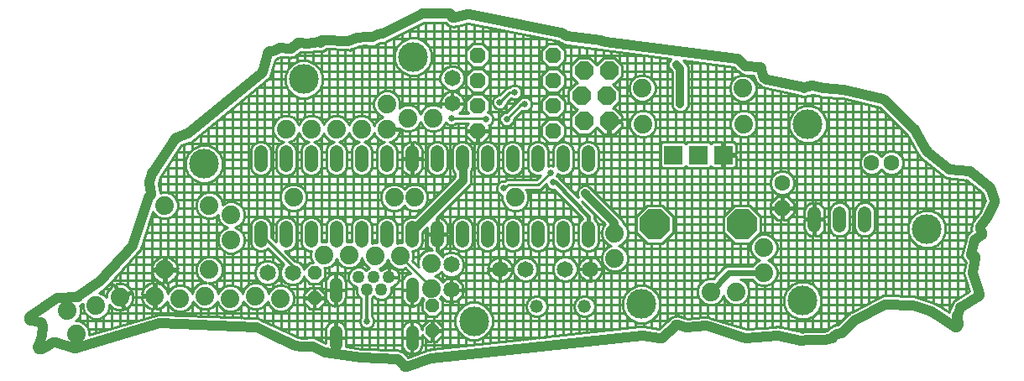
<source format=gbl>
G75*
%MOIN*%
%OFA0B0*%
%FSLAX25Y25*%
%IPPOS*%
%LPD*%
%AMOC8*
5,1,8,0,0,1.08239X$1,22.5*
%
%ADD10C,0.03937*%
%ADD11C,0.01600*%
%ADD12C,0.06500*%
%ADD13OC8,0.07400*%
%ADD14C,0.07400*%
%ADD15C,0.05200*%
%ADD16C,0.05200*%
%ADD17C,0.11811*%
%ADD18R,0.07400X0.07400*%
%ADD19OC8,0.11811*%
%ADD20OC8,0.06300*%
%ADD21C,0.06299*%
%ADD22C,0.06300*%
%ADD23OC8,0.05200*%
%ADD24C,0.05000*%
%ADD25C,0.05000*%
%ADD26C,0.01000*%
%ADD27C,0.03200*%
%ADD28C,0.02500*%
%ADD29C,0.01200*%
%ADD30C,0.02600*%
%ADD31C,0.02400*%
D10*
X0010938Y0035616D02*
X0012395Y0036356D01*
X0015428Y0038243D01*
X0016238Y0038353D02*
X0023951Y0036090D01*
X0024515Y0036091D02*
X0057713Y0045895D01*
X0058038Y0045935D02*
X0095830Y0044378D01*
X0096227Y0044278D02*
X0102228Y0041358D01*
X0111809Y0036942D01*
X0112081Y0036861D02*
X0113708Y0036619D01*
X0118351Y0036707D01*
X0118819Y0036601D02*
X0123321Y0034334D01*
X0123629Y0034238D02*
X0137805Y0032210D01*
X0137908Y0032200D02*
X0151907Y0031666D01*
X0152600Y0031348D02*
X0154926Y0028854D01*
X0154927Y0028854D02*
X0154970Y0028811D01*
X0155015Y0028770D01*
X0155063Y0028732D01*
X0155113Y0028697D01*
X0155166Y0028666D01*
X0155220Y0028637D01*
X0155275Y0028612D01*
X0155333Y0028590D01*
X0155391Y0028572D01*
X0155450Y0028558D01*
X0155510Y0028547D01*
X0155571Y0028540D01*
X0155632Y0028536D01*
X0155693Y0028537D01*
X0155754Y0028541D01*
X0155815Y0028548D01*
X0155875Y0028560D01*
X0155934Y0028575D01*
X0155992Y0028593D01*
X0155992Y0028594D02*
X0165462Y0031949D01*
X0165688Y0032001D02*
X0249477Y0041090D01*
X0249763Y0041080D02*
X0256474Y0039869D01*
X0257327Y0040115D02*
X0262684Y0045024D01*
X0263656Y0045242D02*
X0266788Y0044269D01*
X0267172Y0044227D02*
X0274544Y0044867D01*
X0274927Y0044825D02*
X0290420Y0040022D01*
X0290801Y0039981D02*
X0302917Y0041015D01*
X0303214Y0040996D02*
X0312530Y0038973D01*
X0312727Y0038873D02*
X0314828Y0039139D01*
X0314942Y0039147D02*
X0321732Y0039221D01*
X0321986Y0039256D02*
X0324632Y0039981D01*
X0325128Y0040295D02*
X0325370Y0040578D01*
X0325512Y0040714D02*
X0326727Y0041670D01*
X0326726Y0041670D02*
X0326739Y0041640D01*
X0326755Y0041611D01*
X0326775Y0041585D01*
X0326797Y0041561D01*
X0326822Y0041539D01*
X0326849Y0041521D01*
X0326878Y0041506D01*
X0326909Y0041494D01*
X0326940Y0041486D01*
X0326973Y0041481D01*
X0327006Y0041480D01*
X0327038Y0041483D01*
X0327071Y0041490D01*
X0328395Y0041840D01*
X0328838Y0042091D02*
X0334083Y0047210D01*
X0334318Y0047380D02*
X0345641Y0053316D01*
X0346136Y0053430D02*
X0356666Y0053100D01*
X0356959Y0053046D02*
X0364414Y0050483D01*
X0364644Y0050370D02*
X0373362Y0044565D01*
X0373363Y0044565D02*
X0373415Y0044532D01*
X0373469Y0044503D01*
X0373524Y0044477D01*
X0373581Y0044455D01*
X0373639Y0044436D01*
X0373699Y0044421D01*
X0373759Y0044410D01*
X0373820Y0044402D01*
X0373881Y0044398D01*
X0373942Y0044397D01*
X0374003Y0044401D01*
X0374064Y0044408D01*
X0374124Y0044419D01*
X0374184Y0044433D01*
X0374242Y0044451D01*
X0374299Y0044473D01*
X0374355Y0044498D01*
X0374409Y0044527D01*
X0374462Y0044558D01*
X0374512Y0044593D01*
X0374560Y0044631D01*
X0374606Y0044672D01*
X0374649Y0044715D01*
X0374689Y0044761D01*
X0374727Y0044810D01*
X0374761Y0044861D01*
X0374792Y0044913D01*
X0374820Y0044968D01*
X0374845Y0045024D01*
X0374866Y0045081D01*
X0374883Y0045140D01*
X0374993Y0045555D01*
X0375008Y0046005D02*
X0374506Y0048562D01*
X0374546Y0049091D02*
X0375540Y0051873D01*
X0375963Y0052391D02*
X0382873Y0056592D01*
X0382924Y0056624D01*
X0382972Y0056660D01*
X0383018Y0056699D01*
X0383062Y0056740D01*
X0383103Y0056784D01*
X0383142Y0056830D01*
X0383178Y0056879D01*
X0383210Y0056929D01*
X0383240Y0056982D01*
X0383266Y0057036D01*
X0383289Y0057091D01*
X0383309Y0057148D01*
X0383325Y0057206D01*
X0383338Y0057265D01*
X0383347Y0057325D01*
X0383352Y0057385D01*
X0383354Y0057445D01*
X0383352Y0057505D01*
X0383347Y0057565D01*
X0383338Y0057624D01*
X0383325Y0057683D01*
X0383309Y0057741D01*
X0383309Y0057742D02*
X0380792Y0065888D01*
X0380763Y0066359D02*
X0381702Y0071624D01*
X0381701Y0071623D02*
X0381711Y0071686D01*
X0381716Y0071748D01*
X0381717Y0071811D01*
X0381714Y0071873D01*
X0381708Y0071936D01*
X0381697Y0071998D01*
X0381683Y0072059D01*
X0381665Y0072119D01*
X0381643Y0072177D01*
X0381617Y0072235D01*
X0381588Y0072290D01*
X0381555Y0072344D01*
X0381520Y0072395D01*
X0381481Y0072445D01*
X0381439Y0072491D01*
X0381394Y0072535D01*
X0381346Y0072576D01*
X0381296Y0072614D01*
X0381244Y0072649D01*
X0381190Y0072680D01*
X0381134Y0072708D01*
X0381076Y0072732D01*
X0381017Y0072753D01*
X0380956Y0072770D01*
X0380895Y0072783D01*
X0380833Y0072792D01*
X0380770Y0072798D01*
X0380708Y0072799D01*
X0380645Y0072796D01*
X0380583Y0072790D01*
X0380521Y0072780D01*
X0380521Y0072779D02*
X0380486Y0072774D01*
X0380450Y0072772D01*
X0380414Y0072774D01*
X0380378Y0072780D01*
X0380343Y0072789D01*
X0380309Y0072801D01*
X0380277Y0072817D01*
X0380246Y0072836D01*
X0380217Y0072858D01*
X0380191Y0072883D01*
X0380168Y0072911D01*
X0380147Y0072940D01*
X0380129Y0072972D01*
X0380115Y0073005D01*
X0380104Y0073039D01*
X0380096Y0073074D01*
X0380093Y0073110D01*
X0380092Y0073146D01*
X0380096Y0073182D01*
X0380103Y0073218D01*
X0381512Y0078872D01*
X0381920Y0079457D02*
X0383965Y0080846D01*
X0384015Y0080882D01*
X0384063Y0080922D01*
X0384109Y0080964D01*
X0384151Y0081010D01*
X0384191Y0081058D01*
X0384228Y0081108D01*
X0384262Y0081160D01*
X0384292Y0081215D01*
X0384319Y0081271D01*
X0384342Y0081329D01*
X0384361Y0081388D01*
X0384377Y0081448D01*
X0384389Y0081509D01*
X0384398Y0081571D01*
X0384402Y0081633D01*
X0384403Y0081695D01*
X0384399Y0081757D01*
X0384392Y0081819D01*
X0384381Y0081880D01*
X0384366Y0081941D01*
X0384348Y0082000D01*
X0384326Y0082058D01*
X0384300Y0082115D01*
X0383690Y0083353D01*
X0383665Y0083409D01*
X0383642Y0083467D01*
X0383624Y0083525D01*
X0383609Y0083585D01*
X0383598Y0083646D01*
X0383591Y0083707D01*
X0383587Y0083769D01*
X0383588Y0083830D01*
X0383592Y0083892D01*
X0383600Y0083953D01*
X0383611Y0084013D01*
X0383626Y0084073D01*
X0383645Y0084132D01*
X0383668Y0084189D01*
X0383694Y0084245D01*
X0383723Y0084299D01*
X0383756Y0084351D01*
X0383792Y0084401D01*
X0383792Y0084402D02*
X0386748Y0088278D01*
X0389425Y0094058D01*
X0389449Y0094843D02*
X0387598Y0099573D01*
X0387297Y0099985D02*
X0379945Y0105943D01*
X0379419Y0106160D02*
X0371652Y0106974D01*
X0371131Y0107188D02*
X0362749Y0113905D01*
X0362506Y0114189D02*
X0357684Y0122633D01*
X0357516Y0122850D02*
X0345598Y0134565D01*
X0345139Y0134822D02*
X0329479Y0138722D01*
X0329289Y0138750D02*
X0321570Y0139150D01*
X0321247Y0139222D02*
X0319932Y0139754D01*
X0317071Y0140226D01*
X0316643Y0140203D02*
X0314057Y0139492D01*
X0313573Y0139481D02*
X0298931Y0142758D01*
X0298575Y0142914D02*
X0297882Y0143400D01*
X0297493Y0143948D02*
X0296622Y0147036D01*
X0296621Y0147036D02*
X0296603Y0147094D01*
X0296582Y0147151D01*
X0296557Y0147206D01*
X0296528Y0147259D01*
X0296497Y0147311D01*
X0296462Y0147361D01*
X0296425Y0147408D01*
X0296384Y0147454D01*
X0296341Y0147496D01*
X0296296Y0147536D01*
X0296248Y0147573D01*
X0296198Y0147607D01*
X0296146Y0147639D01*
X0296092Y0147666D01*
X0296037Y0147691D01*
X0295980Y0147712D01*
X0295922Y0147730D01*
X0295863Y0147744D01*
X0295803Y0147755D01*
X0295743Y0147761D01*
X0295683Y0147765D01*
X0291046Y0147874D01*
X0290492Y0148057D02*
X0289356Y0148861D01*
X0287648Y0150674D01*
X0287050Y0150980D02*
X0234996Y0157775D01*
X0233808Y0158022D01*
X0233356Y0158114D01*
X0233111Y0158155D01*
X0219808Y0159840D01*
X0219463Y0159950D02*
X0217229Y0161142D01*
X0216957Y0161240D02*
X0180604Y0168610D01*
X0180174Y0168602D02*
X0174831Y0167331D01*
X0174832Y0167331D02*
X0174772Y0167319D01*
X0174711Y0167310D01*
X0174651Y0167305D01*
X0174590Y0167304D01*
X0174529Y0167307D01*
X0174468Y0167313D01*
X0174408Y0167323D01*
X0174349Y0167336D01*
X0174290Y0167353D01*
X0174233Y0167374D01*
X0174177Y0167398D01*
X0174122Y0167426D01*
X0174070Y0167456D01*
X0174019Y0167490D01*
X0173970Y0167527D01*
X0173924Y0167567D01*
X0173881Y0167609D01*
X0173840Y0167655D01*
X0173801Y0167702D01*
X0173766Y0167752D01*
X0173734Y0167804D01*
X0173705Y0167857D01*
X0173680Y0167913D01*
X0173658Y0167970D01*
X0173639Y0168028D01*
X0173639Y0168027D02*
X0173614Y0168114D01*
X0173613Y0168114D02*
X0173594Y0168173D01*
X0173572Y0168230D01*
X0173546Y0168286D01*
X0173517Y0168340D01*
X0173484Y0168392D01*
X0173449Y0168442D01*
X0173410Y0168490D01*
X0173369Y0168536D01*
X0173324Y0168578D01*
X0173278Y0168618D01*
X0173228Y0168655D01*
X0173177Y0168689D01*
X0173124Y0168720D01*
X0173069Y0168747D01*
X0173012Y0168771D01*
X0172954Y0168791D01*
X0172895Y0168808D01*
X0172835Y0168821D01*
X0172774Y0168831D01*
X0172713Y0168836D01*
X0172652Y0168838D01*
X0162111Y0168833D01*
X0161659Y0168725D02*
X0146351Y0160964D01*
X0145955Y0160858D02*
X0144207Y0160760D01*
X0142460Y0159653D01*
X0141901Y0159498D02*
X0140845Y0159522D01*
X0139613Y0159608D01*
X0136227Y0159336D01*
X0135930Y0159265D02*
X0132861Y0158014D01*
X0132429Y0157941D02*
X0122974Y0158455D01*
X0122177Y0158127D02*
X0121550Y0157432D01*
X0121193Y0157505D01*
X0120890Y0157519D02*
X0116351Y0157047D01*
X0113221Y0157191D01*
X0112639Y0157036D02*
X0111724Y0156454D01*
X0110759Y0155660D01*
X0110737Y0155642D02*
X0109907Y0154999D01*
X0109907Y0154998D02*
X0109904Y0154997D01*
X0109900Y0154997D01*
X0109901Y0154998D02*
X0109233Y0154928D01*
X0105362Y0155130D01*
X0104906Y0155046D02*
X0102773Y0154104D01*
X0102577Y0154041D02*
X0101480Y0153807D01*
X0101421Y0153793D01*
X0101364Y0153775D01*
X0101308Y0153754D01*
X0101253Y0153730D01*
X0101200Y0153702D01*
X0101149Y0153671D01*
X0101100Y0153638D01*
X0101052Y0153601D01*
X0101007Y0153561D01*
X0100965Y0153519D01*
X0100924Y0153475D01*
X0100887Y0153428D01*
X0100853Y0153379D01*
X0100821Y0153328D01*
X0100793Y0153275D01*
X0100768Y0153221D01*
X0100746Y0153165D01*
X0100728Y0153108D01*
X0098596Y0145773D01*
X0098270Y0145280D02*
X0069063Y0121311D01*
X0068767Y0121143D02*
X0064550Y0119627D01*
X0064058Y0119243D02*
X0054898Y0105600D01*
X0054764Y0105306D02*
X0053811Y0101814D01*
X0053792Y0101370D02*
X0054468Y0097687D01*
X0054201Y0096808D02*
X0053556Y0096147D01*
X0053322Y0095761D02*
X0047177Y0077080D01*
X0046965Y0076717D02*
X0034186Y0062741D01*
X0034022Y0062597D02*
X0025306Y0056490D01*
X0024781Y0056311D02*
X0017594Y0055963D01*
X0017087Y0055796D02*
X0006467Y0048693D01*
X0006417Y0048657D01*
X0006369Y0048618D01*
X0006323Y0048576D01*
X0006280Y0048531D01*
X0006240Y0048484D01*
X0006203Y0048435D01*
X0006169Y0048383D01*
X0006139Y0048329D01*
X0006111Y0048273D01*
X0006088Y0048216D01*
X0006068Y0048157D01*
X0006051Y0048098D01*
X0006038Y0048037D01*
X0006029Y0047976D01*
X0006024Y0047914D01*
X0006023Y0047852D01*
X0006026Y0047790D01*
X0006032Y0047729D01*
X0006042Y0047667D01*
X0006056Y0047607D01*
X0006074Y0047548D01*
X0006095Y0047490D01*
X0006120Y0047433D01*
X0006148Y0047378D01*
X0006180Y0047325D01*
X0006215Y0047273D01*
X0006253Y0047224D01*
X0006294Y0047178D01*
X0006337Y0047134D01*
X0006384Y0047093D01*
X0006433Y0047055D01*
X0006484Y0047020D01*
X0006537Y0046988D01*
X0006592Y0046960D01*
X0006649Y0046935D01*
X0006707Y0046913D01*
X0006766Y0046896D01*
X0006826Y0046882D01*
X0006887Y0046871D01*
X0010068Y0046436D01*
X0010126Y0046426D01*
X0010185Y0046413D01*
X0010242Y0046396D01*
X0010298Y0046376D01*
X0010353Y0046352D01*
X0010406Y0046325D01*
X0010458Y0046296D01*
X0010508Y0046263D01*
X0010555Y0046227D01*
X0010601Y0046188D01*
X0010644Y0046147D01*
X0010685Y0046103D01*
X0010723Y0046057D01*
X0010758Y0046009D01*
X0010790Y0045959D01*
X0010819Y0045907D01*
X0010845Y0045853D01*
X0010868Y0045798D01*
X0011232Y0044830D01*
X0011292Y0044375D02*
X0010967Y0041214D01*
X0010921Y0041002D02*
X0009536Y0036822D01*
X0009518Y0036762D01*
X0009504Y0036702D01*
X0009494Y0036640D01*
X0009488Y0036579D01*
X0009485Y0036517D01*
X0009486Y0036454D01*
X0009492Y0036393D01*
X0009501Y0036331D01*
X0009513Y0036270D01*
X0009530Y0036210D01*
X0009550Y0036152D01*
X0009574Y0036094D01*
X0009601Y0036039D01*
X0009632Y0035985D01*
X0009666Y0035933D01*
X0009704Y0035883D01*
X0009744Y0035836D01*
X0009787Y0035791D01*
X0009833Y0035749D01*
X0009881Y0035710D01*
X0009932Y0035674D01*
X0009985Y0035641D01*
X0010039Y0035612D01*
X0010096Y0035586D01*
X0010154Y0035564D01*
X0010213Y0035545D01*
X0010273Y0035530D01*
X0010334Y0035518D01*
X0010396Y0035511D01*
X0010458Y0035507D01*
X0010520Y0035508D01*
X0010582Y0035512D01*
X0010644Y0035520D01*
X0010705Y0035531D01*
X0010765Y0035547D01*
X0010824Y0035566D01*
X0010882Y0035589D01*
X0010938Y0035615D01*
X0015428Y0038243D02*
X0015480Y0038273D01*
X0015533Y0038300D01*
X0015589Y0038324D01*
X0015645Y0038344D01*
X0015703Y0038361D01*
X0015762Y0038375D01*
X0015821Y0038385D01*
X0015881Y0038391D01*
X0015941Y0038394D01*
X0016001Y0038393D01*
X0016061Y0038388D01*
X0016120Y0038380D01*
X0016179Y0038369D01*
X0016238Y0038354D01*
X0010921Y0041002D02*
X0010937Y0041054D01*
X0010950Y0041107D01*
X0010960Y0041161D01*
X0010967Y0041215D01*
X0011292Y0044376D02*
X0011296Y0044434D01*
X0011297Y0044491D01*
X0011294Y0044549D01*
X0011289Y0044607D01*
X0011280Y0044664D01*
X0011267Y0044720D01*
X0011252Y0044776D01*
X0011233Y0044831D01*
X0023950Y0036090D02*
X0024006Y0036076D01*
X0024062Y0036065D01*
X0024119Y0036056D01*
X0024176Y0036052D01*
X0024233Y0036050D01*
X0024290Y0036052D01*
X0024347Y0036057D01*
X0024404Y0036065D01*
X0024460Y0036076D01*
X0024515Y0036091D01*
X0057713Y0045895D02*
X0057766Y0045909D01*
X0057819Y0045920D01*
X0057873Y0045928D01*
X0057928Y0045934D01*
X0057982Y0045936D01*
X0058037Y0045935D01*
X0025306Y0056490D02*
X0025253Y0056456D01*
X0025199Y0056425D01*
X0025143Y0056397D01*
X0025085Y0056373D01*
X0025026Y0056353D01*
X0024966Y0056337D01*
X0024904Y0056324D01*
X0024843Y0056315D01*
X0024780Y0056310D01*
X0017595Y0055964D02*
X0017535Y0055959D01*
X0017475Y0055951D01*
X0017416Y0055939D01*
X0017358Y0055924D01*
X0017301Y0055905D01*
X0017245Y0055882D01*
X0017191Y0055857D01*
X0017138Y0055828D01*
X0017087Y0055796D01*
X0034022Y0062597D02*
X0034066Y0062630D01*
X0034108Y0062665D01*
X0034148Y0062702D01*
X0034186Y0062741D01*
X0046965Y0076717D02*
X0047004Y0076763D01*
X0047041Y0076811D01*
X0047075Y0076861D01*
X0047105Y0076913D01*
X0047132Y0076967D01*
X0047156Y0077023D01*
X0047177Y0077080D01*
X0053322Y0095761D02*
X0053341Y0095815D01*
X0053364Y0095867D01*
X0053389Y0095918D01*
X0053417Y0095968D01*
X0053448Y0096015D01*
X0053481Y0096061D01*
X0053517Y0096105D01*
X0053556Y0096147D01*
X0054201Y0096808D02*
X0054241Y0096852D01*
X0054279Y0096898D01*
X0054314Y0096946D01*
X0054346Y0096997D01*
X0054375Y0097049D01*
X0054400Y0097103D01*
X0054423Y0097158D01*
X0054442Y0097215D01*
X0054457Y0097272D01*
X0054470Y0097331D01*
X0054478Y0097390D01*
X0054483Y0097449D01*
X0054485Y0097509D01*
X0054483Y0097568D01*
X0054478Y0097628D01*
X0054469Y0097687D01*
X0053791Y0101370D02*
X0053783Y0101426D01*
X0053777Y0101481D01*
X0053775Y0101537D01*
X0053776Y0101593D01*
X0053780Y0101649D01*
X0053787Y0101705D01*
X0053797Y0101760D01*
X0053810Y0101814D01*
X0054764Y0105305D02*
X0054780Y0105357D01*
X0054798Y0105408D01*
X0054820Y0105458D01*
X0054843Y0105506D01*
X0054870Y0105554D01*
X0054899Y0105599D01*
X0064058Y0119243D02*
X0064091Y0119290D01*
X0064127Y0119335D01*
X0064166Y0119378D01*
X0064207Y0119418D01*
X0064251Y0119456D01*
X0064296Y0119492D01*
X0064343Y0119525D01*
X0064393Y0119555D01*
X0064444Y0119582D01*
X0064496Y0119606D01*
X0064550Y0119627D01*
X0068767Y0121143D02*
X0068820Y0121164D01*
X0068872Y0121188D01*
X0068923Y0121214D01*
X0068971Y0121244D01*
X0069018Y0121276D01*
X0069063Y0121311D01*
X0098270Y0145280D02*
X0098316Y0145319D01*
X0098358Y0145362D01*
X0098399Y0145406D01*
X0098436Y0145453D01*
X0098471Y0145502D01*
X0098502Y0145553D01*
X0098531Y0145606D01*
X0098556Y0145661D01*
X0098578Y0145717D01*
X0098596Y0145774D01*
X0102577Y0154041D02*
X0102627Y0154053D01*
X0102677Y0154068D01*
X0102725Y0154085D01*
X0102773Y0154104D01*
X0104906Y0155046D02*
X0104960Y0155068D01*
X0105015Y0155087D01*
X0105072Y0155102D01*
X0105129Y0155115D01*
X0105187Y0155123D01*
X0105245Y0155129D01*
X0105304Y0155131D01*
X0105362Y0155130D01*
X0110737Y0155643D02*
X0110759Y0155661D01*
X0112638Y0157036D02*
X0112691Y0157067D01*
X0112746Y0157095D01*
X0112802Y0157120D01*
X0112859Y0157141D01*
X0112918Y0157158D01*
X0112977Y0157172D01*
X0113038Y0157183D01*
X0113099Y0157189D01*
X0113160Y0157192D01*
X0113221Y0157191D01*
X0120890Y0157520D02*
X0120950Y0157524D01*
X0121011Y0157525D01*
X0121072Y0157522D01*
X0121132Y0157515D01*
X0121192Y0157505D01*
X0122177Y0158127D02*
X0122219Y0158170D01*
X0122262Y0158210D01*
X0122308Y0158248D01*
X0122356Y0158283D01*
X0122406Y0158315D01*
X0122458Y0158344D01*
X0122511Y0158370D01*
X0122566Y0158392D01*
X0122622Y0158412D01*
X0122680Y0158428D01*
X0122738Y0158440D01*
X0122796Y0158449D01*
X0122856Y0158455D01*
X0122915Y0158457D01*
X0122974Y0158456D01*
X0132430Y0157941D02*
X0132485Y0157940D01*
X0132540Y0157942D01*
X0132595Y0157946D01*
X0132650Y0157954D01*
X0132704Y0157964D01*
X0132757Y0157978D01*
X0132810Y0157995D01*
X0132862Y0158014D01*
X0135929Y0159266D02*
X0135987Y0159287D01*
X0136046Y0159305D01*
X0136105Y0159319D01*
X0136166Y0159330D01*
X0136227Y0159337D01*
X0141902Y0159498D02*
X0141961Y0159499D01*
X0142019Y0159502D01*
X0142078Y0159510D01*
X0142136Y0159520D01*
X0142193Y0159534D01*
X0142249Y0159552D01*
X0142304Y0159573D01*
X0142358Y0159596D01*
X0142410Y0159623D01*
X0142460Y0159653D01*
X0145955Y0160858D02*
X0146013Y0160863D01*
X0146072Y0160871D01*
X0146130Y0160883D01*
X0146187Y0160898D01*
X0146243Y0160917D01*
X0146298Y0160939D01*
X0146351Y0160964D01*
X0161659Y0168725D02*
X0161712Y0168750D01*
X0161766Y0168772D01*
X0161822Y0168790D01*
X0161878Y0168806D01*
X0161936Y0168818D01*
X0161994Y0168826D01*
X0162052Y0168831D01*
X0162111Y0168833D01*
X0180174Y0168603D02*
X0180235Y0168615D01*
X0180296Y0168624D01*
X0180358Y0168629D01*
X0180420Y0168630D01*
X0180482Y0168627D01*
X0180544Y0168620D01*
X0180605Y0168610D01*
X0216957Y0161240D02*
X0217013Y0161227D01*
X0217069Y0161210D01*
X0217123Y0161191D01*
X0217177Y0161168D01*
X0217229Y0161142D01*
X0219462Y0159950D02*
X0219517Y0159923D01*
X0219573Y0159899D01*
X0219630Y0159879D01*
X0219688Y0159862D01*
X0219747Y0159849D01*
X0219807Y0159840D01*
X0287049Y0150980D02*
X0287111Y0150970D01*
X0287172Y0150956D01*
X0287232Y0150938D01*
X0287290Y0150917D01*
X0287347Y0150892D01*
X0287403Y0150864D01*
X0287456Y0150832D01*
X0287508Y0150797D01*
X0287557Y0150759D01*
X0287604Y0150718D01*
X0287648Y0150674D01*
X0290491Y0148058D02*
X0290541Y0148025D01*
X0290592Y0147995D01*
X0290645Y0147968D01*
X0290699Y0147945D01*
X0290755Y0147925D01*
X0290812Y0147908D01*
X0290869Y0147894D01*
X0290927Y0147884D01*
X0290986Y0147877D01*
X0291045Y0147874D01*
X0297493Y0143948D02*
X0297511Y0143888D01*
X0297534Y0143830D01*
X0297560Y0143774D01*
X0297589Y0143719D01*
X0297622Y0143666D01*
X0297658Y0143615D01*
X0297697Y0143566D01*
X0297739Y0143521D01*
X0297784Y0143477D01*
X0297832Y0143437D01*
X0297882Y0143400D01*
X0298576Y0142915D02*
X0298622Y0142884D01*
X0298670Y0142856D01*
X0298720Y0142831D01*
X0298771Y0142808D01*
X0298823Y0142789D01*
X0298877Y0142772D01*
X0298931Y0142758D01*
X0313574Y0139480D02*
X0313634Y0139469D01*
X0313694Y0139461D01*
X0313755Y0139457D01*
X0313816Y0139456D01*
X0313877Y0139460D01*
X0313938Y0139467D01*
X0313998Y0139477D01*
X0314057Y0139492D01*
X0316643Y0140203D02*
X0316703Y0140218D01*
X0316764Y0140229D01*
X0316825Y0140236D01*
X0316886Y0140239D01*
X0316948Y0140238D01*
X0317010Y0140234D01*
X0317071Y0140226D01*
X0321247Y0139222D02*
X0321299Y0139203D01*
X0321352Y0139186D01*
X0321406Y0139173D01*
X0321460Y0139162D01*
X0321515Y0139155D01*
X0321570Y0139150D01*
X0329290Y0138751D02*
X0329338Y0138747D01*
X0329385Y0138741D01*
X0329433Y0138733D01*
X0329480Y0138722D01*
X0345139Y0134822D02*
X0345196Y0134806D01*
X0345252Y0134787D01*
X0345306Y0134764D01*
X0345360Y0134739D01*
X0345411Y0134710D01*
X0345461Y0134678D01*
X0345509Y0134643D01*
X0345555Y0134605D01*
X0345598Y0134565D01*
X0357516Y0122850D02*
X0357554Y0122811D01*
X0357590Y0122769D01*
X0357624Y0122725D01*
X0357655Y0122680D01*
X0357683Y0122633D01*
X0362507Y0114189D02*
X0362539Y0114136D01*
X0362576Y0114084D01*
X0362615Y0114035D01*
X0362657Y0113989D01*
X0362702Y0113945D01*
X0362750Y0113905D01*
X0371131Y0107188D02*
X0371176Y0107153D01*
X0371224Y0107121D01*
X0371273Y0107092D01*
X0371324Y0107066D01*
X0371376Y0107043D01*
X0371429Y0107023D01*
X0371484Y0107006D01*
X0371539Y0106992D01*
X0371595Y0106981D01*
X0371652Y0106973D01*
X0379419Y0106161D02*
X0379476Y0106153D01*
X0379533Y0106142D01*
X0379589Y0106128D01*
X0379644Y0106110D01*
X0379698Y0106090D01*
X0379750Y0106066D01*
X0379801Y0106040D01*
X0379851Y0106010D01*
X0379899Y0105978D01*
X0379945Y0105943D01*
X0387297Y0099985D02*
X0387340Y0099948D01*
X0387381Y0099908D01*
X0387420Y0099865D01*
X0387457Y0099821D01*
X0387491Y0099775D01*
X0387522Y0099727D01*
X0387550Y0099677D01*
X0387576Y0099625D01*
X0387598Y0099572D01*
X0389449Y0094842D02*
X0389470Y0094784D01*
X0389487Y0094724D01*
X0389501Y0094664D01*
X0389510Y0094602D01*
X0389516Y0094541D01*
X0389518Y0094479D01*
X0389516Y0094417D01*
X0389510Y0094355D01*
X0389501Y0094294D01*
X0389488Y0094233D01*
X0389470Y0094173D01*
X0389450Y0094115D01*
X0389425Y0094058D01*
X0381920Y0079457D02*
X0381871Y0079422D01*
X0381824Y0079383D01*
X0381779Y0079342D01*
X0381737Y0079298D01*
X0381698Y0079251D01*
X0381662Y0079202D01*
X0381629Y0079151D01*
X0381599Y0079098D01*
X0381572Y0079044D01*
X0381548Y0078988D01*
X0381528Y0078930D01*
X0381512Y0078872D01*
X0380763Y0066359D02*
X0380754Y0066300D01*
X0380749Y0066240D01*
X0380747Y0066181D01*
X0380749Y0066121D01*
X0380754Y0066062D01*
X0380763Y0066003D01*
X0380776Y0065945D01*
X0380792Y0065888D01*
X0375963Y0052390D02*
X0375911Y0052357D01*
X0375861Y0052320D01*
X0375814Y0052280D01*
X0375769Y0052237D01*
X0375727Y0052192D01*
X0375688Y0052144D01*
X0375652Y0052093D01*
X0375619Y0052041D01*
X0375589Y0051986D01*
X0375563Y0051930D01*
X0375540Y0051873D01*
X0374545Y0049091D02*
X0374527Y0049034D01*
X0374512Y0048976D01*
X0374500Y0048918D01*
X0374492Y0048858D01*
X0374488Y0048799D01*
X0374487Y0048739D01*
X0374490Y0048680D01*
X0374496Y0048620D01*
X0374506Y0048561D01*
X0375008Y0046005D02*
X0375018Y0045949D01*
X0375024Y0045892D01*
X0375027Y0045836D01*
X0375026Y0045779D01*
X0375023Y0045722D01*
X0375016Y0045666D01*
X0375006Y0045610D01*
X0374993Y0045555D01*
X0364643Y0050370D02*
X0364600Y0050398D01*
X0364555Y0050423D01*
X0364509Y0050445D01*
X0364462Y0050466D01*
X0364414Y0050484D01*
X0356959Y0053047D02*
X0356902Y0053064D01*
X0356844Y0053079D01*
X0356785Y0053090D01*
X0356725Y0053097D01*
X0356665Y0053101D01*
X0346136Y0053430D02*
X0346079Y0053430D01*
X0346022Y0053427D01*
X0345965Y0053420D01*
X0345909Y0053411D01*
X0345853Y0053398D01*
X0345799Y0053382D01*
X0345745Y0053363D01*
X0345692Y0053341D01*
X0345641Y0053316D01*
X0334318Y0047381D02*
X0334267Y0047352D01*
X0334218Y0047321D01*
X0334171Y0047287D01*
X0334126Y0047250D01*
X0334084Y0047211D01*
X0328838Y0042091D02*
X0328796Y0042053D01*
X0328752Y0042016D01*
X0328706Y0041983D01*
X0328658Y0041952D01*
X0328608Y0041923D01*
X0328557Y0041898D01*
X0328504Y0041876D01*
X0328450Y0041856D01*
X0328395Y0041840D01*
X0325512Y0040714D02*
X0325474Y0040683D01*
X0325438Y0040650D01*
X0325403Y0040615D01*
X0325370Y0040578D01*
X0325128Y0040295D02*
X0325088Y0040251D01*
X0325045Y0040209D01*
X0325000Y0040170D01*
X0324953Y0040134D01*
X0324903Y0040100D01*
X0324852Y0040070D01*
X0324799Y0040043D01*
X0324745Y0040019D01*
X0324689Y0039998D01*
X0324632Y0039980D01*
X0321985Y0039256D02*
X0321935Y0039244D01*
X0321885Y0039235D01*
X0321834Y0039227D01*
X0321783Y0039223D01*
X0321732Y0039221D01*
X0314942Y0039147D02*
X0314885Y0039145D01*
X0314828Y0039139D01*
X0312727Y0038874D02*
X0312698Y0038897D01*
X0312668Y0038918D01*
X0312635Y0038936D01*
X0312602Y0038951D01*
X0312567Y0038964D01*
X0312531Y0038973D01*
X0303214Y0040996D02*
X0303155Y0041007D01*
X0303096Y0041015D01*
X0303036Y0041018D01*
X0302977Y0041019D01*
X0302917Y0041015D01*
X0290801Y0039981D02*
X0290746Y0039977D01*
X0290691Y0039977D01*
X0290636Y0039980D01*
X0290581Y0039986D01*
X0290527Y0039995D01*
X0290473Y0040007D01*
X0290420Y0040022D01*
X0274927Y0044825D02*
X0274874Y0044840D01*
X0274820Y0044852D01*
X0274765Y0044861D01*
X0274710Y0044867D01*
X0274655Y0044870D01*
X0274600Y0044870D01*
X0274545Y0044866D01*
X0267171Y0044228D02*
X0267116Y0044224D01*
X0267061Y0044224D01*
X0267005Y0044227D01*
X0266950Y0044233D01*
X0266896Y0044242D01*
X0266842Y0044254D01*
X0266788Y0044269D01*
X0263656Y0045242D02*
X0263597Y0045258D01*
X0263537Y0045271D01*
X0263476Y0045280D01*
X0263415Y0045285D01*
X0263354Y0045287D01*
X0263292Y0045285D01*
X0263231Y0045279D01*
X0263171Y0045269D01*
X0263111Y0045256D01*
X0263052Y0045239D01*
X0262994Y0045218D01*
X0262938Y0045194D01*
X0262883Y0045166D01*
X0262830Y0045135D01*
X0262779Y0045101D01*
X0262730Y0045064D01*
X0262683Y0045024D01*
X0257327Y0040116D02*
X0257280Y0040076D01*
X0257231Y0040039D01*
X0257180Y0040005D01*
X0257127Y0039974D01*
X0257072Y0039946D01*
X0257016Y0039922D01*
X0256958Y0039901D01*
X0256899Y0039884D01*
X0256839Y0039871D01*
X0256779Y0039861D01*
X0256718Y0039855D01*
X0256656Y0039853D01*
X0256595Y0039855D01*
X0256534Y0039860D01*
X0256473Y0039869D01*
X0249763Y0041080D02*
X0249706Y0041089D01*
X0249649Y0041094D01*
X0249592Y0041096D01*
X0249534Y0041095D01*
X0249477Y0041090D01*
X0165688Y0032001D02*
X0165631Y0031993D01*
X0165574Y0031982D01*
X0165517Y0031967D01*
X0165462Y0031950D01*
X0152600Y0031348D02*
X0152558Y0031391D01*
X0152513Y0031431D01*
X0152466Y0031468D01*
X0152417Y0031503D01*
X0152365Y0031534D01*
X0152312Y0031562D01*
X0152258Y0031587D01*
X0152202Y0031609D01*
X0152144Y0031627D01*
X0152086Y0031642D01*
X0152027Y0031653D01*
X0151967Y0031661D01*
X0151907Y0031665D01*
X0137908Y0032201D02*
X0137856Y0032204D01*
X0137804Y0032210D01*
X0123629Y0034237D02*
X0123576Y0034246D01*
X0123523Y0034258D01*
X0123471Y0034273D01*
X0123420Y0034291D01*
X0123370Y0034311D01*
X0123321Y0034334D01*
X0118820Y0036601D02*
X0118765Y0036627D01*
X0118708Y0036649D01*
X0118651Y0036668D01*
X0118592Y0036683D01*
X0118532Y0036695D01*
X0118472Y0036703D01*
X0118412Y0036707D01*
X0118351Y0036708D01*
X0112080Y0036861D02*
X0112024Y0036871D01*
X0111969Y0036884D01*
X0111914Y0036900D01*
X0111861Y0036919D01*
X0111808Y0036942D01*
X0096227Y0044278D02*
X0096173Y0044302D01*
X0096118Y0044323D01*
X0096062Y0044341D01*
X0096005Y0044355D01*
X0095947Y0044366D01*
X0095889Y0044374D01*
X0095830Y0044378D01*
D11*
X0214098Y0101827D02*
X0214997Y0101827D01*
X0227989Y0088441D01*
X0227989Y0081249D01*
X0102288Y0154582D02*
X0102171Y0154521D01*
X0102056Y0154457D01*
X0101943Y0154389D01*
X0101833Y0154318D01*
X0101724Y0154243D01*
X0101618Y0154166D01*
X0101514Y0154085D01*
X0101412Y0154002D01*
X0101313Y0153915D01*
X0101217Y0153825D01*
X0101123Y0153733D01*
X0101032Y0153638D01*
X0100944Y0153540D01*
X0100859Y0153439D01*
X0100777Y0153337D01*
X0100698Y0153231D01*
X0100623Y0153124D01*
X0100550Y0153014D01*
X0100481Y0152902D01*
X0100415Y0152788D01*
X0100352Y0152672D01*
X0100293Y0152555D01*
X0100238Y0152435D01*
X0100186Y0152315D01*
X0100138Y0152192D01*
X0100093Y0152068D01*
X0100052Y0151943D01*
X0100015Y0151817D01*
X0099981Y0151690D01*
X0099952Y0151562D01*
X0099926Y0151433D01*
D12*
X0173941Y0143165D03*
X0173941Y0133165D03*
X0173547Y0069149D03*
X0173547Y0059149D03*
X0192919Y0067306D03*
X0202919Y0067306D03*
X0218788Y0067458D03*
X0228788Y0067458D03*
X0110555Y0066000D03*
X0100555Y0066000D03*
D13*
X0226231Y0126142D03*
X0236231Y0126142D03*
X0235231Y0136142D03*
X0225231Y0136142D03*
X0226231Y0146142D03*
X0236231Y0146142D03*
D14*
X0249453Y0139228D03*
X0249610Y0125055D03*
X0289610Y0125055D03*
X0289453Y0139228D03*
X0198950Y0095855D03*
X0158950Y0095855D03*
X0150870Y0095855D03*
X0110870Y0095855D03*
X0086146Y0088992D03*
X0077526Y0092737D03*
X0059726Y0092737D03*
X0086146Y0078992D03*
X0077526Y0067137D03*
X0059726Y0067137D03*
X0055831Y0056764D03*
X0065831Y0055764D03*
X0075831Y0056764D03*
X0085831Y0055764D03*
X0095831Y0056764D03*
X0105831Y0055764D03*
X0123002Y0073070D03*
X0133002Y0073070D03*
X0143312Y0072645D03*
X0153312Y0072645D03*
X0165552Y0069784D03*
X0165552Y0059784D03*
X0238508Y0071748D03*
X0238508Y0081748D03*
X0276599Y0058436D03*
X0286599Y0058436D03*
X0297716Y0066000D03*
X0297716Y0076000D03*
X0166343Y0127417D03*
X0156343Y0127417D03*
X0147957Y0122929D03*
X0137878Y0123086D03*
X0127878Y0123086D03*
X0118035Y0123086D03*
X0108035Y0123086D03*
X0147957Y0132929D03*
X0041922Y0056396D03*
X0032525Y0052975D03*
X0021151Y0051001D03*
X0024571Y0041604D03*
D15*
X0097989Y0078649D02*
X0097989Y0083849D01*
X0107989Y0083849D02*
X0107989Y0078649D01*
X0117989Y0078649D02*
X0117989Y0083849D01*
X0127989Y0083849D02*
X0127989Y0078649D01*
X0137989Y0078649D02*
X0137989Y0083849D01*
X0147989Y0083849D02*
X0147989Y0078649D01*
X0157989Y0078649D02*
X0157989Y0083849D01*
X0167989Y0083849D02*
X0167989Y0078649D01*
X0177989Y0078649D02*
X0177989Y0083849D01*
X0187989Y0083849D02*
X0187989Y0078649D01*
X0197989Y0078649D02*
X0197989Y0083849D01*
X0207989Y0083849D02*
X0207989Y0078649D01*
X0217989Y0078649D02*
X0217989Y0083849D01*
X0227989Y0083849D02*
X0227989Y0078649D01*
X0227989Y0108649D02*
X0227989Y0113849D01*
X0217989Y0113849D02*
X0217989Y0108649D01*
X0207989Y0108649D02*
X0207989Y0113849D01*
X0197989Y0113849D02*
X0197989Y0108649D01*
X0187989Y0108649D02*
X0187989Y0113849D01*
X0177989Y0113849D02*
X0177989Y0108649D01*
X0167989Y0108649D02*
X0167989Y0113849D01*
X0157989Y0113849D02*
X0157989Y0108649D01*
X0147989Y0108649D02*
X0147989Y0113849D01*
X0137989Y0113849D02*
X0137989Y0108649D01*
X0127989Y0108649D02*
X0127989Y0113849D01*
X0117989Y0113849D02*
X0117989Y0108649D01*
X0107989Y0108649D02*
X0107989Y0113849D01*
X0097989Y0113849D02*
X0097989Y0108649D01*
X0317735Y0089783D02*
X0317735Y0084583D01*
X0327735Y0084583D02*
X0327735Y0089783D01*
X0337735Y0089783D02*
X0337735Y0084583D01*
D16*
X0226503Y0052629D03*
X0207503Y0052629D03*
D17*
X0182587Y0046787D03*
X0249116Y0053506D03*
X0313107Y0054916D03*
X0362429Y0083336D03*
X0315184Y0124896D03*
X0158444Y0151744D03*
X0115002Y0142794D03*
X0075449Y0109150D03*
D18*
X0261853Y0112741D03*
X0271695Y0112741D03*
X0281538Y0112741D03*
D19*
X0289018Y0085182D03*
X0254373Y0085182D03*
D20*
X0305043Y0091709D03*
X0214042Y0122408D03*
X0214042Y0132408D03*
X0214042Y0142408D03*
X0214042Y0152408D03*
X0184042Y0152408D03*
X0184042Y0142408D03*
X0184042Y0132408D03*
X0184042Y0122408D03*
D21*
X0340524Y0109548D03*
X0348398Y0109548D03*
D22*
X0305043Y0101709D03*
D23*
X0166067Y0052890D03*
X0166067Y0042890D03*
X0119217Y0055882D03*
X0119217Y0065882D03*
D24*
X0127681Y0061744D02*
X0127681Y0056744D01*
X0127681Y0042744D02*
X0127681Y0037744D01*
X0157996Y0037744D02*
X0157996Y0042744D01*
X0157996Y0056744D02*
X0157996Y0061744D01*
D25*
X0148839Y0064244D03*
X0142839Y0064244D03*
X0145791Y0059244D03*
X0139886Y0059244D03*
X0136839Y0064244D03*
D26*
X0133099Y0062819D02*
X0131546Y0062819D01*
X0131527Y0062911D02*
X0131226Y0063639D01*
X0130788Y0064294D01*
X0130231Y0064851D01*
X0129576Y0065289D01*
X0128848Y0065590D01*
X0128075Y0065744D01*
X0127870Y0065744D01*
X0127870Y0059433D01*
X0127492Y0059433D01*
X0127492Y0059055D01*
X0123681Y0059055D01*
X0123681Y0056350D01*
X0123835Y0055577D01*
X0124136Y0054849D01*
X0124574Y0054194D01*
X0125131Y0053637D01*
X0125786Y0053199D01*
X0126514Y0052898D01*
X0127287Y0052744D01*
X0127492Y0052744D01*
X0127492Y0059055D01*
X0127870Y0059055D01*
X0127870Y0052744D01*
X0128075Y0052744D01*
X0128848Y0052898D01*
X0129576Y0053199D01*
X0130231Y0053637D01*
X0130788Y0054194D01*
X0131226Y0054849D01*
X0131527Y0055577D01*
X0131681Y0056350D01*
X0131681Y0059055D01*
X0127870Y0059055D01*
X0127870Y0059433D01*
X0131681Y0059433D01*
X0131681Y0062138D01*
X0131527Y0062911D01*
X0131519Y0062931D02*
X0131519Y0068056D01*
X0131967Y0067870D02*
X0134036Y0067870D01*
X0135947Y0068662D01*
X0137410Y0070125D01*
X0138112Y0071821D01*
X0138112Y0071610D01*
X0138904Y0069699D01*
X0140367Y0068236D01*
X0141196Y0067893D01*
X0140573Y0067635D01*
X0139839Y0066901D01*
X0139104Y0067635D01*
X0137634Y0068244D01*
X0136043Y0068244D01*
X0134573Y0067635D01*
X0133448Y0066510D01*
X0132839Y0065040D01*
X0132839Y0063448D01*
X0133448Y0061978D01*
X0134573Y0060853D01*
X0135981Y0060270D01*
X0135886Y0060040D01*
X0135886Y0058448D01*
X0136495Y0056978D01*
X0137620Y0055853D01*
X0137786Y0055784D01*
X0137786Y0048301D01*
X0137751Y0048266D01*
X0137333Y0047256D01*
X0137333Y0046161D01*
X0137751Y0045151D01*
X0138525Y0044377D01*
X0139536Y0043959D01*
X0140630Y0043959D01*
X0141640Y0044377D01*
X0142414Y0045151D01*
X0142833Y0046161D01*
X0142833Y0047256D01*
X0142414Y0048266D01*
X0141986Y0048694D01*
X0141986Y0055784D01*
X0142152Y0055853D01*
X0142839Y0056540D01*
X0143526Y0055853D01*
X0144996Y0055244D01*
X0146587Y0055244D01*
X0148057Y0055853D01*
X0149182Y0056978D01*
X0149791Y0058448D01*
X0149791Y0060040D01*
X0149671Y0060331D01*
X0150005Y0060398D01*
X0150733Y0060699D01*
X0151388Y0061137D01*
X0151946Y0061694D01*
X0152383Y0062349D01*
X0152685Y0063077D01*
X0152839Y0063850D01*
X0152839Y0064119D01*
X0148964Y0064119D01*
X0148964Y0064369D01*
X0152839Y0064369D01*
X0152839Y0064638D01*
X0152685Y0065411D01*
X0152383Y0066139D01*
X0151946Y0066794D01*
X0151388Y0067351D01*
X0150733Y0067789D01*
X0150005Y0068090D01*
X0149233Y0068244D01*
X0148964Y0068244D01*
X0148964Y0064369D01*
X0148714Y0064369D01*
X0148714Y0068244D01*
X0148445Y0068244D01*
X0147672Y0068090D01*
X0146944Y0067789D01*
X0146289Y0067351D01*
X0145839Y0066901D01*
X0145104Y0067635D01*
X0144955Y0067697D01*
X0146258Y0068236D01*
X0147721Y0069699D01*
X0148312Y0071128D01*
X0148904Y0069699D01*
X0150367Y0068236D01*
X0152278Y0067445D01*
X0154347Y0067445D01*
X0155362Y0067865D01*
X0157441Y0065712D01*
X0156829Y0065590D01*
X0156101Y0065289D01*
X0155446Y0064851D01*
X0154889Y0064294D01*
X0154451Y0063639D01*
X0154150Y0062911D01*
X0153996Y0062138D01*
X0153996Y0059433D01*
X0157807Y0059433D01*
X0157807Y0059055D01*
X0153996Y0059055D01*
X0153996Y0056350D01*
X0154150Y0055577D01*
X0154451Y0054849D01*
X0154889Y0054194D01*
X0155446Y0053637D01*
X0156101Y0053199D01*
X0156829Y0052898D01*
X0157602Y0052744D01*
X0157807Y0052744D01*
X0157807Y0059055D01*
X0158185Y0059055D01*
X0158185Y0052744D01*
X0158390Y0052744D01*
X0159163Y0052898D01*
X0159891Y0053199D01*
X0160546Y0053637D01*
X0161103Y0054194D01*
X0161541Y0054849D01*
X0161842Y0055577D01*
X0161936Y0056047D01*
X0162606Y0055376D01*
X0162711Y0055332D01*
X0161967Y0054588D01*
X0161967Y0051191D01*
X0164369Y0048790D01*
X0167765Y0048790D01*
X0170167Y0051191D01*
X0170167Y0054588D01*
X0168938Y0055817D01*
X0169609Y0056488D01*
X0169924Y0056055D01*
X0170453Y0055526D01*
X0171058Y0055087D01*
X0171724Y0054747D01*
X0172435Y0054516D01*
X0173173Y0054399D01*
X0173358Y0054399D01*
X0173358Y0058960D01*
X0173736Y0058960D01*
X0173736Y0054399D01*
X0173921Y0054399D01*
X0174660Y0054516D01*
X0175371Y0054747D01*
X0176037Y0055087D01*
X0176642Y0055526D01*
X0177170Y0056055D01*
X0177610Y0056660D01*
X0177949Y0057326D01*
X0178180Y0058037D01*
X0178297Y0058776D01*
X0178297Y0058960D01*
X0173736Y0058960D01*
X0173736Y0059338D01*
X0178297Y0059338D01*
X0178297Y0059523D01*
X0178180Y0060262D01*
X0177949Y0060973D01*
X0177610Y0061639D01*
X0177170Y0062244D01*
X0176642Y0062773D01*
X0176037Y0063212D01*
X0175371Y0063551D01*
X0174660Y0063782D01*
X0173921Y0063899D01*
X0173736Y0063899D01*
X0173736Y0059338D01*
X0173358Y0059338D01*
X0173358Y0058960D01*
X0170752Y0058960D01*
X0170752Y0059338D01*
X0173358Y0059338D01*
X0173358Y0063899D01*
X0173173Y0063899D01*
X0172435Y0063782D01*
X0171724Y0063551D01*
X0171058Y0063212D01*
X0170453Y0062773D01*
X0170092Y0062412D01*
X0169960Y0062730D01*
X0168497Y0064193D01*
X0167069Y0064784D01*
X0168497Y0065376D01*
X0169550Y0066429D01*
X0170857Y0065123D01*
X0172602Y0064399D01*
X0174492Y0064399D01*
X0176238Y0065123D01*
X0177574Y0066459D01*
X0178297Y0068205D01*
X0178297Y0070094D01*
X0177574Y0071840D01*
X0176238Y0073176D01*
X0174492Y0073899D01*
X0172602Y0073899D01*
X0170857Y0073176D01*
X0170092Y0072412D01*
X0169960Y0072730D01*
X0168497Y0074193D01*
X0167619Y0074556D01*
X0167666Y0074549D01*
X0167689Y0074549D01*
X0167689Y0080949D01*
X0163889Y0080949D01*
X0163889Y0078326D01*
X0163990Y0077689D01*
X0164189Y0077075D01*
X0164482Y0076500D01*
X0164862Y0075978D01*
X0165318Y0075522D01*
X0165840Y0075142D01*
X0166150Y0074984D01*
X0164517Y0074984D01*
X0162606Y0074193D01*
X0161143Y0072730D01*
X0160352Y0070819D01*
X0160352Y0068750D01*
X0160565Y0068234D01*
X0158150Y0070736D01*
X0158512Y0071610D01*
X0158512Y0073679D01*
X0158152Y0074549D01*
X0158805Y0074549D01*
X0160311Y0075173D01*
X0161465Y0076326D01*
X0162089Y0077833D01*
X0162089Y0082047D01*
X0163889Y0083847D01*
X0163889Y0081549D01*
X0167689Y0081549D01*
X0167689Y0087647D01*
X0180028Y0099986D01*
X0180900Y0100858D01*
X0181372Y0101997D01*
X0181372Y0106233D01*
X0181465Y0106326D01*
X0182089Y0107833D01*
X0182089Y0114664D01*
X0181465Y0116171D01*
X0180311Y0117325D01*
X0178805Y0117949D01*
X0177173Y0117949D01*
X0175666Y0117325D01*
X0174513Y0116171D01*
X0173889Y0114664D01*
X0173889Y0107833D01*
X0174513Y0106326D01*
X0175172Y0105668D01*
X0175172Y0103898D01*
X0159100Y0087826D01*
X0158805Y0087949D01*
X0157173Y0087949D01*
X0155666Y0087325D01*
X0154513Y0086171D01*
X0153889Y0084664D01*
X0153889Y0077845D01*
X0152278Y0077845D01*
X0152055Y0077753D01*
X0152089Y0077833D01*
X0152089Y0084664D01*
X0151465Y0086171D01*
X0150311Y0087325D01*
X0148805Y0087949D01*
X0147173Y0087949D01*
X0145666Y0087325D01*
X0144513Y0086171D01*
X0143889Y0084664D01*
X0143889Y0077845D01*
X0142278Y0077845D01*
X0142055Y0077753D01*
X0142089Y0077833D01*
X0142089Y0084664D01*
X0141465Y0086171D01*
X0140311Y0087325D01*
X0138805Y0087949D01*
X0137173Y0087949D01*
X0135666Y0087325D01*
X0134513Y0086171D01*
X0133889Y0084664D01*
X0133889Y0078270D01*
X0132089Y0078270D01*
X0132089Y0084664D01*
X0131465Y0086171D01*
X0130311Y0087325D01*
X0128805Y0087949D01*
X0127173Y0087949D01*
X0125666Y0087325D01*
X0124513Y0086171D01*
X0123889Y0084664D01*
X0123889Y0078270D01*
X0122089Y0078270D01*
X0122089Y0084664D01*
X0121465Y0086171D01*
X0120311Y0087325D01*
X0118805Y0087949D01*
X0117173Y0087949D01*
X0115666Y0087325D01*
X0114513Y0086171D01*
X0113889Y0084664D01*
X0113889Y0077833D01*
X0114513Y0076326D01*
X0115666Y0075173D01*
X0117173Y0074549D01*
X0117986Y0074549D01*
X0117802Y0074105D01*
X0117802Y0072036D01*
X0118593Y0070125D01*
X0118736Y0069982D01*
X0117518Y0069982D01*
X0115117Y0067580D01*
X0115117Y0067400D01*
X0114582Y0068690D01*
X0113246Y0070027D01*
X0111500Y0070750D01*
X0111316Y0070750D01*
X0107517Y0074549D01*
X0108805Y0074549D01*
X0110311Y0075173D01*
X0111465Y0076326D01*
X0112089Y0077833D01*
X0112089Y0084664D01*
X0111465Y0086171D01*
X0110311Y0087325D01*
X0108805Y0087949D01*
X0107173Y0087949D01*
X0105666Y0087325D01*
X0104513Y0086171D01*
X0103889Y0084664D01*
X0103889Y0078177D01*
X0102089Y0079977D01*
X0102089Y0084664D01*
X0101465Y0086171D01*
X0100311Y0087325D01*
X0098805Y0087949D01*
X0097173Y0087949D01*
X0095666Y0087325D01*
X0094513Y0086171D01*
X0093889Y0084664D01*
X0093889Y0077833D01*
X0094513Y0076326D01*
X0095666Y0075173D01*
X0097173Y0074549D01*
X0098805Y0074549D01*
X0100311Y0075173D01*
X0100774Y0075636D01*
X0107124Y0069286D01*
X0106528Y0068690D01*
X0105805Y0066945D01*
X0105805Y0065055D01*
X0106528Y0063309D01*
X0107864Y0061973D01*
X0109610Y0061250D01*
X0111500Y0061250D01*
X0113246Y0061973D01*
X0114582Y0063309D01*
X0115117Y0064600D01*
X0115117Y0064183D01*
X0117518Y0061782D01*
X0120915Y0061782D01*
X0123317Y0064183D01*
X0123317Y0067580D01*
X0123026Y0067870D01*
X0124036Y0067870D01*
X0125947Y0068662D01*
X0127410Y0070125D01*
X0128002Y0071553D01*
X0128593Y0070125D01*
X0130056Y0068662D01*
X0131967Y0067870D01*
X0133244Y0066019D02*
X0123317Y0066019D01*
X0124574Y0064294D02*
X0124136Y0063639D01*
X0123835Y0062911D01*
X0123681Y0062138D01*
X0123681Y0059433D01*
X0127492Y0059433D01*
X0127492Y0065744D01*
X0127287Y0065744D01*
X0126514Y0065590D01*
X0125786Y0065289D01*
X0125131Y0064851D01*
X0124574Y0064294D01*
X0125119Y0064839D02*
X0125119Y0068319D01*
X0126504Y0069219D02*
X0129499Y0069219D01*
X0128319Y0070787D02*
X0128319Y0065695D01*
X0127870Y0062819D02*
X0127492Y0062819D01*
X0123817Y0062819D02*
X0121952Y0062819D01*
X0121919Y0062786D02*
X0121919Y0058978D01*
X0121278Y0059619D02*
X0123681Y0059619D01*
X0125119Y0059433D02*
X0125119Y0059055D01*
X0123317Y0057580D02*
X0120915Y0059982D01*
X0119517Y0059982D01*
X0119517Y0056182D01*
X0123317Y0056182D01*
X0123317Y0057580D01*
X0123317Y0056419D02*
X0123681Y0056419D01*
X0123317Y0055582D02*
X0119517Y0055582D01*
X0119517Y0056182D01*
X0118917Y0056182D01*
X0118917Y0059982D01*
X0117518Y0059982D01*
X0115117Y0057580D01*
X0115117Y0056182D01*
X0118916Y0056182D01*
X0118916Y0055582D01*
X0115117Y0055582D01*
X0115117Y0054183D01*
X0117518Y0051782D01*
X0118917Y0051782D01*
X0118917Y0055582D01*
X0119517Y0055582D01*
X0119517Y0051782D01*
X0120915Y0051782D01*
X0123317Y0054183D01*
X0123317Y0055582D01*
X0121919Y0055582D02*
X0121919Y0056182D01*
X0119517Y0056419D02*
X0118917Y0056419D01*
X0118719Y0056182D02*
X0118719Y0055582D01*
X0118917Y0053219D02*
X0119517Y0053219D01*
X0118719Y0051782D02*
X0118719Y0040184D01*
X0118916Y0040187D02*
X0113931Y0040093D01*
X0112940Y0040240D01*
X0112634Y0040381D01*
X0103712Y0044493D01*
X0098365Y0047095D01*
X0098365Y0047095D01*
X0097873Y0047334D01*
X0097124Y0047699D01*
X0096905Y0047805D01*
X0096662Y0047815D01*
X0095795Y0047851D01*
X0095284Y0047872D01*
X0058870Y0049373D01*
X0058870Y0049373D01*
X0058301Y0049396D01*
X0057491Y0049429D01*
X0057441Y0049431D01*
X0057441Y0049431D01*
X0057214Y0049365D01*
X0029771Y0041260D01*
X0029771Y0042639D01*
X0028980Y0044550D01*
X0027517Y0046013D01*
X0025606Y0046804D01*
X0024308Y0046804D01*
X0025559Y0048056D01*
X0026351Y0049967D01*
X0026351Y0052035D01*
X0025994Y0052897D01*
X0026238Y0052909D01*
X0026238Y0052909D01*
X0026731Y0053254D01*
X0026731Y0053254D01*
X0027097Y0053510D01*
X0027296Y0053650D01*
X0027325Y0053670D01*
X0027325Y0051941D01*
X0028117Y0050030D01*
X0029579Y0048567D01*
X0031491Y0047775D01*
X0033559Y0047775D01*
X0035470Y0048567D01*
X0036933Y0050030D01*
X0037725Y0051941D01*
X0037725Y0053325D01*
X0037956Y0053008D01*
X0038534Y0052429D01*
X0039196Y0051948D01*
X0039926Y0051577D01*
X0040704Y0051324D01*
X0041513Y0051196D01*
X0042331Y0051196D01*
X0043140Y0051324D01*
X0043334Y0051387D01*
X0041691Y0055901D01*
X0042416Y0056165D01*
X0044060Y0051649D01*
X0044647Y0051948D01*
X0045309Y0052429D01*
X0045888Y0053008D01*
X0046369Y0053670D01*
X0046741Y0054399D01*
X0046994Y0055178D01*
X0047122Y0055986D01*
X0047122Y0056805D01*
X0046994Y0057613D01*
X0046931Y0057808D01*
X0042416Y0056165D01*
X0042152Y0056890D01*
X0041427Y0056626D01*
X0039784Y0061142D01*
X0039196Y0060843D01*
X0038534Y0060362D01*
X0037956Y0059783D01*
X0037474Y0059121D01*
X0037103Y0058392D01*
X0036850Y0057613D01*
X0036722Y0056805D01*
X0036722Y0056132D01*
X0035470Y0057384D01*
X0033683Y0058124D01*
X0036055Y0059785D01*
X0036281Y0059891D01*
X0036415Y0060038D01*
X0036577Y0060152D01*
X0036711Y0060362D01*
X0037196Y0060892D01*
X0037212Y0060909D01*
X0049060Y0073868D01*
X0049525Y0074377D01*
X0050172Y0075085D01*
X0050256Y0075341D01*
X0050406Y0075796D01*
X0050472Y0075996D01*
X0050688Y0076651D01*
X0050688Y0076651D01*
X0055146Y0090206D01*
X0055318Y0089791D01*
X0056780Y0088328D01*
X0058692Y0087537D01*
X0060760Y0087537D01*
X0062672Y0088328D01*
X0064134Y0089791D01*
X0064926Y0091702D01*
X0064926Y0093771D01*
X0064134Y0095682D01*
X0062672Y0097145D01*
X0060760Y0097937D01*
X0058692Y0097937D01*
X0058001Y0097651D01*
X0057880Y0098314D01*
X0057787Y0098820D01*
X0057305Y0101444D01*
X0058003Y0104002D01*
X0066486Y0116637D01*
X0070590Y0118113D01*
X0070667Y0118141D01*
X0070730Y0118192D01*
X0070730Y0118192D01*
X0071368Y0118716D01*
X0071797Y0119068D01*
X0099937Y0142161D01*
X0099937Y0142161D01*
X0100442Y0142575D01*
X0100494Y0142617D01*
X0100993Y0143027D01*
X0100993Y0143027D01*
X0100993Y0143027D01*
X0100993Y0143027D01*
X0101004Y0143036D01*
X0101025Y0143075D01*
X0101707Y0144108D01*
X0101734Y0144143D01*
X0103639Y0150694D01*
X0103752Y0150744D01*
X0103975Y0150792D01*
X0104182Y0150934D01*
X0104263Y0150970D01*
X0104805Y0151210D01*
X0104806Y0151210D01*
X0105676Y0151595D01*
X0105676Y0151595D01*
X0105769Y0151635D01*
X0105870Y0151630D01*
X0105870Y0151630D01*
X0108641Y0151485D01*
X0108909Y0151406D01*
X0109324Y0151450D01*
X0109482Y0151441D01*
X0109504Y0151433D01*
X0109504Y0151433D01*
X0109542Y0151438D01*
X0109741Y0151428D01*
X0109932Y0151496D01*
X0109946Y0151498D01*
X0110157Y0151471D01*
X0110548Y0151578D01*
X0110949Y0151620D01*
X0111012Y0151655D01*
X0111314Y0151699D01*
X0111822Y0152094D01*
X0112162Y0152278D01*
X0112335Y0152492D01*
X0112382Y0152529D01*
X0112431Y0152544D01*
X0112913Y0152941D01*
X0112913Y0152941D01*
X0112914Y0152941D01*
X0113408Y0153324D01*
X0113433Y0153368D01*
X0113496Y0153421D01*
X0113764Y0153641D01*
X0113841Y0153690D01*
X0115769Y0153602D01*
X0116024Y0153526D01*
X0116452Y0153570D01*
X0116881Y0153551D01*
X0117132Y0153641D01*
X0120563Y0153998D01*
X0120789Y0154022D01*
X0121039Y0153932D01*
X0121290Y0153945D01*
X0121535Y0153895D01*
X0121972Y0153980D01*
X0122418Y0154003D01*
X0122644Y0154111D01*
X0122889Y0154159D01*
X0123261Y0154405D01*
X0123664Y0154596D01*
X0123831Y0154782D01*
X0124040Y0154920D01*
X0124042Y0154924D01*
X0131695Y0154507D01*
X0132241Y0154478D01*
X0133243Y0154423D01*
X0133533Y0154541D01*
X0133701Y0154610D01*
X0134171Y0154802D01*
X0134810Y0155063D01*
X0136886Y0155910D01*
X0137193Y0155934D01*
X0139632Y0156130D01*
X0139999Y0156105D01*
X0140075Y0156071D01*
X0140684Y0156057D01*
X0141292Y0156014D01*
X0141371Y0156041D01*
X0141821Y0156030D01*
X0141916Y0156028D01*
X0142511Y0156014D01*
X0142588Y0156044D01*
X0143653Y0156340D01*
X0143734Y0156354D01*
X0143758Y0156369D01*
X0143758Y0156369D01*
X0144185Y0156640D01*
X0145301Y0157348D01*
X0145459Y0157356D01*
X0146148Y0157395D01*
X0147084Y0157447D01*
X0147920Y0157871D01*
X0148535Y0158183D01*
X0162612Y0165320D01*
X0162613Y0165320D01*
X0162702Y0165365D01*
X0162802Y0165365D01*
X0162802Y0165365D01*
X0171214Y0165369D01*
X0172271Y0164317D01*
X0172271Y0164317D01*
X0174505Y0163688D01*
X0174505Y0163688D01*
X0175634Y0163957D01*
X0175999Y0164043D01*
X0180306Y0165068D01*
X0180448Y0165102D01*
X0215914Y0157912D01*
X0216205Y0157757D01*
X0217221Y0157215D01*
X0217830Y0156890D01*
X0218330Y0156623D01*
X0218439Y0156565D01*
X0218556Y0156503D01*
X0218687Y0156486D01*
X0218971Y0156450D01*
X0219372Y0156399D01*
X0219592Y0156371D01*
X0232610Y0154722D01*
X0232723Y0154704D01*
X0233110Y0154624D01*
X0233747Y0154492D01*
X0233863Y0154425D01*
X0234419Y0154353D01*
X0234967Y0154239D01*
X0235099Y0154264D01*
X0260769Y0150913D01*
X0260289Y0150433D01*
X0259817Y0149294D01*
X0259817Y0148060D01*
X0260289Y0146921D01*
X0261392Y0145818D01*
X0261392Y0132312D01*
X0261864Y0131173D01*
X0262736Y0130301D01*
X0263875Y0129829D01*
X0265109Y0129829D01*
X0266248Y0130301D01*
X0267120Y0131173D01*
X0267592Y0132312D01*
X0267592Y0147719D01*
X0267120Y0148858D01*
X0265711Y0150268D01*
X0285727Y0147655D01*
X0286601Y0146727D01*
X0286790Y0146428D01*
X0287069Y0146230D01*
X0287304Y0145980D01*
X0287627Y0145835D01*
X0288836Y0144980D01*
X0289033Y0144841D01*
X0289052Y0144827D01*
X0289122Y0144812D01*
X0290209Y0144452D01*
X0290262Y0144428D01*
X0288418Y0144428D01*
X0286507Y0143637D01*
X0285044Y0142174D01*
X0284253Y0140263D01*
X0284253Y0138194D01*
X0285044Y0136283D01*
X0286507Y0134820D01*
X0288418Y0134028D01*
X0290487Y0134028D01*
X0292398Y0134820D01*
X0293861Y0136283D01*
X0294653Y0138194D01*
X0294653Y0140263D01*
X0293861Y0142174D01*
X0292398Y0143637D01*
X0290514Y0144417D01*
X0290964Y0144407D01*
X0291293Y0144399D01*
X0293778Y0144340D01*
X0294143Y0143045D01*
X0294154Y0143007D01*
X0294364Y0142263D01*
X0294364Y0142263D01*
X0295259Y0141002D01*
X0295259Y0141002D01*
X0295259Y0141002D01*
X0295327Y0140954D01*
X0296021Y0140469D01*
X0296021Y0140469D01*
X0296587Y0140073D01*
X0297152Y0139677D01*
X0297311Y0139566D01*
X0297784Y0139460D01*
X0298779Y0139237D01*
X0298846Y0139222D01*
X0298846Y0139222D01*
X0312418Y0136185D01*
X0312816Y0136096D01*
X0313902Y0135853D01*
X0314311Y0135965D01*
X0315017Y0136159D01*
X0315641Y0136331D01*
X0317040Y0136715D01*
X0317187Y0136691D01*
X0318988Y0136394D01*
X0319307Y0136265D01*
X0319307Y0136265D01*
X0319947Y0136006D01*
X0319958Y0136002D01*
X0320586Y0135748D01*
X0320586Y0135748D01*
X0320642Y0135725D01*
X0321391Y0135686D01*
X0321806Y0135665D01*
X0328421Y0135322D01*
X0328872Y0135299D01*
X0343647Y0131619D01*
X0354841Y0120616D01*
X0355014Y0120314D01*
X0355014Y0120314D01*
X0359152Y0113068D01*
X0359494Y0112469D01*
X0359494Y0112469D01*
X0359916Y0111730D01*
X0360042Y0111630D01*
X0360042Y0111630D01*
X0368423Y0104913D01*
X0368423Y0104913D01*
X0368879Y0104547D01*
X0369500Y0104050D01*
X0369620Y0104015D01*
X0370495Y0103655D01*
X0370605Y0103596D01*
X0378330Y0102787D01*
X0384606Y0097701D01*
X0384620Y0097667D01*
X0385835Y0094560D01*
X0383760Y0090080D01*
X0381452Y0087054D01*
X0381075Y0086559D01*
X0380616Y0085956D01*
X0380263Y0085493D01*
X0380017Y0082961D01*
X0380240Y0082509D01*
X0379401Y0081939D01*
X0379401Y0081939D01*
X0379289Y0081863D01*
X0378346Y0080511D01*
X0378313Y0080380D01*
X0378040Y0079285D01*
X0377979Y0079041D01*
X0376694Y0073883D01*
X0376499Y0073103D01*
X0376499Y0073103D01*
X0376760Y0072117D01*
X0376774Y0072023D01*
X0376794Y0071991D01*
X0377003Y0071201D01*
X0377930Y0070229D01*
X0377341Y0066930D01*
X0377158Y0065900D01*
X0377478Y0064864D01*
X0377497Y0064804D01*
X0379427Y0058556D01*
X0374750Y0055713D01*
X0374161Y0055355D01*
X0374016Y0055267D01*
X0373571Y0054996D01*
X0373504Y0054955D01*
X0372533Y0053764D01*
X0372274Y0053041D01*
X0372242Y0052950D01*
X0371512Y0050909D01*
X0371347Y0050448D01*
X0371239Y0050145D01*
X0367140Y0052875D01*
X0366566Y0053257D01*
X0366354Y0053398D01*
X0366194Y0053539D01*
X0366087Y0053576D01*
X0365992Y0053640D01*
X0365783Y0053681D01*
X0365542Y0053764D01*
X0364890Y0053988D01*
X0364890Y0053988D01*
X0358140Y0056308D01*
X0358087Y0056326D01*
X0357507Y0056526D01*
X0357464Y0056545D01*
X0357449Y0056546D01*
X0357435Y0056551D01*
X0357387Y0056548D01*
X0356659Y0056571D01*
X0356084Y0056589D01*
X0356084Y0056588D02*
X0346934Y0056875D01*
X0346244Y0056896D01*
X0345070Y0056933D01*
X0344641Y0056708D01*
X0343467Y0056093D01*
X0343419Y0056067D01*
X0333318Y0050773D01*
X0332707Y0050452D01*
X0332620Y0050407D01*
X0332249Y0050212D01*
X0332155Y0050174D01*
X0332129Y0050149D01*
X0332096Y0050132D01*
X0332031Y0050054D01*
X0331661Y0049692D01*
X0331441Y0049478D01*
X0326988Y0045132D01*
X0326453Y0045196D01*
X0326327Y0045161D01*
X0326196Y0045167D01*
X0325667Y0044975D01*
X0325125Y0044823D01*
X0325022Y0044742D01*
X0324899Y0044697D01*
X0324483Y0044318D01*
X0323407Y0043471D01*
X0323184Y0043358D01*
X0323021Y0043168D01*
X0322959Y0043119D01*
X0321377Y0042686D01*
X0315252Y0042619D01*
X0315077Y0042667D01*
X0314648Y0042612D01*
X0314215Y0042607D01*
X0314048Y0042536D01*
X0313708Y0042493D01*
X0313047Y0042410D01*
X0313014Y0042417D01*
X0312592Y0042508D01*
X0304624Y0044239D01*
X0304059Y0044362D01*
X0303359Y0044514D01*
X0303309Y0044530D01*
X0303292Y0044528D01*
X0303276Y0044532D01*
X0303224Y0044523D01*
X0302621Y0044471D01*
X0302273Y0044441D01*
X0291193Y0043495D01*
X0291193Y0043495D01*
X0290986Y0043478D01*
X0290788Y0043539D01*
X0276090Y0048096D01*
X0275954Y0048138D01*
X0275678Y0048224D01*
X0275295Y0048343D01*
X0275295Y0048343D01*
X0275117Y0048398D01*
X0274932Y0048382D01*
X0273803Y0048284D01*
X0273557Y0048263D01*
X0273557Y0048263D01*
X0267355Y0047725D01*
X0265100Y0048426D01*
X0264686Y0048554D01*
X0264273Y0048683D01*
X0264027Y0048759D01*
X0264027Y0048759D01*
X0263547Y0048908D01*
X0261220Y0048387D01*
X0261220Y0048387D01*
X0260849Y0048048D01*
X0260712Y0047922D01*
X0260341Y0047582D01*
X0259832Y0047116D01*
X0259832Y0047116D01*
X0255886Y0043499D01*
X0250160Y0044533D01*
X0249904Y0044579D01*
X0249789Y0044613D01*
X0249745Y0044608D01*
X0249700Y0044616D01*
X0249583Y0044591D01*
X0249085Y0044537D01*
X0248418Y0044464D01*
X0248417Y0044464D01*
X0165999Y0035524D01*
X0165528Y0035472D01*
X0165196Y0035436D01*
X0164953Y0035449D01*
X0164795Y0035393D01*
X0164628Y0035375D01*
X0164415Y0035258D01*
X0164387Y0035248D01*
X0156359Y0032404D01*
X0154963Y0033900D01*
X0154533Y0034361D01*
X0152924Y0035098D01*
X0152924Y0035098D01*
X0152040Y0035132D01*
X0151350Y0035158D01*
X0138730Y0035640D01*
X0138730Y0035640D01*
X0138169Y0035661D01*
X0131534Y0036611D01*
X0131681Y0037350D01*
X0131681Y0040055D01*
X0127870Y0040055D01*
X0127870Y0040433D01*
X0127492Y0040433D01*
X0127492Y0040055D01*
X0123681Y0040055D01*
X0123681Y0038036D01*
X0120956Y0039408D01*
X0120379Y0039699D01*
X0119856Y0039962D01*
X0119763Y0040009D01*
X0119763Y0040009D01*
X0119391Y0040196D01*
X0118916Y0040187D01*
X0119391Y0040196D02*
X0119391Y0040196D01*
X0121919Y0038923D02*
X0121919Y0052786D01*
X0122352Y0053219D02*
X0125757Y0053219D01*
X0125119Y0053649D02*
X0125119Y0045839D01*
X0125131Y0045851D02*
X0124574Y0045294D01*
X0124136Y0044639D01*
X0123835Y0043911D01*
X0123681Y0043138D01*
X0123681Y0040433D01*
X0127492Y0040433D01*
X0127492Y0046744D01*
X0127287Y0046744D01*
X0126514Y0046590D01*
X0125786Y0046289D01*
X0125131Y0045851D01*
X0123777Y0043619D02*
X0105608Y0043619D01*
X0105919Y0043476D02*
X0105919Y0050564D01*
X0106865Y0050564D02*
X0108776Y0051355D01*
X0110239Y0052818D01*
X0111031Y0054729D01*
X0111031Y0056798D01*
X0110239Y0058709D01*
X0108776Y0060172D01*
X0106865Y0060964D01*
X0104796Y0060964D01*
X0102885Y0060172D01*
X0101422Y0058709D01*
X0101031Y0057764D01*
X0101031Y0057798D01*
X0100239Y0059709D01*
X0098776Y0061172D01*
X0096865Y0061964D01*
X0094796Y0061964D01*
X0092885Y0061172D01*
X0091422Y0059709D01*
X0090631Y0057798D01*
X0090631Y0057764D01*
X0090239Y0058709D01*
X0088776Y0060172D01*
X0086865Y0060964D01*
X0084796Y0060964D01*
X0082885Y0060172D01*
X0081422Y0058709D01*
X0081031Y0057764D01*
X0081031Y0057798D01*
X0080239Y0059709D01*
X0078776Y0061172D01*
X0076930Y0061937D01*
X0078560Y0061937D01*
X0080472Y0062728D01*
X0081934Y0064191D01*
X0082726Y0066102D01*
X0082726Y0068171D01*
X0081934Y0070082D01*
X0080472Y0071545D01*
X0078560Y0072337D01*
X0076492Y0072337D01*
X0074580Y0071545D01*
X0073118Y0070082D01*
X0072326Y0068171D01*
X0072326Y0066102D01*
X0073118Y0064191D01*
X0074580Y0062728D01*
X0076427Y0061964D01*
X0074796Y0061964D01*
X0072885Y0061172D01*
X0071422Y0059709D01*
X0070631Y0057798D01*
X0070631Y0057764D01*
X0070239Y0058709D01*
X0068776Y0060172D01*
X0066865Y0060964D01*
X0064796Y0060964D01*
X0062885Y0060172D01*
X0061422Y0058709D01*
X0060963Y0057600D01*
X0060903Y0057981D01*
X0060650Y0058760D01*
X0060278Y0059489D01*
X0059797Y0060151D01*
X0059218Y0060730D01*
X0058556Y0061211D01*
X0057827Y0061583D01*
X0057048Y0061836D01*
X0056331Y0061949D01*
X0056331Y0057264D01*
X0055331Y0057264D01*
X0055331Y0061949D01*
X0054613Y0061836D01*
X0053835Y0061583D01*
X0053105Y0061211D01*
X0052443Y0060730D01*
X0051864Y0060151D01*
X0051383Y0059489D01*
X0051012Y0058760D01*
X0050759Y0057981D01*
X0050645Y0057264D01*
X0055331Y0057264D01*
X0055331Y0056264D01*
X0050645Y0056264D01*
X0050759Y0055546D01*
X0051012Y0054768D01*
X0051383Y0054038D01*
X0051864Y0053376D01*
X0052443Y0052797D01*
X0053105Y0052316D01*
X0053835Y0051945D01*
X0054613Y0051692D01*
X0055331Y0051578D01*
X0055331Y0056264D01*
X0056331Y0056264D01*
X0056331Y0051578D01*
X0057048Y0051692D01*
X0057827Y0051945D01*
X0058556Y0052316D01*
X0059218Y0052797D01*
X0059797Y0053376D01*
X0060278Y0054038D01*
X0060631Y0054730D01*
X0060631Y0054729D01*
X0061422Y0052818D01*
X0062885Y0051355D01*
X0064796Y0050564D01*
X0066865Y0050564D01*
X0068776Y0051355D01*
X0070239Y0052818D01*
X0071031Y0054729D01*
X0071031Y0054764D01*
X0071422Y0053818D01*
X0072885Y0052355D01*
X0074796Y0051564D01*
X0076865Y0051564D01*
X0078776Y0052355D01*
X0080239Y0053818D01*
X0080631Y0054764D01*
X0080631Y0054729D01*
X0081422Y0052818D01*
X0082885Y0051355D01*
X0084796Y0050564D01*
X0086865Y0050564D01*
X0088776Y0051355D01*
X0090239Y0052818D01*
X0091031Y0054729D01*
X0091031Y0054764D01*
X0091422Y0053818D01*
X0092885Y0052355D01*
X0094796Y0051564D01*
X0096865Y0051564D01*
X0098776Y0052355D01*
X0100239Y0053818D01*
X0100631Y0054764D01*
X0100631Y0054729D01*
X0101422Y0052818D01*
X0102885Y0051355D01*
X0104796Y0050564D01*
X0106865Y0050564D01*
X0109119Y0051698D02*
X0109119Y0042001D01*
X0112319Y0040526D02*
X0112319Y0061589D01*
X0114092Y0062819D02*
X0116481Y0062819D01*
X0115519Y0063781D02*
X0115519Y0057982D01*
X0115117Y0056419D02*
X0111031Y0056419D01*
X0110405Y0053219D02*
X0116081Y0053219D01*
X0115519Y0053781D02*
X0115519Y0040123D01*
X0112634Y0040381D02*
X0112634Y0040381D01*
X0112551Y0040419D02*
X0127492Y0040419D01*
X0127870Y0040419D02*
X0157807Y0040419D01*
X0157807Y0040433D02*
X0157807Y0040055D01*
X0153996Y0040055D01*
X0153996Y0037350D01*
X0154150Y0036577D01*
X0154451Y0035849D01*
X0154889Y0035194D01*
X0155446Y0034637D01*
X0156101Y0034199D01*
X0156829Y0033898D01*
X0157602Y0033744D01*
X0157807Y0033744D01*
X0157807Y0040055D01*
X0158185Y0040055D01*
X0158185Y0033744D01*
X0158390Y0033744D01*
X0159163Y0033898D01*
X0159891Y0034199D01*
X0160546Y0034637D01*
X0161103Y0035194D01*
X0161541Y0035849D01*
X0161842Y0036577D01*
X0161996Y0037350D01*
X0161996Y0040055D01*
X0158185Y0040055D01*
X0158185Y0040433D01*
X0157807Y0040433D01*
X0157807Y0046744D01*
X0157602Y0046744D01*
X0156829Y0046590D01*
X0156101Y0046289D01*
X0155446Y0045851D01*
X0154889Y0045294D01*
X0154451Y0044639D01*
X0154150Y0043911D01*
X0153996Y0043138D01*
X0153996Y0040433D01*
X0157807Y0040433D01*
X0158185Y0040433D02*
X0158185Y0046744D01*
X0158390Y0046744D01*
X0159163Y0046590D01*
X0159891Y0046289D01*
X0160546Y0045851D01*
X0161103Y0045294D01*
X0161541Y0044639D01*
X0161842Y0043911D01*
X0161967Y0043284D01*
X0161967Y0044588D01*
X0164369Y0046990D01*
X0165767Y0046990D01*
X0165767Y0043190D01*
X0166367Y0043190D01*
X0166367Y0046990D01*
X0167765Y0046990D01*
X0170167Y0044588D01*
X0170167Y0043190D01*
X0166367Y0043190D01*
X0166367Y0042590D01*
X0170167Y0042590D01*
X0170167Y0041191D01*
X0167765Y0038790D01*
X0166367Y0038790D01*
X0166367Y0042590D01*
X0165767Y0042590D01*
X0165767Y0038790D01*
X0164369Y0038790D01*
X0161996Y0041162D01*
X0161996Y0040433D01*
X0158185Y0040433D01*
X0158185Y0040419D02*
X0162740Y0040419D01*
X0163519Y0039639D02*
X0163519Y0034941D01*
X0165999Y0035524D02*
X0165999Y0035524D01*
X0166719Y0035602D02*
X0166719Y0038790D01*
X0166367Y0040419D02*
X0165767Y0040419D01*
X0166719Y0042590D02*
X0166719Y0043190D01*
X0166367Y0043619D02*
X0165767Y0043619D01*
X0165767Y0046819D02*
X0166367Y0046819D01*
X0166719Y0046990D02*
X0166719Y0048790D01*
X0167936Y0046819D02*
X0175181Y0046819D01*
X0175181Y0048261D02*
X0175181Y0045314D01*
X0176309Y0042593D01*
X0178392Y0040509D01*
X0181114Y0039382D01*
X0184060Y0039382D01*
X0186782Y0040509D01*
X0188865Y0042593D01*
X0189992Y0045314D01*
X0189992Y0048261D01*
X0188865Y0050982D01*
X0186782Y0053066D01*
X0184060Y0054193D01*
X0181114Y0054193D01*
X0178392Y0053066D01*
X0176309Y0050982D01*
X0175181Y0048261D01*
X0175910Y0050019D02*
X0168994Y0050019D01*
X0169919Y0050943D02*
X0169919Y0044836D01*
X0170167Y0043619D02*
X0175884Y0043619D01*
X0176319Y0042583D02*
X0176319Y0036643D01*
X0179519Y0036990D02*
X0179519Y0040043D01*
X0178611Y0040419D02*
X0169394Y0040419D01*
X0169919Y0040943D02*
X0169919Y0035949D01*
X0173119Y0036296D02*
X0173119Y0054408D01*
X0173358Y0056419D02*
X0173736Y0056419D01*
X0176319Y0055292D02*
X0176319Y0050992D01*
X0178762Y0053219D02*
X0170167Y0053219D01*
X0169919Y0054836D02*
X0169919Y0056062D01*
X0169660Y0056419D02*
X0169540Y0056419D01*
X0173119Y0058960D02*
X0173119Y0059338D01*
X0173358Y0059619D02*
X0173736Y0059619D01*
X0176319Y0059338D02*
X0176319Y0058960D01*
X0178282Y0059619D02*
X0244756Y0059619D01*
X0244921Y0059784D02*
X0242838Y0057701D01*
X0241711Y0054979D01*
X0241711Y0052033D01*
X0242838Y0049311D01*
X0244921Y0047228D01*
X0247643Y0046100D01*
X0250589Y0046100D01*
X0253311Y0047228D01*
X0255394Y0049311D01*
X0256522Y0052033D01*
X0256522Y0054979D01*
X0255394Y0057701D01*
X0253311Y0059784D01*
X0250589Y0060911D01*
X0247643Y0060911D01*
X0244921Y0059784D01*
X0246719Y0060528D02*
X0246719Y0120624D01*
X0246665Y0120647D02*
X0248576Y0119855D01*
X0250645Y0119855D01*
X0252556Y0120647D01*
X0254019Y0122109D01*
X0254810Y0124021D01*
X0254810Y0126089D01*
X0254019Y0128001D01*
X0252556Y0129463D01*
X0250645Y0130255D01*
X0248576Y0130255D01*
X0246665Y0129463D01*
X0245202Y0128001D01*
X0244410Y0126089D01*
X0244410Y0124021D01*
X0245202Y0122109D01*
X0246665Y0120647D01*
X0247215Y0120419D02*
X0218629Y0120419D01*
X0218692Y0120482D02*
X0215968Y0117758D01*
X0212116Y0117758D01*
X0209392Y0120482D01*
X0209392Y0124334D01*
X0212116Y0127058D01*
X0215968Y0127058D01*
X0218692Y0124334D01*
X0218692Y0120482D01*
X0217919Y0119709D02*
X0217919Y0117949D01*
X0217173Y0117949D02*
X0215666Y0117325D01*
X0214513Y0116171D01*
X0213889Y0114664D01*
X0213889Y0108338D01*
X0213464Y0108514D01*
X0212370Y0108514D01*
X0212089Y0108397D01*
X0212089Y0114664D01*
X0211465Y0116171D01*
X0210311Y0117325D01*
X0208805Y0117949D01*
X0207173Y0117949D01*
X0205666Y0117325D01*
X0204513Y0116171D01*
X0203889Y0114664D01*
X0203889Y0107833D01*
X0204513Y0106326D01*
X0205666Y0105173D01*
X0207173Y0104549D01*
X0208805Y0104549D01*
X0208924Y0104598D01*
X0207364Y0103039D01*
X0195553Y0103039D01*
X0194729Y0102214D01*
X0193866Y0102214D01*
X0192856Y0101796D01*
X0192082Y0101022D01*
X0191663Y0100011D01*
X0191663Y0098917D01*
X0192082Y0097907D01*
X0192856Y0097133D01*
X0193750Y0096763D01*
X0193750Y0094821D01*
X0194542Y0092910D01*
X0196005Y0091447D01*
X0197916Y0090655D01*
X0199985Y0090655D01*
X0201896Y0091447D01*
X0203359Y0092910D01*
X0204150Y0094821D01*
X0204150Y0096890D01*
X0203359Y0098801D01*
X0203120Y0099039D01*
X0209021Y0099039D01*
X0211298Y0101316D01*
X0211298Y0101270D01*
X0211725Y0100241D01*
X0212512Y0099453D01*
X0213541Y0099027D01*
X0214509Y0099027D01*
X0225689Y0087508D01*
X0225689Y0087334D01*
X0225666Y0087325D01*
X0224513Y0086171D01*
X0223889Y0084664D01*
X0223889Y0077833D01*
X0224513Y0076326D01*
X0225666Y0075173D01*
X0227173Y0074549D01*
X0228805Y0074549D01*
X0230311Y0075173D01*
X0231465Y0076326D01*
X0232089Y0077833D01*
X0232089Y0084664D01*
X0231465Y0086171D01*
X0230311Y0087325D01*
X0230289Y0087334D01*
X0230289Y0088423D01*
X0230303Y0089359D01*
X0230289Y0089373D01*
X0230289Y0089393D01*
X0229628Y0090055D01*
X0225461Y0094348D01*
X0234607Y0085201D01*
X0234100Y0084693D01*
X0233308Y0082782D01*
X0233308Y0080714D01*
X0234100Y0078802D01*
X0235562Y0077340D01*
X0236991Y0076748D01*
X0235562Y0076156D01*
X0234100Y0074693D01*
X0233308Y0072782D01*
X0233308Y0070714D01*
X0234100Y0068802D01*
X0235562Y0067340D01*
X0237474Y0066548D01*
X0239542Y0066548D01*
X0241453Y0067340D01*
X0242916Y0068802D01*
X0243708Y0070714D01*
X0243708Y0072782D01*
X0242916Y0074693D01*
X0241453Y0076156D01*
X0240025Y0076748D01*
X0241453Y0077340D01*
X0242916Y0078802D01*
X0243708Y0080714D01*
X0243708Y0082782D01*
X0242916Y0084693D01*
X0241608Y0086002D01*
X0241608Y0086302D01*
X0241136Y0087441D01*
X0228453Y0100124D01*
X0227313Y0100596D01*
X0226080Y0100596D01*
X0224941Y0100124D01*
X0224069Y0099252D01*
X0223597Y0098113D01*
X0223597Y0096879D01*
X0224038Y0095813D01*
X0217297Y0102759D01*
X0217297Y0102779D01*
X0216636Y0103440D01*
X0215984Y0104112D01*
X0215964Y0104112D01*
X0215950Y0104127D01*
X0215758Y0104127D01*
X0215684Y0104200D01*
X0215311Y0104355D01*
X0215654Y0105185D01*
X0215666Y0105173D01*
X0217173Y0104549D01*
X0218805Y0104549D01*
X0220311Y0105173D01*
X0221465Y0106326D01*
X0222089Y0107833D01*
X0222089Y0114664D01*
X0221465Y0116171D01*
X0220311Y0117325D01*
X0218805Y0117949D01*
X0217173Y0117949D01*
X0215561Y0117219D02*
X0210417Y0117219D01*
X0211519Y0118355D02*
X0211519Y0116041D01*
X0212089Y0114019D02*
X0213889Y0114019D01*
X0214719Y0116377D02*
X0214719Y0117758D01*
X0220417Y0117219D02*
X0225561Y0117219D01*
X0225666Y0117325D02*
X0224513Y0116171D01*
X0223889Y0114664D01*
X0223889Y0107833D01*
X0224513Y0106326D01*
X0225666Y0105173D01*
X0227173Y0104549D01*
X0228805Y0104549D01*
X0230311Y0105173D01*
X0231465Y0106326D01*
X0232089Y0107833D01*
X0232089Y0114664D01*
X0231465Y0116171D01*
X0230311Y0117325D01*
X0228805Y0117949D01*
X0227173Y0117949D01*
X0225666Y0117325D01*
X0227519Y0117949D02*
X0227519Y0120942D01*
X0228385Y0120942D02*
X0231231Y0123788D01*
X0234078Y0120942D01*
X0235731Y0120942D01*
X0235731Y0125642D01*
X0236731Y0125642D01*
X0236731Y0120942D01*
X0238385Y0120942D01*
X0241431Y0123988D01*
X0241431Y0125642D01*
X0236731Y0125642D01*
X0236731Y0126642D01*
X0241431Y0126642D01*
X0241431Y0128296D01*
X0238385Y0131342D01*
X0237785Y0131342D01*
X0240431Y0133988D01*
X0240431Y0138296D01*
X0237785Y0140942D01*
X0238385Y0140942D01*
X0241431Y0143988D01*
X0241431Y0148296D01*
X0238385Y0151342D01*
X0234078Y0151342D01*
X0231231Y0148496D01*
X0228385Y0151342D01*
X0224078Y0151342D01*
X0221031Y0148296D01*
X0221031Y0143988D01*
X0223678Y0141342D01*
X0223078Y0141342D01*
X0220031Y0138296D01*
X0220031Y0133988D01*
X0223078Y0130942D01*
X0223678Y0130942D01*
X0221031Y0128296D01*
X0221031Y0123988D01*
X0224078Y0120942D01*
X0228385Y0120942D01*
X0224319Y0120942D02*
X0224319Y0115702D01*
X0223889Y0114019D02*
X0222089Y0114019D01*
X0221119Y0116517D02*
X0221119Y0123900D01*
X0221401Y0123619D02*
X0218692Y0123619D01*
X0217919Y0125107D02*
X0217919Y0129709D01*
X0218229Y0130019D02*
X0222754Y0130019D01*
X0221119Y0128383D02*
X0221119Y0132900D01*
X0220801Y0133219D02*
X0218692Y0133219D01*
X0218692Y0134334D02*
X0215968Y0137058D01*
X0212116Y0137058D01*
X0209392Y0134334D01*
X0209392Y0130482D01*
X0212116Y0127758D01*
X0215968Y0127758D01*
X0218692Y0130482D01*
X0218692Y0134334D01*
X0217919Y0135107D02*
X0217919Y0139709D01*
X0217829Y0139619D02*
X0221354Y0139619D01*
X0221119Y0139383D02*
X0221119Y0143901D01*
X0222201Y0142819D02*
X0218692Y0142819D01*
X0218692Y0144334D02*
X0218692Y0140482D01*
X0215968Y0137758D01*
X0212116Y0137758D01*
X0209392Y0140482D01*
X0209392Y0144334D01*
X0212116Y0147058D01*
X0215968Y0147058D01*
X0218692Y0144334D01*
X0217919Y0145107D02*
X0217919Y0149709D01*
X0217429Y0149219D02*
X0221954Y0149219D01*
X0221119Y0148383D02*
X0221119Y0156178D01*
X0218439Y0156565D02*
X0218439Y0156565D01*
X0217919Y0156842D02*
X0217919Y0155107D01*
X0217407Y0155619D02*
X0225534Y0155619D01*
X0224319Y0155773D02*
X0224319Y0151342D01*
X0227519Y0151342D02*
X0227519Y0155367D01*
X0230719Y0154962D02*
X0230719Y0149008D01*
X0230508Y0149219D02*
X0231954Y0149219D01*
X0233919Y0151183D02*
X0233919Y0154418D01*
X0237119Y0154000D02*
X0237119Y0151342D01*
X0240319Y0149408D02*
X0240319Y0153582D01*
X0243519Y0153165D02*
X0243519Y0083238D01*
X0243708Y0082019D02*
X0247063Y0082019D01*
X0246967Y0082115D02*
X0251305Y0077777D01*
X0257440Y0077777D01*
X0261778Y0082115D01*
X0261778Y0088250D01*
X0257440Y0092588D01*
X0251305Y0092588D01*
X0246967Y0088250D01*
X0246967Y0082115D01*
X0246967Y0085219D02*
X0242391Y0085219D01*
X0240319Y0088258D02*
X0240319Y0122875D01*
X0241062Y0123619D02*
X0244577Y0123619D01*
X0244712Y0126819D02*
X0241431Y0126819D01*
X0240319Y0126642D02*
X0240319Y0125642D01*
X0237119Y0125642D02*
X0237119Y0126642D01*
X0236731Y0123619D02*
X0235731Y0123619D01*
X0231401Y0123619D02*
X0231062Y0123619D01*
X0230719Y0123275D02*
X0230719Y0116917D01*
X0230417Y0117219D02*
X0256809Y0117219D01*
X0256653Y0117062D02*
X0256653Y0108420D01*
X0257532Y0107541D01*
X0266174Y0107541D01*
X0266774Y0108141D01*
X0267374Y0107541D01*
X0276017Y0107541D01*
X0276622Y0108147D01*
X0276638Y0108120D01*
X0276917Y0107841D01*
X0277259Y0107643D01*
X0277641Y0107541D01*
X0281054Y0107541D01*
X0281054Y0112257D01*
X0282022Y0112257D01*
X0282022Y0107541D01*
X0285435Y0107541D01*
X0285817Y0107643D01*
X0286159Y0107841D01*
X0286438Y0108120D01*
X0286636Y0108462D01*
X0286738Y0108844D01*
X0286738Y0112257D01*
X0282022Y0112257D01*
X0282022Y0113225D01*
X0286738Y0113225D01*
X0286738Y0116639D01*
X0286636Y0117020D01*
X0286438Y0117362D01*
X0286159Y0117641D01*
X0285817Y0117839D01*
X0285435Y0117941D01*
X0282022Y0117941D01*
X0282022Y0113225D01*
X0281054Y0113225D01*
X0281054Y0117941D01*
X0277641Y0117941D01*
X0277259Y0117839D01*
X0276917Y0117641D01*
X0276638Y0117362D01*
X0276622Y0117336D01*
X0276017Y0117941D01*
X0267374Y0117941D01*
X0266774Y0117341D01*
X0266174Y0117941D01*
X0257532Y0117941D01*
X0256653Y0117062D01*
X0259519Y0117941D02*
X0259519Y0151076D01*
X0259817Y0149219D02*
X0240508Y0149219D01*
X0241431Y0146019D02*
X0261192Y0146019D01*
X0261392Y0142819D02*
X0253216Y0142819D01*
X0253119Y0142916D02*
X0253119Y0151911D01*
X0256319Y0151494D02*
X0256319Y0092588D01*
X0258409Y0091619D02*
X0284982Y0091619D01*
X0285119Y0091756D02*
X0285119Y0107541D01*
X0285725Y0107619D02*
X0336291Y0107619D01*
X0336319Y0107551D02*
X0336319Y0093635D01*
X0336919Y0093883D02*
X0335412Y0093259D01*
X0334259Y0092106D01*
X0333635Y0090599D01*
X0333635Y0083768D01*
X0334259Y0082261D01*
X0335412Y0081108D01*
X0336919Y0080483D01*
X0338550Y0080483D01*
X0340057Y0081108D01*
X0341210Y0082261D01*
X0341835Y0083768D01*
X0341835Y0090599D01*
X0341210Y0092106D01*
X0340057Y0093259D01*
X0338550Y0093883D01*
X0336919Y0093883D01*
X0339519Y0093482D02*
X0339519Y0104932D01*
X0339599Y0104898D02*
X0341449Y0104898D01*
X0343158Y0105606D01*
X0344461Y0106909D01*
X0345764Y0105606D01*
X0347473Y0104898D01*
X0349323Y0104898D01*
X0351032Y0105606D01*
X0352340Y0106914D01*
X0353048Y0108623D01*
X0353048Y0110473D01*
X0352340Y0112182D01*
X0351032Y0113490D01*
X0349323Y0114198D01*
X0347473Y0114198D01*
X0345764Y0113490D01*
X0344461Y0112187D01*
X0343158Y0113490D01*
X0341449Y0114198D01*
X0339599Y0114198D01*
X0337890Y0113490D01*
X0336583Y0112182D01*
X0335875Y0110473D01*
X0335875Y0108623D01*
X0336583Y0106914D01*
X0337890Y0105606D01*
X0339599Y0104898D01*
X0342719Y0105424D02*
X0342719Y0055700D01*
X0343419Y0056067D02*
X0343419Y0056067D01*
X0344089Y0056419D02*
X0320500Y0056419D01*
X0320513Y0056389D02*
X0319385Y0059111D01*
X0317302Y0061194D01*
X0314580Y0062322D01*
X0311634Y0062322D01*
X0308912Y0061194D01*
X0306829Y0059111D01*
X0305702Y0056389D01*
X0305702Y0053443D01*
X0306829Y0050721D01*
X0308912Y0048638D01*
X0311634Y0047511D01*
X0314580Y0047511D01*
X0317302Y0048638D01*
X0319385Y0050721D01*
X0320513Y0053443D01*
X0320513Y0056389D01*
X0320319Y0056857D02*
X0320319Y0081393D01*
X0320406Y0081456D02*
X0320862Y0081912D01*
X0321241Y0082434D01*
X0321534Y0083009D01*
X0321734Y0083623D01*
X0321835Y0084261D01*
X0321835Y0086883D01*
X0318035Y0086883D01*
X0318035Y0087483D01*
X0321835Y0087483D01*
X0321835Y0090106D01*
X0321734Y0090743D01*
X0321534Y0091357D01*
X0321241Y0091932D01*
X0320862Y0092454D01*
X0320406Y0092911D01*
X0319884Y0093290D01*
X0319309Y0093583D01*
X0318695Y0093782D01*
X0318057Y0093883D01*
X0318035Y0093883D01*
X0318035Y0087483D01*
X0317435Y0087483D01*
X0317435Y0086883D01*
X0318035Y0086883D01*
X0318035Y0080483D01*
X0318057Y0080483D01*
X0318695Y0080584D01*
X0319309Y0080784D01*
X0319884Y0081077D01*
X0320406Y0081456D01*
X0320939Y0082019D02*
X0324501Y0082019D01*
X0324259Y0082261D02*
X0323635Y0083768D01*
X0323635Y0090599D01*
X0324259Y0092106D01*
X0325412Y0093259D01*
X0326919Y0093883D01*
X0328550Y0093883D01*
X0330057Y0093259D01*
X0331210Y0092106D01*
X0331835Y0090599D01*
X0331835Y0083768D01*
X0331210Y0082261D01*
X0330057Y0081108D01*
X0328550Y0080483D01*
X0326919Y0080483D01*
X0325412Y0081108D01*
X0324259Y0082261D01*
X0326719Y0080566D02*
X0326719Y0045164D01*
X0328716Y0046819D02*
X0280210Y0046819D01*
X0278719Y0047281D02*
X0278719Y0053686D01*
X0279544Y0054028D02*
X0281007Y0055491D01*
X0281599Y0056919D01*
X0282191Y0055491D01*
X0283653Y0054028D01*
X0285565Y0053236D01*
X0287633Y0053236D01*
X0289544Y0054028D01*
X0291007Y0055491D01*
X0291799Y0057402D01*
X0291799Y0059471D01*
X0291007Y0061382D01*
X0289544Y0062845D01*
X0288446Y0063300D01*
X0293205Y0063300D01*
X0293307Y0063054D01*
X0294770Y0061591D01*
X0296681Y0060800D01*
X0298750Y0060800D01*
X0300661Y0061591D01*
X0302124Y0063054D01*
X0302916Y0064965D01*
X0302916Y0067034D01*
X0302124Y0068945D01*
X0300661Y0070408D01*
X0299233Y0071000D01*
X0300661Y0071591D01*
X0302124Y0073054D01*
X0302916Y0074965D01*
X0302916Y0077034D01*
X0302124Y0078945D01*
X0300661Y0080408D01*
X0298750Y0081200D01*
X0296681Y0081200D01*
X0294770Y0080408D01*
X0293307Y0078945D01*
X0292516Y0077034D01*
X0292516Y0074965D01*
X0293307Y0073054D01*
X0294770Y0071591D01*
X0296198Y0071000D01*
X0294770Y0070408D01*
X0293307Y0068945D01*
X0293205Y0068700D01*
X0284268Y0068700D01*
X0284233Y0068713D01*
X0283732Y0068700D01*
X0283231Y0068700D01*
X0283197Y0068685D01*
X0283160Y0068684D01*
X0282702Y0068480D01*
X0282239Y0068289D01*
X0282213Y0068262D01*
X0282179Y0068247D01*
X0281834Y0067883D01*
X0281480Y0067529D01*
X0281465Y0067494D01*
X0277759Y0063584D01*
X0277633Y0063636D01*
X0275565Y0063636D01*
X0273653Y0062845D01*
X0272191Y0061382D01*
X0271399Y0059471D01*
X0271399Y0057402D01*
X0272191Y0055491D01*
X0273653Y0054028D01*
X0275565Y0053236D01*
X0277633Y0053236D01*
X0279544Y0054028D01*
X0281392Y0056419D02*
X0281806Y0056419D01*
X0281919Y0056146D02*
X0281919Y0046289D01*
X0285119Y0045297D02*
X0285119Y0053421D01*
X0288319Y0053520D02*
X0288319Y0044305D01*
X0290532Y0043619D02*
X0292637Y0043619D01*
X0291519Y0043523D02*
X0291519Y0056726D01*
X0291392Y0056419D02*
X0305714Y0056419D01*
X0305794Y0053219D02*
X0256522Y0053219D01*
X0256319Y0051543D02*
X0256319Y0043896D01*
X0256016Y0043619D02*
X0255225Y0043619D01*
X0253119Y0043999D02*
X0253119Y0047148D01*
X0252324Y0046819D02*
X0259508Y0046819D01*
X0259519Y0046829D02*
X0259519Y0079855D01*
X0258482Y0078819D02*
X0284909Y0078819D01*
X0285119Y0078609D02*
X0285119Y0068700D01*
X0288319Y0068700D02*
X0288319Y0077777D01*
X0285951Y0077777D02*
X0292086Y0077777D01*
X0296424Y0082115D01*
X0296424Y0088250D01*
X0292086Y0092588D01*
X0285951Y0092588D01*
X0281613Y0088250D01*
X0281613Y0082115D01*
X0285951Y0077777D01*
X0291519Y0077777D02*
X0291519Y0068700D01*
X0293581Y0069219D02*
X0243089Y0069219D01*
X0243519Y0070257D02*
X0243519Y0058382D01*
X0242307Y0056419D02*
X0228068Y0056419D01*
X0227519Y0056646D02*
X0227519Y0062876D01*
X0227676Y0062825D02*
X0228414Y0062708D01*
X0228599Y0062708D01*
X0228599Y0067269D01*
X0224038Y0067269D01*
X0224038Y0067084D01*
X0224155Y0066345D01*
X0224386Y0065634D01*
X0224726Y0064968D01*
X0225165Y0064363D01*
X0225694Y0063835D01*
X0226299Y0063395D01*
X0226965Y0063056D01*
X0227676Y0062825D01*
X0227713Y0062819D02*
X0220001Y0062819D01*
X0219733Y0062708D02*
X0221479Y0063431D01*
X0222815Y0064767D01*
X0223538Y0066513D01*
X0223538Y0068403D01*
X0222815Y0070148D01*
X0221479Y0071485D01*
X0219733Y0072208D01*
X0217843Y0072208D01*
X0216098Y0071485D01*
X0214761Y0070148D01*
X0214038Y0068403D01*
X0214038Y0066513D01*
X0214761Y0064767D01*
X0216098Y0063431D01*
X0217843Y0062708D01*
X0219733Y0062708D01*
X0221119Y0063282D02*
X0221119Y0041503D01*
X0224319Y0041850D02*
X0224319Y0049096D01*
X0224181Y0049153D02*
X0225688Y0048529D01*
X0227319Y0048529D01*
X0228826Y0049153D01*
X0229979Y0050307D01*
X0230603Y0051813D01*
X0230603Y0053445D01*
X0229979Y0054951D01*
X0228826Y0056105D01*
X0227319Y0056729D01*
X0225688Y0056729D01*
X0224181Y0056105D01*
X0223028Y0054951D01*
X0222403Y0053445D01*
X0222403Y0051813D01*
X0223028Y0050307D01*
X0224181Y0049153D01*
X0223315Y0050019D02*
X0210691Y0050019D01*
X0210979Y0050307D02*
X0211603Y0051813D01*
X0211603Y0053445D01*
X0210979Y0054951D01*
X0209826Y0056105D01*
X0208319Y0056729D01*
X0206688Y0056729D01*
X0205181Y0056105D01*
X0204028Y0054951D01*
X0203403Y0053445D01*
X0203403Y0051813D01*
X0204028Y0050307D01*
X0205181Y0049153D01*
X0206688Y0048529D01*
X0208319Y0048529D01*
X0209826Y0049153D01*
X0210979Y0050307D01*
X0211519Y0051609D02*
X0211519Y0040462D01*
X0211124Y0040419D02*
X0186563Y0040419D01*
X0185919Y0040152D02*
X0185919Y0037684D01*
X0189119Y0038032D02*
X0189119Y0043205D01*
X0189290Y0043619D02*
X0240623Y0043619D01*
X0240319Y0043586D02*
X0240319Y0066870D01*
X0237119Y0066695D02*
X0237119Y0043239D01*
X0233919Y0042892D02*
X0233919Y0069238D01*
X0233927Y0069219D02*
X0233210Y0069219D01*
X0233190Y0069281D02*
X0232851Y0069947D01*
X0232411Y0070552D01*
X0231883Y0071081D01*
X0231278Y0071520D01*
X0230612Y0071860D01*
X0229900Y0072091D01*
X0229162Y0072208D01*
X0228977Y0072208D01*
X0228977Y0067647D01*
X0228599Y0067647D01*
X0228599Y0072208D01*
X0228414Y0072208D01*
X0227676Y0072091D01*
X0226965Y0071860D01*
X0226299Y0071520D01*
X0225694Y0071081D01*
X0225165Y0070552D01*
X0224726Y0069947D01*
X0224386Y0069281D01*
X0224155Y0068570D01*
X0224038Y0067832D01*
X0224038Y0067647D01*
X0228599Y0067647D01*
X0228599Y0067269D01*
X0228977Y0067269D01*
X0228977Y0067647D01*
X0233538Y0067647D01*
X0233538Y0067832D01*
X0233421Y0068570D01*
X0233190Y0069281D01*
X0233538Y0067269D02*
X0228977Y0067269D01*
X0228977Y0062708D01*
X0229162Y0062708D01*
X0229900Y0062825D01*
X0230612Y0063056D01*
X0231278Y0063395D01*
X0231883Y0063835D01*
X0232411Y0064363D01*
X0232851Y0064968D01*
X0233190Y0065634D01*
X0233421Y0066345D01*
X0233538Y0067084D01*
X0233538Y0067269D01*
X0233315Y0066019D02*
X0280066Y0066019D01*
X0278719Y0064597D02*
X0278719Y0107541D01*
X0277351Y0107619D02*
X0276094Y0107619D01*
X0275519Y0107541D02*
X0275519Y0063617D01*
X0273628Y0062819D02*
X0229863Y0062819D01*
X0228977Y0062819D02*
X0228599Y0062819D01*
X0230719Y0063110D02*
X0230719Y0042544D01*
X0227519Y0042197D02*
X0227519Y0048612D01*
X0229691Y0050019D02*
X0242545Y0050019D01*
X0243519Y0048630D02*
X0243519Y0043933D01*
X0246719Y0044280D02*
X0246719Y0046483D01*
X0245908Y0046819D02*
X0189992Y0046819D01*
X0189264Y0050019D02*
X0204315Y0050019D01*
X0205119Y0049215D02*
X0205119Y0039767D01*
X0208319Y0040114D02*
X0208319Y0048529D01*
X0211603Y0053219D02*
X0222403Y0053219D01*
X0224319Y0056162D02*
X0224319Y0065841D01*
X0224261Y0066019D02*
X0223334Y0066019D01*
X0224319Y0067269D02*
X0224319Y0067647D01*
X0224319Y0069074D02*
X0224319Y0076795D01*
X0225221Y0075619D02*
X0220757Y0075619D01*
X0221119Y0075981D02*
X0221119Y0071634D01*
X0223200Y0069219D02*
X0224366Y0069219D01*
X0227519Y0067647D02*
X0227519Y0067269D01*
X0228599Y0066019D02*
X0228977Y0066019D01*
X0230719Y0067269D02*
X0230719Y0067647D01*
X0228977Y0069219D02*
X0228599Y0069219D01*
X0230719Y0071805D02*
X0230719Y0075581D01*
X0230757Y0075619D02*
X0235025Y0075619D01*
X0233919Y0074257D02*
X0233919Y0079238D01*
X0234093Y0078819D02*
X0232089Y0078819D01*
X0232089Y0082019D02*
X0233308Y0082019D01*
X0233919Y0084257D02*
X0233919Y0085890D01*
X0234590Y0085219D02*
X0231859Y0085219D01*
X0230719Y0086917D02*
X0230719Y0089090D01*
X0230289Y0088419D02*
X0231390Y0088419D01*
X0224805Y0088419D02*
X0168460Y0088419D01*
X0168312Y0087949D02*
X0168289Y0087949D01*
X0168289Y0081549D01*
X0167689Y0081549D01*
X0167689Y0080949D01*
X0168289Y0080949D01*
X0168289Y0081549D01*
X0172089Y0081549D01*
X0172089Y0084172D01*
X0171988Y0084809D01*
X0171789Y0085423D01*
X0171496Y0085998D01*
X0171116Y0086520D01*
X0170660Y0086976D01*
X0170138Y0087356D01*
X0169563Y0087649D01*
X0168949Y0087848D01*
X0168312Y0087949D01*
X0169919Y0087467D02*
X0169919Y0089877D01*
X0171660Y0091619D02*
X0195833Y0091619D01*
X0195519Y0091933D02*
X0195519Y0087177D01*
X0195666Y0087325D02*
X0194513Y0086171D01*
X0193889Y0084664D01*
X0193889Y0077833D01*
X0194513Y0076326D01*
X0195666Y0075173D01*
X0197173Y0074549D01*
X0198805Y0074549D01*
X0200311Y0075173D01*
X0201465Y0076326D01*
X0202089Y0077833D01*
X0202089Y0084664D01*
X0201465Y0086171D01*
X0200311Y0087325D01*
X0198805Y0087949D01*
X0197173Y0087949D01*
X0195666Y0087325D01*
X0198719Y0087949D02*
X0198719Y0090655D01*
X0201919Y0091470D02*
X0201919Y0085075D01*
X0201859Y0085219D02*
X0204119Y0085219D01*
X0203889Y0084664D02*
X0204513Y0086171D01*
X0205666Y0087325D01*
X0207173Y0087949D01*
X0208805Y0087949D01*
X0210311Y0087325D01*
X0211465Y0086171D01*
X0212089Y0084664D01*
X0212089Y0077833D01*
X0211465Y0076326D01*
X0210311Y0075173D01*
X0208805Y0074549D01*
X0207173Y0074549D01*
X0205666Y0075173D01*
X0204513Y0076326D01*
X0203889Y0077833D01*
X0203889Y0084664D01*
X0205119Y0086777D02*
X0205119Y0099039D01*
X0203682Y0098019D02*
X0215487Y0098019D01*
X0214719Y0098811D02*
X0214719Y0086377D01*
X0214513Y0086171D02*
X0213889Y0084664D01*
X0213889Y0077833D01*
X0214513Y0076326D01*
X0215666Y0075173D01*
X0217173Y0074549D01*
X0218805Y0074549D01*
X0220311Y0075173D01*
X0221465Y0076326D01*
X0222089Y0077833D01*
X0222089Y0084664D01*
X0221465Y0086171D01*
X0220311Y0087325D01*
X0218805Y0087949D01*
X0217173Y0087949D01*
X0215666Y0087325D01*
X0214513Y0086171D01*
X0214119Y0085219D02*
X0211859Y0085219D01*
X0211519Y0086041D02*
X0211519Y0100737D01*
X0211320Y0101219D02*
X0211201Y0101219D01*
X0208193Y0101039D02*
X0212917Y0105764D01*
X0215337Y0104419D02*
X0301177Y0104419D01*
X0301119Y0104360D02*
X0301119Y0138714D01*
X0304319Y0137998D02*
X0304319Y0106358D01*
X0304118Y0106358D02*
X0302409Y0105651D01*
X0301101Y0104343D01*
X0300393Y0102633D01*
X0300393Y0100784D01*
X0301101Y0099074D01*
X0302409Y0097766D01*
X0304118Y0097059D01*
X0305968Y0097059D01*
X0307677Y0097766D01*
X0308985Y0099074D01*
X0309693Y0100784D01*
X0309693Y0102633D01*
X0308985Y0104343D01*
X0307677Y0105651D01*
X0305968Y0106358D01*
X0304118Y0106358D01*
X0307519Y0105716D02*
X0307519Y0137281D01*
X0310719Y0136565D02*
X0310719Y0130904D01*
X0310989Y0131174D02*
X0308906Y0129091D01*
X0307778Y0126369D01*
X0307778Y0123423D01*
X0308906Y0120701D01*
X0310989Y0118618D01*
X0313711Y0117490D01*
X0316657Y0117490D01*
X0319378Y0118618D01*
X0321462Y0120701D01*
X0322589Y0123423D01*
X0322589Y0126369D01*
X0321462Y0129091D01*
X0319378Y0131174D01*
X0316657Y0132301D01*
X0313711Y0132301D01*
X0310989Y0131174D01*
X0309834Y0130019D02*
X0291215Y0130019D01*
X0291519Y0129893D02*
X0291519Y0134456D01*
X0293917Y0136419D02*
X0311373Y0136419D01*
X0313902Y0135853D02*
X0313902Y0135853D01*
X0313919Y0135857D02*
X0313919Y0132301D01*
X0317119Y0132110D02*
X0317119Y0136702D01*
X0317187Y0136691D02*
X0317187Y0136691D01*
X0315962Y0136419D02*
X0318838Y0136419D01*
X0320319Y0135856D02*
X0320319Y0130234D01*
X0320534Y0130019D02*
X0345275Y0130019D01*
X0345919Y0129386D02*
X0345919Y0113554D01*
X0347042Y0114019D02*
X0341881Y0114019D01*
X0342719Y0113672D02*
X0342719Y0131850D01*
X0339519Y0132647D02*
X0339519Y0114164D01*
X0339168Y0114019D02*
X0286738Y0114019D01*
X0285119Y0113225D02*
X0285119Y0112257D01*
X0286738Y0110819D02*
X0336018Y0110819D01*
X0336319Y0111545D02*
X0336319Y0133444D01*
X0337224Y0133219D02*
X0267592Y0133219D01*
X0267592Y0136419D02*
X0284988Y0136419D01*
X0285119Y0136208D02*
X0285119Y0127800D01*
X0285202Y0128001D02*
X0284410Y0126089D01*
X0284410Y0124021D01*
X0285202Y0122109D01*
X0286665Y0120647D01*
X0288576Y0119855D01*
X0290645Y0119855D01*
X0292556Y0120647D01*
X0294019Y0122109D01*
X0294810Y0124021D01*
X0294810Y0126089D01*
X0294019Y0128001D01*
X0292556Y0129463D01*
X0290645Y0130255D01*
X0288576Y0130255D01*
X0286665Y0129463D01*
X0285202Y0128001D01*
X0284712Y0126819D02*
X0254508Y0126819D01*
X0254644Y0123619D02*
X0284577Y0123619D01*
X0285119Y0122310D02*
X0285119Y0117941D01*
X0286521Y0117219D02*
X0356782Y0117219D01*
X0358609Y0114019D02*
X0349755Y0114019D01*
X0349119Y0114198D02*
X0349119Y0126241D01*
X0348531Y0126819D02*
X0322403Y0126819D01*
X0322589Y0123619D02*
X0351786Y0123619D01*
X0352319Y0123095D02*
X0352319Y0112203D01*
X0352905Y0110819D02*
X0361054Y0110819D01*
X0361919Y0110125D02*
X0361919Y0090741D01*
X0360956Y0090741D02*
X0363902Y0090741D01*
X0366623Y0089614D01*
X0368707Y0087531D01*
X0369834Y0084809D01*
X0369834Y0081863D01*
X0368707Y0079141D01*
X0366623Y0077058D01*
X0363902Y0075930D01*
X0360956Y0075930D01*
X0358234Y0077058D01*
X0356150Y0079141D01*
X0355023Y0081863D01*
X0355023Y0084809D01*
X0356150Y0087531D01*
X0358234Y0089614D01*
X0360956Y0090741D01*
X0358719Y0089815D02*
X0358719Y0113827D01*
X0359152Y0113068D02*
X0359152Y0113068D01*
X0359916Y0111730D02*
X0359916Y0111730D01*
X0365047Y0107619D02*
X0352632Y0107619D01*
X0352319Y0106893D02*
X0352319Y0056706D01*
X0355519Y0056606D02*
X0355519Y0080666D01*
X0355023Y0082019D02*
X0340968Y0082019D01*
X0339519Y0080885D02*
X0339519Y0054023D01*
X0337985Y0053219D02*
X0320420Y0053219D01*
X0320319Y0052975D02*
X0320319Y0042674D01*
X0317119Y0042639D02*
X0317119Y0048562D01*
X0318683Y0050019D02*
X0331995Y0050019D01*
X0331661Y0049692D02*
X0331661Y0049692D01*
X0333119Y0050668D02*
X0333119Y0134241D01*
X0329919Y0135038D02*
X0329919Y0093316D01*
X0331412Y0091619D02*
X0334057Y0091619D01*
X0333635Y0088419D02*
X0331835Y0088419D01*
X0331835Y0085219D02*
X0333635Y0085219D01*
X0334501Y0082019D02*
X0330968Y0082019D01*
X0329919Y0081050D02*
X0329919Y0047992D01*
X0333318Y0050773D02*
X0333318Y0050773D01*
X0336319Y0052346D02*
X0336319Y0080732D01*
X0341835Y0085219D02*
X0355193Y0085219D01*
X0355519Y0086006D02*
X0355519Y0119430D01*
X0354954Y0120419D02*
X0321179Y0120419D01*
X0320319Y0119558D02*
X0320319Y0092974D01*
X0321401Y0091619D02*
X0324057Y0091619D01*
X0326719Y0093800D02*
X0326719Y0135410D01*
X0328421Y0135322D02*
X0328421Y0135322D01*
X0323519Y0135576D02*
X0323519Y0043560D01*
X0323594Y0043619D02*
X0307481Y0043619D01*
X0307519Y0043610D02*
X0307519Y0050031D01*
X0307531Y0050019D02*
X0255687Y0050019D01*
X0260341Y0047582D02*
X0260341Y0047582D01*
X0260849Y0048048D02*
X0260849Y0048048D01*
X0262719Y0048723D02*
X0262719Y0107541D01*
X0265919Y0107541D02*
X0265919Y0048171D01*
X0263547Y0048908D02*
X0263547Y0048908D01*
X0269119Y0047878D02*
X0269119Y0107541D01*
X0267297Y0107619D02*
X0266252Y0107619D01*
X0272319Y0107541D02*
X0272319Y0061510D01*
X0271460Y0059619D02*
X0253476Y0059619D01*
X0253119Y0059863D02*
X0253119Y0077777D01*
X0250263Y0078819D02*
X0242923Y0078819D01*
X0243519Y0080257D02*
X0243519Y0073238D01*
X0243708Y0072419D02*
X0293942Y0072419D01*
X0294719Y0071642D02*
X0294719Y0070357D01*
X0292516Y0075619D02*
X0241991Y0075619D01*
X0240319Y0076626D02*
X0240319Y0076870D01*
X0233308Y0072419D02*
X0176995Y0072419D01*
X0176319Y0073095D02*
X0176319Y0074903D01*
X0175666Y0075173D02*
X0177173Y0074549D01*
X0178805Y0074549D01*
X0180311Y0075173D01*
X0181465Y0076326D01*
X0182089Y0077833D01*
X0182089Y0084664D01*
X0181465Y0086171D01*
X0180311Y0087325D01*
X0178805Y0087949D01*
X0177173Y0087949D01*
X0175666Y0087325D01*
X0174513Y0086171D01*
X0173889Y0084664D01*
X0173889Y0077833D01*
X0174513Y0076326D01*
X0175666Y0075173D01*
X0175221Y0075619D02*
X0170757Y0075619D01*
X0170660Y0075522D02*
X0171116Y0075978D01*
X0171496Y0076500D01*
X0171789Y0077075D01*
X0171988Y0077689D01*
X0172089Y0078326D01*
X0172089Y0080949D01*
X0168289Y0080949D01*
X0168289Y0074549D01*
X0168312Y0074549D01*
X0168949Y0074650D01*
X0169563Y0074849D01*
X0170138Y0075142D01*
X0170660Y0075522D01*
X0169919Y0075031D02*
X0169919Y0072771D01*
X0170089Y0072419D02*
X0170099Y0072419D01*
X0173119Y0073899D02*
X0173119Y0093077D01*
X0174860Y0094819D02*
X0193751Y0094819D01*
X0192319Y0097670D02*
X0192319Y0072021D01*
X0192545Y0072056D02*
X0191807Y0071939D01*
X0191096Y0071708D01*
X0190429Y0071369D01*
X0189824Y0070929D01*
X0189296Y0070401D01*
X0188856Y0069796D01*
X0188517Y0069130D01*
X0188286Y0068419D01*
X0188169Y0067680D01*
X0188169Y0067495D01*
X0192730Y0067495D01*
X0192730Y0067117D01*
X0193108Y0067117D01*
X0193108Y0062556D01*
X0193293Y0062556D01*
X0194031Y0062673D01*
X0194742Y0062904D01*
X0195408Y0063244D01*
X0196013Y0063683D01*
X0196542Y0064212D01*
X0196981Y0064817D01*
X0197321Y0065483D01*
X0197552Y0066194D01*
X0197669Y0066932D01*
X0197669Y0067117D01*
X0193108Y0067117D01*
X0193108Y0067495D01*
X0197669Y0067495D01*
X0197669Y0067680D01*
X0197552Y0068419D01*
X0197321Y0069130D01*
X0196981Y0069796D01*
X0196542Y0070401D01*
X0196013Y0070929D01*
X0195408Y0071369D01*
X0194742Y0071708D01*
X0194031Y0071939D01*
X0193293Y0072056D01*
X0193108Y0072056D01*
X0193108Y0067495D01*
X0192730Y0067495D01*
X0192730Y0072056D01*
X0192545Y0072056D01*
X0195519Y0071289D02*
X0195519Y0075321D01*
X0195221Y0075619D02*
X0190757Y0075619D01*
X0190311Y0075173D02*
X0191465Y0076326D01*
X0192089Y0077833D01*
X0192089Y0084664D01*
X0191465Y0086171D01*
X0190311Y0087325D01*
X0188805Y0087949D01*
X0187173Y0087949D01*
X0185666Y0087325D01*
X0184513Y0086171D01*
X0183889Y0084664D01*
X0183889Y0077833D01*
X0184513Y0076326D01*
X0185666Y0075173D01*
X0187173Y0074549D01*
X0188805Y0074549D01*
X0190311Y0075173D01*
X0189119Y0074679D02*
X0189119Y0070157D01*
X0188562Y0069219D02*
X0178297Y0069219D01*
X0177134Y0066019D02*
X0188343Y0066019D01*
X0188286Y0066194D02*
X0188517Y0065483D01*
X0188856Y0064817D01*
X0189296Y0064212D01*
X0189824Y0063683D01*
X0190429Y0063244D01*
X0191096Y0062904D01*
X0191807Y0062673D01*
X0192545Y0062556D01*
X0192730Y0062556D01*
X0192730Y0067117D01*
X0188169Y0067117D01*
X0188169Y0066932D01*
X0188286Y0066194D01*
X0189119Y0067117D02*
X0189119Y0067495D01*
X0189119Y0064455D02*
X0189119Y0050370D01*
X0186412Y0053219D02*
X0203403Y0053219D01*
X0205119Y0056043D02*
X0205119Y0063076D01*
X0205610Y0063279D02*
X0206946Y0064616D01*
X0207669Y0066361D01*
X0207669Y0068251D01*
X0206946Y0069997D01*
X0205610Y0071333D01*
X0203864Y0072056D01*
X0201974Y0072056D01*
X0200228Y0071333D01*
X0198892Y0069997D01*
X0198169Y0068251D01*
X0198169Y0066361D01*
X0198892Y0064616D01*
X0200228Y0063279D01*
X0201974Y0062556D01*
X0203864Y0062556D01*
X0205610Y0063279D01*
X0204497Y0062819D02*
X0217575Y0062819D01*
X0217919Y0062708D02*
X0217919Y0041156D01*
X0214719Y0040809D02*
X0214719Y0064870D01*
X0214243Y0066019D02*
X0207527Y0066019D01*
X0201919Y0062579D02*
X0201919Y0039420D01*
X0198719Y0039073D02*
X0198719Y0065034D01*
X0198311Y0066019D02*
X0197495Y0066019D01*
X0195519Y0067117D02*
X0195519Y0067495D01*
X0197276Y0069219D02*
X0198570Y0069219D01*
X0198719Y0069579D02*
X0198719Y0074549D01*
X0200757Y0075619D02*
X0205221Y0075619D01*
X0205119Y0075721D02*
X0205119Y0071536D01*
X0207268Y0069219D02*
X0214376Y0069219D01*
X0214719Y0070046D02*
X0214719Y0076121D01*
X0215221Y0075619D02*
X0210757Y0075619D01*
X0211519Y0076457D02*
X0211519Y0053649D01*
X0209068Y0056419D02*
X0224939Y0056419D01*
X0230603Y0053219D02*
X0241711Y0053219D01*
X0255925Y0056419D02*
X0271806Y0056419D01*
X0272319Y0055362D02*
X0272319Y0048155D01*
X0274932Y0048382D02*
X0274932Y0048382D01*
X0275117Y0048398D02*
X0275117Y0048398D01*
X0275519Y0048273D02*
X0275519Y0053255D01*
X0291519Y0060147D02*
X0291519Y0063300D01*
X0289570Y0062819D02*
X0293542Y0062819D01*
X0294719Y0061642D02*
X0294719Y0043796D01*
X0297919Y0044070D02*
X0297919Y0060800D01*
X0301119Y0062049D02*
X0301119Y0044343D01*
X0304319Y0044305D02*
X0304319Y0087059D01*
X0304743Y0087059D02*
X0304743Y0091408D01*
X0305343Y0091408D01*
X0305343Y0087059D01*
X0306969Y0087059D01*
X0309693Y0089782D01*
X0309693Y0091408D01*
X0305343Y0091408D01*
X0305343Y0092009D01*
X0304743Y0092009D01*
X0304743Y0096358D01*
X0303117Y0096358D01*
X0300393Y0093635D01*
X0300393Y0092009D01*
X0304743Y0092009D01*
X0304743Y0091408D01*
X0300393Y0091408D01*
X0300393Y0089782D01*
X0303117Y0087059D01*
X0304743Y0087059D01*
X0304743Y0088419D02*
X0305343Y0088419D01*
X0307519Y0087608D02*
X0307519Y0059801D01*
X0307337Y0059619D02*
X0291738Y0059619D01*
X0301889Y0062819D02*
X0378110Y0062819D01*
X0377919Y0063437D02*
X0377919Y0057639D01*
X0379099Y0059619D02*
X0318877Y0059619D01*
X0317119Y0061270D02*
X0317119Y0080530D01*
X0317412Y0080483D02*
X0317435Y0080483D01*
X0317435Y0086883D01*
X0313635Y0086883D01*
X0313635Y0084261D01*
X0313736Y0083623D01*
X0313935Y0083009D01*
X0314228Y0082434D01*
X0314607Y0081912D01*
X0315064Y0081456D01*
X0315586Y0081077D01*
X0316161Y0080784D01*
X0316775Y0080584D01*
X0317412Y0080483D01*
X0317435Y0082019D02*
X0318035Y0082019D01*
X0318035Y0085219D02*
X0317435Y0085219D01*
X0317119Y0086883D02*
X0317119Y0087483D01*
X0317435Y0087483D02*
X0313635Y0087483D01*
X0313635Y0090106D01*
X0313736Y0090743D01*
X0313935Y0091357D01*
X0314228Y0091932D01*
X0314607Y0092454D01*
X0315064Y0092911D01*
X0315586Y0093290D01*
X0316161Y0093583D01*
X0316775Y0093782D01*
X0317412Y0093883D01*
X0317435Y0093883D01*
X0317435Y0087483D01*
X0317435Y0088419D02*
X0318035Y0088419D01*
X0320319Y0087483D02*
X0320319Y0086883D01*
X0321835Y0088419D02*
X0323635Y0088419D01*
X0323635Y0085219D02*
X0321835Y0085219D01*
X0314530Y0082019D02*
X0296328Y0082019D01*
X0297919Y0081200D02*
X0297919Y0139430D01*
X0297311Y0139566D02*
X0297311Y0139566D01*
X0297235Y0139619D02*
X0294653Y0139619D01*
X0295327Y0140954D02*
X0295327Y0140954D01*
X0294719Y0141763D02*
X0294719Y0126310D01*
X0294508Y0126819D02*
X0307964Y0126819D01*
X0307778Y0123619D02*
X0294644Y0123619D01*
X0294719Y0123800D02*
X0294719Y0089954D01*
X0296255Y0088419D02*
X0301757Y0088419D01*
X0301119Y0089057D02*
X0301119Y0079950D01*
X0302176Y0078819D02*
X0356473Y0078819D01*
X0358719Y0076857D02*
X0358719Y0056109D01*
X0357818Y0056419D02*
X0375911Y0056419D01*
X0374750Y0055713D02*
X0374750Y0055713D01*
X0374719Y0055694D02*
X0374719Y0103165D01*
X0377919Y0102830D02*
X0377919Y0078798D01*
X0377924Y0078819D02*
X0368385Y0078819D01*
X0368319Y0078753D02*
X0368319Y0052090D01*
X0367140Y0052875D02*
X0367140Y0052875D01*
X0366624Y0053219D02*
X0372338Y0053219D01*
X0372533Y0053764D02*
X0372533Y0053764D01*
X0373504Y0054955D02*
X0373504Y0054955D01*
X0373571Y0054996D02*
X0373571Y0054996D01*
X0366087Y0053576D02*
X0366087Y0053576D01*
X0365119Y0053909D02*
X0365119Y0076434D01*
X0361919Y0075930D02*
X0361919Y0055009D01*
X0356084Y0056588D02*
X0356084Y0056589D01*
X0349119Y0056806D02*
X0349119Y0104898D01*
X0345919Y0105542D02*
X0345919Y0056906D01*
X0345070Y0056933D02*
X0345070Y0056933D01*
X0344641Y0056708D02*
X0344641Y0056708D01*
X0346934Y0056875D02*
X0346934Y0056875D01*
X0371512Y0050909D02*
X0371512Y0050909D01*
X0371519Y0050928D02*
X0371519Y0103500D01*
X0369040Y0104419D02*
X0308909Y0104419D01*
X0309693Y0101219D02*
X0380265Y0101219D01*
X0381119Y0100527D02*
X0381119Y0086616D01*
X0381452Y0087054D02*
X0381452Y0087054D01*
X0380616Y0085956D02*
X0380616Y0085956D01*
X0380263Y0085493D02*
X0380263Y0085493D01*
X0380236Y0085219D02*
X0369664Y0085219D01*
X0369834Y0082019D02*
X0379519Y0082019D01*
X0379289Y0081863D02*
X0379289Y0081863D01*
X0379289Y0081863D01*
X0380017Y0082961D02*
X0380017Y0082961D01*
X0378346Y0080511D02*
X0378346Y0080511D01*
X0378313Y0080380D02*
X0378313Y0080380D01*
X0377979Y0079041D02*
X0377979Y0079041D01*
X0377126Y0075619D02*
X0302916Y0075619D01*
X0301489Y0072419D02*
X0376680Y0072419D01*
X0377003Y0071201D02*
X0377003Y0071201D01*
X0377919Y0070241D02*
X0377919Y0070168D01*
X0377750Y0069219D02*
X0301850Y0069219D01*
X0301119Y0069950D02*
X0301119Y0072049D01*
X0293255Y0078819D02*
X0293128Y0078819D01*
X0294719Y0080357D02*
X0294719Y0080410D01*
X0296424Y0085219D02*
X0313635Y0085219D01*
X0313919Y0086883D02*
X0313919Y0087483D01*
X0313635Y0088419D02*
X0308330Y0088419D01*
X0307519Y0091408D02*
X0307519Y0092009D01*
X0309693Y0092009D02*
X0305343Y0092009D01*
X0305343Y0096358D01*
X0306969Y0096358D01*
X0309693Y0093635D01*
X0309693Y0092009D01*
X0313919Y0091307D02*
X0313919Y0117490D01*
X0317119Y0117682D02*
X0317119Y0093837D01*
X0317435Y0091619D02*
X0318035Y0091619D01*
X0314068Y0091619D02*
X0305343Y0091619D01*
X0304743Y0091619D02*
X0293055Y0091619D01*
X0291519Y0092588D02*
X0291519Y0120217D01*
X0292006Y0120419D02*
X0309188Y0120419D01*
X0310719Y0118888D02*
X0310719Y0061942D01*
X0313919Y0062322D02*
X0313919Y0083059D01*
X0304319Y0091408D02*
X0304319Y0092009D01*
X0301119Y0092009D02*
X0301119Y0091408D01*
X0301119Y0094360D02*
X0301119Y0099057D01*
X0302157Y0098019D02*
X0230558Y0098019D01*
X0230719Y0097858D02*
X0230719Y0105581D01*
X0232000Y0107619D02*
X0257454Y0107619D01*
X0259519Y0107541D02*
X0259519Y0090509D01*
X0261609Y0088419D02*
X0281782Y0088419D01*
X0281919Y0088556D02*
X0281919Y0112257D01*
X0281919Y0113225D02*
X0281919Y0148152D01*
X0285119Y0147734D02*
X0285119Y0142248D01*
X0285689Y0142819D02*
X0267592Y0142819D01*
X0267592Y0146019D02*
X0287268Y0146019D01*
X0288319Y0145346D02*
X0288319Y0144387D01*
X0289033Y0144841D02*
X0289033Y0144841D01*
X0291519Y0144394D02*
X0291519Y0144001D01*
X0293216Y0142819D02*
X0294207Y0142819D01*
X0297152Y0139677D02*
X0297152Y0139677D01*
X0288319Y0134069D02*
X0288319Y0130148D01*
X0288006Y0130019D02*
X0265567Y0130019D01*
X0265919Y0130165D02*
X0265919Y0117941D01*
X0269119Y0117941D02*
X0269119Y0149823D01*
X0266760Y0149219D02*
X0273746Y0149219D01*
X0272319Y0149405D02*
X0272319Y0117941D01*
X0275519Y0117941D02*
X0275519Y0148987D01*
X0278719Y0148570D02*
X0278719Y0117941D01*
X0281054Y0117219D02*
X0282022Y0117219D01*
X0282022Y0114019D02*
X0281054Y0114019D01*
X0281054Y0110819D02*
X0282022Y0110819D01*
X0282022Y0107619D02*
X0281054Y0107619D01*
X0300393Y0101219D02*
X0218792Y0101219D01*
X0217919Y0102118D02*
X0217919Y0104549D01*
X0221119Y0105981D02*
X0221119Y0098821D01*
X0221898Y0098019D02*
X0223597Y0098019D01*
X0224319Y0099502D02*
X0224319Y0106795D01*
X0223978Y0107619D02*
X0222000Y0107619D01*
X0227519Y0104549D02*
X0227519Y0100511D01*
X0233758Y0094819D02*
X0301577Y0094819D01*
X0304319Y0096358D02*
X0304319Y0097059D01*
X0304743Y0094819D02*
X0305343Y0094819D01*
X0307519Y0095809D02*
X0307519Y0097701D01*
X0307930Y0098019D02*
X0384214Y0098019D01*
X0384319Y0097934D02*
X0384319Y0091286D01*
X0384473Y0091619D02*
X0341412Y0091619D01*
X0341835Y0088419D02*
X0357039Y0088419D01*
X0365119Y0090237D02*
X0365119Y0107561D01*
X0368319Y0104996D02*
X0368319Y0087918D01*
X0367819Y0088419D02*
X0382493Y0088419D01*
X0385734Y0094819D02*
X0308509Y0094819D01*
X0288319Y0092588D02*
X0288319Y0119961D01*
X0287215Y0120419D02*
X0252006Y0120419D01*
X0253119Y0121210D02*
X0253119Y0092588D01*
X0250336Y0091619D02*
X0236958Y0091619D01*
X0237119Y0091458D02*
X0237119Y0120942D01*
X0233919Y0121100D02*
X0233919Y0094658D01*
X0228190Y0091619D02*
X0228110Y0091619D01*
X0227519Y0092227D02*
X0227519Y0092290D01*
X0221699Y0091619D02*
X0202068Y0091619D01*
X0204149Y0094819D02*
X0218593Y0094819D01*
X0217919Y0095514D02*
X0217919Y0087949D01*
X0221119Y0086517D02*
X0221119Y0092217D01*
X0224319Y0088920D02*
X0224319Y0085702D01*
X0224119Y0085219D02*
X0221859Y0085219D01*
X0222089Y0082019D02*
X0223889Y0082019D01*
X0223889Y0078819D02*
X0222089Y0078819D01*
X0217919Y0074549D02*
X0217919Y0072208D01*
X0227519Y0072040D02*
X0227519Y0074549D01*
X0213889Y0078819D02*
X0212089Y0078819D01*
X0203889Y0078819D02*
X0202089Y0078819D01*
X0201919Y0077423D02*
X0201919Y0072033D01*
X0208319Y0074549D02*
X0208319Y0056729D01*
X0205939Y0056419D02*
X0177435Y0056419D01*
X0179519Y0053532D02*
X0179519Y0074845D01*
X0180757Y0075619D02*
X0185221Y0075619D01*
X0185919Y0075069D02*
X0185919Y0053423D01*
X0182719Y0054193D02*
X0182719Y0117758D01*
X0182116Y0117758D02*
X0183742Y0117758D01*
X0183742Y0122108D01*
X0184342Y0122108D01*
X0184342Y0117758D01*
X0185968Y0117758D01*
X0188692Y0120482D01*
X0188692Y0122108D01*
X0184342Y0122108D01*
X0184342Y0122708D01*
X0188692Y0122708D01*
X0188692Y0124334D01*
X0188495Y0124531D01*
X0188885Y0124692D01*
X0189658Y0125466D01*
X0190077Y0126476D01*
X0190077Y0127570D01*
X0189658Y0128581D01*
X0188885Y0129355D01*
X0187951Y0129741D01*
X0188692Y0130482D01*
X0188692Y0134334D01*
X0185968Y0137058D01*
X0182116Y0137058D01*
X0179392Y0134334D01*
X0179392Y0130482D01*
X0180457Y0129417D01*
X0176863Y0129417D01*
X0177035Y0129542D01*
X0177564Y0130071D01*
X0178003Y0130676D01*
X0178343Y0131342D01*
X0178574Y0132053D01*
X0178691Y0132791D01*
X0178691Y0132976D01*
X0174130Y0132976D01*
X0174130Y0133354D01*
X0178691Y0133354D01*
X0178691Y0133539D01*
X0178574Y0134277D01*
X0178343Y0134989D01*
X0178003Y0135655D01*
X0177564Y0136260D01*
X0177035Y0136788D01*
X0176430Y0137228D01*
X0175764Y0137567D01*
X0175053Y0137798D01*
X0174315Y0137915D01*
X0174130Y0137915D01*
X0174130Y0133354D01*
X0173752Y0133354D01*
X0173752Y0132976D01*
X0169191Y0132976D01*
X0169191Y0132791D01*
X0169308Y0132053D01*
X0169427Y0131687D01*
X0169288Y0131826D01*
X0167377Y0132617D01*
X0165308Y0132617D01*
X0163397Y0131826D01*
X0161934Y0130363D01*
X0161343Y0128934D01*
X0160751Y0130363D01*
X0159288Y0131826D01*
X0157377Y0132617D01*
X0155308Y0132617D01*
X0153397Y0131826D01*
X0152938Y0131366D01*
X0153157Y0131895D01*
X0153157Y0133963D01*
X0152365Y0135875D01*
X0150902Y0137337D01*
X0148991Y0138129D01*
X0146922Y0138129D01*
X0145011Y0137337D01*
X0143548Y0135875D01*
X0142757Y0133963D01*
X0142757Y0131895D01*
X0143548Y0129983D01*
X0145011Y0128521D01*
X0146474Y0127915D01*
X0145961Y0127748D01*
X0145231Y0127376D01*
X0144569Y0126895D01*
X0143990Y0126317D01*
X0143509Y0125654D01*
X0143138Y0124925D01*
X0142965Y0124394D01*
X0142286Y0126032D01*
X0140824Y0127495D01*
X0138912Y0128286D01*
X0136844Y0128286D01*
X0134932Y0127495D01*
X0133470Y0126032D01*
X0132878Y0124604D01*
X0132286Y0126032D01*
X0130824Y0127495D01*
X0128912Y0128286D01*
X0126844Y0128286D01*
X0124932Y0127495D01*
X0123470Y0126032D01*
X0122957Y0124794D01*
X0122444Y0126032D01*
X0120981Y0127495D01*
X0119070Y0128286D01*
X0117001Y0128286D01*
X0115090Y0127495D01*
X0113627Y0126032D01*
X0113035Y0124604D01*
X0112444Y0126032D01*
X0110981Y0127495D01*
X0109070Y0128286D01*
X0107001Y0128286D01*
X0105090Y0127495D01*
X0103627Y0126032D01*
X0102835Y0124121D01*
X0102835Y0122052D01*
X0103627Y0120141D01*
X0105090Y0118678D01*
X0107001Y0117886D01*
X0107023Y0117886D01*
X0105666Y0117325D01*
X0104513Y0116171D01*
X0103889Y0114664D01*
X0103889Y0107833D01*
X0104513Y0106326D01*
X0105666Y0105173D01*
X0107173Y0104549D01*
X0108805Y0104549D01*
X0110311Y0105173D01*
X0111465Y0106326D01*
X0112089Y0107833D01*
X0112089Y0114664D01*
X0111465Y0116171D01*
X0110311Y0117325D01*
X0108955Y0117886D01*
X0109070Y0117886D01*
X0110981Y0118678D01*
X0112444Y0120141D01*
X0113035Y0121569D01*
X0113627Y0120141D01*
X0115090Y0118678D01*
X0117001Y0117886D01*
X0117023Y0117886D01*
X0115666Y0117325D01*
X0114513Y0116171D01*
X0113889Y0114664D01*
X0113889Y0107833D01*
X0114513Y0106326D01*
X0115666Y0105173D01*
X0117173Y0104549D01*
X0118805Y0104549D01*
X0120311Y0105173D01*
X0121465Y0106326D01*
X0122089Y0107833D01*
X0122089Y0114664D01*
X0121465Y0116171D01*
X0120311Y0117325D01*
X0118955Y0117886D01*
X0119070Y0117886D01*
X0120981Y0118678D01*
X0122444Y0120141D01*
X0122957Y0121379D01*
X0123470Y0120141D01*
X0124932Y0118678D01*
X0126844Y0117886D01*
X0127023Y0117886D01*
X0125666Y0117325D01*
X0124513Y0116171D01*
X0123889Y0114664D01*
X0123889Y0107833D01*
X0124513Y0106326D01*
X0125666Y0105173D01*
X0127173Y0104549D01*
X0128805Y0104549D01*
X0130311Y0105173D01*
X0131465Y0106326D01*
X0132089Y0107833D01*
X0132089Y0114664D01*
X0131465Y0116171D01*
X0130311Y0117325D01*
X0128934Y0117895D01*
X0130824Y0118678D01*
X0132286Y0120141D01*
X0132878Y0121569D01*
X0133470Y0120141D01*
X0134932Y0118678D01*
X0136844Y0117886D01*
X0137023Y0117886D01*
X0135666Y0117325D01*
X0134513Y0116171D01*
X0133889Y0114664D01*
X0133889Y0107833D01*
X0134513Y0106326D01*
X0135666Y0105173D01*
X0137173Y0104549D01*
X0138805Y0104549D01*
X0140311Y0105173D01*
X0141465Y0106326D01*
X0142089Y0107833D01*
X0142089Y0114664D01*
X0141465Y0116171D01*
X0140311Y0117325D01*
X0138934Y0117895D01*
X0140824Y0118678D01*
X0142286Y0120141D01*
X0142908Y0121641D01*
X0143138Y0120933D01*
X0143509Y0120204D01*
X0143990Y0119541D01*
X0144569Y0118963D01*
X0145231Y0118482D01*
X0145961Y0118110D01*
X0146739Y0117857D01*
X0146893Y0117833D01*
X0145666Y0117325D01*
X0144513Y0116171D01*
X0143889Y0114664D01*
X0143889Y0107833D01*
X0144513Y0106326D01*
X0145666Y0105173D01*
X0147173Y0104549D01*
X0148805Y0104549D01*
X0150311Y0105173D01*
X0151465Y0106326D01*
X0152089Y0107833D01*
X0152089Y0114664D01*
X0151465Y0116171D01*
X0150311Y0117325D01*
X0149067Y0117840D01*
X0149174Y0117857D01*
X0149953Y0118110D01*
X0150682Y0118482D01*
X0151344Y0118963D01*
X0151923Y0119541D01*
X0152404Y0120204D01*
X0152776Y0120933D01*
X0153029Y0121711D01*
X0153157Y0122520D01*
X0153157Y0122543D01*
X0148343Y0122543D01*
X0148343Y0123315D01*
X0153091Y0123315D01*
X0153397Y0123009D01*
X0155308Y0122217D01*
X0157377Y0122217D01*
X0159288Y0123009D01*
X0160751Y0124472D01*
X0161343Y0125900D01*
X0161934Y0124472D01*
X0163397Y0123009D01*
X0165308Y0122217D01*
X0167377Y0122217D01*
X0169288Y0123009D01*
X0170751Y0124472D01*
X0171294Y0125782D01*
X0171989Y0125086D01*
X0173000Y0124667D01*
X0174094Y0124667D01*
X0175105Y0125086D01*
X0175436Y0125417D01*
X0180475Y0125417D01*
X0179392Y0124334D01*
X0179392Y0122708D01*
X0183742Y0122708D01*
X0183742Y0122108D01*
X0179392Y0122108D01*
X0179392Y0120482D01*
X0182116Y0117758D01*
X0180417Y0117219D02*
X0185561Y0117219D01*
X0185666Y0117325D02*
X0184513Y0116171D01*
X0183889Y0114664D01*
X0183889Y0107833D01*
X0184513Y0106326D01*
X0185666Y0105173D01*
X0187173Y0104549D01*
X0188805Y0104549D01*
X0190311Y0105173D01*
X0191465Y0106326D01*
X0192089Y0107833D01*
X0192089Y0114664D01*
X0191465Y0116171D01*
X0190311Y0117325D01*
X0188805Y0117949D01*
X0187173Y0117949D01*
X0185666Y0117325D01*
X0185919Y0117429D02*
X0185919Y0117758D01*
X0184342Y0120419D02*
X0183742Y0120419D01*
X0182719Y0122108D02*
X0182719Y0122708D01*
X0185919Y0122708D02*
X0185919Y0122108D01*
X0188692Y0123619D02*
X0209392Y0123619D01*
X0211519Y0126461D02*
X0211519Y0128355D01*
X0211877Y0126819D02*
X0198344Y0126819D01*
X0198344Y0126945D02*
X0201741Y0130342D01*
X0202134Y0130179D01*
X0203228Y0130179D01*
X0204239Y0130598D01*
X0205012Y0131371D01*
X0205431Y0132382D01*
X0205431Y0133476D01*
X0205012Y0134487D01*
X0204239Y0135260D01*
X0203228Y0135679D01*
X0202134Y0135679D01*
X0201123Y0135260D01*
X0200792Y0134929D01*
X0200672Y0134929D01*
X0195516Y0129773D01*
X0195047Y0129773D01*
X0194037Y0129355D01*
X0193263Y0128581D01*
X0192844Y0127570D01*
X0192844Y0126476D01*
X0193263Y0125466D01*
X0194037Y0124692D01*
X0195047Y0124273D01*
X0196141Y0124273D01*
X0197152Y0124692D01*
X0197926Y0125466D01*
X0198344Y0126476D01*
X0198344Y0126945D01*
X0198719Y0127319D02*
X0198719Y0117949D01*
X0198805Y0117949D02*
X0197173Y0117949D01*
X0195666Y0117325D01*
X0194513Y0116171D01*
X0193889Y0114664D01*
X0193889Y0107833D01*
X0194513Y0106326D01*
X0195666Y0105173D01*
X0197173Y0104549D01*
X0198805Y0104549D01*
X0200311Y0105173D01*
X0201465Y0106326D01*
X0202089Y0107833D01*
X0202089Y0114664D01*
X0201465Y0116171D01*
X0200311Y0117325D01*
X0198805Y0117949D01*
X0200417Y0117219D02*
X0205561Y0117219D01*
X0205119Y0116777D02*
X0205119Y0131628D01*
X0205431Y0133219D02*
X0209392Y0133219D01*
X0211477Y0136419D02*
X0201209Y0136419D01*
X0201075Y0136096D02*
X0201494Y0137106D01*
X0201494Y0138200D01*
X0201075Y0139211D01*
X0200302Y0139985D01*
X0199291Y0140403D01*
X0198197Y0140403D01*
X0197186Y0139985D01*
X0196855Y0139653D01*
X0195947Y0139653D01*
X0192760Y0136466D01*
X0192292Y0136466D01*
X0191281Y0136048D01*
X0190507Y0135274D01*
X0190089Y0134263D01*
X0190089Y0133169D01*
X0190507Y0132159D01*
X0191281Y0131385D01*
X0192292Y0130966D01*
X0193386Y0130966D01*
X0194396Y0131385D01*
X0195170Y0132159D01*
X0195589Y0133169D01*
X0195589Y0133638D01*
X0197247Y0135297D01*
X0198197Y0134903D01*
X0199291Y0134903D01*
X0200302Y0135322D01*
X0201075Y0136096D01*
X0201919Y0135590D02*
X0201919Y0160749D01*
X0205119Y0160101D02*
X0205119Y0134230D01*
X0202681Y0132929D02*
X0201500Y0132929D01*
X0195594Y0127023D01*
X0195519Y0129776D02*
X0195519Y0133001D01*
X0195589Y0133219D02*
X0198961Y0133219D01*
X0198719Y0132976D02*
X0198719Y0134903D01*
X0198744Y0137653D02*
X0196776Y0137653D01*
X0192839Y0133716D01*
X0192177Y0136419D02*
X0186607Y0136419D01*
X0185919Y0137058D02*
X0185919Y0137758D01*
X0185968Y0137758D02*
X0188692Y0140482D01*
X0188692Y0144334D01*
X0185968Y0147058D01*
X0182116Y0147058D01*
X0179392Y0144334D01*
X0179392Y0140482D01*
X0182116Y0137758D01*
X0185968Y0137758D01*
X0187829Y0139619D02*
X0195913Y0139619D01*
X0195519Y0139225D02*
X0195519Y0162047D01*
X0195657Y0162019D02*
X0156102Y0162019D01*
X0157119Y0162534D02*
X0157119Y0159150D01*
X0156971Y0159150D02*
X0154249Y0158022D01*
X0152166Y0155939D01*
X0151038Y0153217D01*
X0151038Y0150271D01*
X0152166Y0147549D01*
X0154249Y0145466D01*
X0156971Y0144339D01*
X0159917Y0144339D01*
X0162639Y0145466D01*
X0164722Y0147549D01*
X0165850Y0150271D01*
X0165850Y0153217D01*
X0164722Y0155939D01*
X0162639Y0158022D01*
X0159917Y0159150D01*
X0156971Y0159150D01*
X0156172Y0158819D02*
X0149790Y0158819D01*
X0150719Y0159290D02*
X0150719Y0137413D01*
X0151821Y0136419D02*
X0170477Y0136419D01*
X0170318Y0136260D02*
X0169878Y0135655D01*
X0169539Y0134989D01*
X0169308Y0134277D01*
X0169191Y0133539D01*
X0169191Y0133354D01*
X0173752Y0133354D01*
X0173752Y0137915D01*
X0173567Y0137915D01*
X0172829Y0137798D01*
X0172118Y0137567D01*
X0171451Y0137228D01*
X0170847Y0136788D01*
X0170318Y0136260D01*
X0169919Y0135710D02*
X0169919Y0140470D01*
X0169914Y0140475D02*
X0171250Y0139138D01*
X0172996Y0138415D01*
X0174886Y0138415D01*
X0176632Y0139138D01*
X0177968Y0140475D01*
X0178691Y0142220D01*
X0178691Y0144110D01*
X0177968Y0145856D01*
X0176632Y0147192D01*
X0174886Y0147915D01*
X0172996Y0147915D01*
X0171250Y0147192D01*
X0169914Y0145856D01*
X0169191Y0144110D01*
X0169191Y0142220D01*
X0169914Y0140475D01*
X0170770Y0139619D02*
X0121703Y0139619D01*
X0121919Y0140140D02*
X0121919Y0126557D01*
X0121657Y0126819D02*
X0124256Y0126819D01*
X0125119Y0127572D02*
X0125119Y0154865D01*
X0128319Y0154691D02*
X0128319Y0128286D01*
X0131500Y0126819D02*
X0134256Y0126819D01*
X0134719Y0127281D02*
X0134719Y0155025D01*
X0134810Y0155063D02*
X0134810Y0155063D01*
X0133533Y0154541D02*
X0133533Y0154541D01*
X0133243Y0154423D02*
X0133243Y0154423D01*
X0131519Y0154517D02*
X0131519Y0126799D01*
X0137919Y0128286D02*
X0137919Y0155992D01*
X0137193Y0155934D02*
X0137193Y0155934D01*
X0136173Y0155619D02*
X0152033Y0155619D01*
X0153919Y0157692D02*
X0153919Y0160912D01*
X0160319Y0158983D02*
X0160319Y0164157D01*
X0162414Y0165219D02*
X0171365Y0165219D01*
X0169919Y0165368D02*
X0169919Y0145861D01*
X0170077Y0146019D02*
X0163191Y0146019D01*
X0163519Y0146346D02*
X0163519Y0131876D01*
X0161792Y0130019D02*
X0160893Y0130019D01*
X0160319Y0130795D02*
X0160319Y0144505D01*
X0157119Y0144339D02*
X0157119Y0132617D01*
X0153919Y0132042D02*
X0153919Y0145796D01*
X0153697Y0146019D02*
X0121682Y0146019D01*
X0121919Y0145448D02*
X0121919Y0153970D01*
X0120563Y0153998D02*
X0120563Y0153998D01*
X0118719Y0153806D02*
X0118719Y0149270D01*
X0118843Y0149219D02*
X0151474Y0149219D01*
X0151038Y0152419D02*
X0112275Y0152419D01*
X0112319Y0152473D02*
X0112319Y0149698D01*
X0111162Y0149219D02*
X0103210Y0149219D01*
X0102719Y0147530D02*
X0102719Y0079347D01*
X0103248Y0078819D02*
X0103889Y0078819D01*
X0097989Y0081249D02*
X0110555Y0068683D01*
X0110555Y0066000D01*
X0105805Y0066019D02*
X0105305Y0066019D01*
X0105305Y0066945D02*
X0105305Y0065055D01*
X0104582Y0063309D01*
X0103246Y0061973D01*
X0101500Y0061250D01*
X0099610Y0061250D01*
X0097864Y0061973D01*
X0096528Y0063309D01*
X0095805Y0065055D01*
X0095805Y0066945D01*
X0096528Y0068690D01*
X0097864Y0070027D01*
X0099610Y0070750D01*
X0101500Y0070750D01*
X0103246Y0070027D01*
X0104582Y0068690D01*
X0105305Y0066945D01*
X0105919Y0067219D02*
X0105919Y0070491D01*
X0107057Y0069219D02*
X0104054Y0069219D01*
X0102719Y0070245D02*
X0102719Y0073691D01*
X0103991Y0072419D02*
X0047735Y0072419D01*
X0048319Y0073058D02*
X0048319Y0046737D01*
X0048594Y0046819D02*
X0024323Y0046819D01*
X0025919Y0046674D02*
X0025919Y0048923D01*
X0026351Y0050019D02*
X0028128Y0050019D01*
X0029119Y0049027D02*
X0029119Y0044214D01*
X0029365Y0043619D02*
X0037759Y0043619D01*
X0038719Y0043902D02*
X0038719Y0052295D01*
X0037802Y0053219D02*
X0037725Y0053219D01*
X0036722Y0056419D02*
X0036435Y0056419D01*
X0035519Y0057335D02*
X0035519Y0059410D01*
X0035817Y0059619D02*
X0037836Y0059619D01*
X0038719Y0060496D02*
X0038719Y0062558D01*
X0038957Y0062819D02*
X0056823Y0062819D01*
X0057001Y0062689D02*
X0057730Y0062318D01*
X0058508Y0062065D01*
X0059226Y0061951D01*
X0059226Y0066637D01*
X0054540Y0066637D01*
X0054654Y0065919D01*
X0054907Y0065141D01*
X0055279Y0064411D01*
X0055760Y0063749D01*
X0056338Y0063171D01*
X0057001Y0062689D01*
X0057919Y0062256D02*
X0057919Y0061536D01*
X0059226Y0062819D02*
X0060226Y0062819D01*
X0060226Y0061951D02*
X0060944Y0062065D01*
X0061722Y0062318D01*
X0062451Y0062689D01*
X0063114Y0063171D01*
X0063692Y0063749D01*
X0064173Y0064411D01*
X0064545Y0065141D01*
X0064798Y0065919D01*
X0064912Y0066637D01*
X0060226Y0066637D01*
X0060226Y0067637D01*
X0059226Y0067637D01*
X0059226Y0072322D01*
X0058508Y0072209D01*
X0057730Y0071956D01*
X0057001Y0071584D01*
X0056338Y0071103D01*
X0055760Y0070524D01*
X0055279Y0069862D01*
X0054907Y0069133D01*
X0054654Y0068355D01*
X0054540Y0067637D01*
X0059226Y0067637D01*
X0059226Y0066637D01*
X0060226Y0066637D01*
X0060226Y0061951D01*
X0061119Y0062122D02*
X0061119Y0057977D01*
X0060184Y0059619D02*
X0062332Y0059619D01*
X0064319Y0060766D02*
X0064319Y0064697D01*
X0064814Y0066019D02*
X0072361Y0066019D01*
X0073919Y0063390D02*
X0073919Y0061600D01*
X0074490Y0062819D02*
X0062629Y0062819D01*
X0060226Y0066019D02*
X0059226Y0066019D01*
X0057919Y0066637D02*
X0057919Y0067637D01*
X0059226Y0069219D02*
X0060226Y0069219D01*
X0060226Y0067637D02*
X0060226Y0072322D01*
X0060944Y0072209D01*
X0061722Y0071956D01*
X0062451Y0071584D01*
X0063114Y0071103D01*
X0063692Y0070524D01*
X0064173Y0069862D01*
X0064545Y0069133D01*
X0064798Y0068355D01*
X0064912Y0067637D01*
X0060226Y0067637D01*
X0061119Y0067637D02*
X0061119Y0066637D01*
X0064319Y0066637D02*
X0064319Y0067637D01*
X0064501Y0069219D02*
X0072760Y0069219D01*
X0073919Y0070884D02*
X0073919Y0088990D01*
X0074490Y0088419D02*
X0062762Y0088419D01*
X0061119Y0087685D02*
X0061119Y0072152D01*
X0057919Y0072017D02*
X0057919Y0087857D01*
X0056690Y0088419D02*
X0054558Y0088419D01*
X0054719Y0088907D02*
X0054719Y0068554D01*
X0054951Y0069219D02*
X0044809Y0069219D01*
X0045119Y0069558D02*
X0045119Y0060500D01*
X0045309Y0060362D02*
X0044647Y0060843D01*
X0043918Y0061215D01*
X0043140Y0061468D01*
X0042331Y0061596D01*
X0041513Y0061596D01*
X0040704Y0061468D01*
X0040509Y0061404D01*
X0042152Y0056890D01*
X0046668Y0058534D01*
X0046369Y0059121D01*
X0045888Y0059783D01*
X0045309Y0060362D01*
X0046008Y0059619D02*
X0051478Y0059619D01*
X0051519Y0059676D02*
X0051519Y0079178D01*
X0051401Y0078819D02*
X0080946Y0078819D01*
X0080946Y0077958D02*
X0081737Y0076046D01*
X0083200Y0074584D01*
X0085111Y0073792D01*
X0087180Y0073792D01*
X0089091Y0074584D01*
X0090554Y0076046D01*
X0091346Y0077958D01*
X0091346Y0080026D01*
X0090554Y0081938D01*
X0089091Y0083400D01*
X0087663Y0083992D01*
X0089091Y0084584D01*
X0090554Y0086046D01*
X0091346Y0087958D01*
X0091346Y0090026D01*
X0090554Y0091938D01*
X0089091Y0093400D01*
X0087180Y0094192D01*
X0085111Y0094192D01*
X0083200Y0093400D01*
X0082726Y0092926D01*
X0082726Y0093771D01*
X0081934Y0095682D01*
X0080472Y0097145D01*
X0078560Y0097937D01*
X0076492Y0097937D01*
X0074580Y0097145D01*
X0073118Y0095682D01*
X0072326Y0093771D01*
X0072326Y0091702D01*
X0073118Y0089791D01*
X0074580Y0088328D01*
X0076492Y0087537D01*
X0078560Y0087537D01*
X0080472Y0088328D01*
X0080946Y0088803D01*
X0080946Y0087958D01*
X0081737Y0086046D01*
X0083200Y0084584D01*
X0084628Y0083992D01*
X0083200Y0083400D01*
X0081737Y0081938D01*
X0080946Y0080026D01*
X0080946Y0077958D01*
X0082165Y0075619D02*
X0050348Y0075619D01*
X0050256Y0075341D02*
X0050256Y0075341D01*
X0064319Y0069577D02*
X0064319Y0090237D01*
X0064891Y0091619D02*
X0072361Y0091619D01*
X0072760Y0094819D02*
X0064492Y0094819D01*
X0064319Y0095237D02*
X0064319Y0113409D01*
X0064728Y0114019D02*
X0069845Y0114019D01*
X0069171Y0113345D02*
X0068044Y0110623D01*
X0068044Y0107677D01*
X0069171Y0104955D01*
X0071254Y0102872D01*
X0073976Y0101744D01*
X0076922Y0101744D01*
X0079644Y0102872D01*
X0081727Y0104955D01*
X0082855Y0107677D01*
X0082855Y0110623D01*
X0081727Y0113345D01*
X0079644Y0115428D01*
X0076922Y0116555D01*
X0073976Y0116555D01*
X0071254Y0115428D01*
X0069171Y0113345D01*
X0070719Y0114893D02*
X0070719Y0118183D01*
X0070667Y0118141D02*
X0070667Y0118141D01*
X0070590Y0118113D02*
X0070590Y0118113D01*
X0071797Y0119068D02*
X0071797Y0119068D01*
X0073443Y0120419D02*
X0103512Y0120419D01*
X0105919Y0118335D02*
X0105919Y0117429D01*
X0105561Y0117219D02*
X0100417Y0117219D01*
X0100311Y0117325D02*
X0098805Y0117949D01*
X0097173Y0117949D01*
X0095666Y0117325D01*
X0094513Y0116171D01*
X0093889Y0114664D01*
X0093889Y0107833D01*
X0094513Y0106326D01*
X0095666Y0105173D01*
X0097173Y0104549D01*
X0098805Y0104549D01*
X0100311Y0105173D01*
X0101465Y0106326D01*
X0102089Y0107833D01*
X0102089Y0114664D01*
X0101465Y0116171D01*
X0100311Y0117325D01*
X0099519Y0117653D02*
X0099519Y0141817D01*
X0100739Y0142819D02*
X0107597Y0142819D01*
X0107597Y0144267D02*
X0107597Y0141321D01*
X0108724Y0138599D01*
X0110808Y0136516D01*
X0113529Y0135388D01*
X0116475Y0135388D01*
X0119197Y0136516D01*
X0121280Y0138599D01*
X0122408Y0141321D01*
X0122408Y0144267D01*
X0121280Y0146989D01*
X0119197Y0149072D01*
X0116475Y0150200D01*
X0113529Y0150200D01*
X0110808Y0149072D01*
X0108724Y0146989D01*
X0107597Y0144267D01*
X0108322Y0146019D02*
X0102280Y0146019D01*
X0105919Y0151628D02*
X0105919Y0127838D01*
X0104414Y0126819D02*
X0081242Y0126819D01*
X0080319Y0126061D02*
X0080319Y0114753D01*
X0081053Y0114019D02*
X0093889Y0114019D01*
X0095561Y0117219D02*
X0068103Y0117219D01*
X0067519Y0117009D02*
X0067519Y0060693D01*
X0069329Y0059619D02*
X0071385Y0059619D01*
X0070719Y0058011D02*
X0070719Y0103407D01*
X0069707Y0104419D02*
X0058283Y0104419D01*
X0057919Y0103692D02*
X0057919Y0098101D01*
X0057934Y0098019D02*
X0106137Y0098019D01*
X0105919Y0097491D02*
X0105919Y0105069D01*
X0103978Y0107619D02*
X0102000Y0107619D01*
X0099519Y0104845D02*
X0099519Y0087653D01*
X0096319Y0087595D02*
X0096319Y0104903D01*
X0093978Y0107619D02*
X0082830Y0107619D01*
X0081191Y0104419D02*
X0175172Y0104419D01*
X0173978Y0107619D02*
X0172000Y0107619D01*
X0172089Y0107833D02*
X0172089Y0114664D01*
X0171465Y0116171D01*
X0170311Y0117325D01*
X0168805Y0117949D01*
X0167173Y0117949D01*
X0165666Y0117325D01*
X0164513Y0116171D01*
X0163889Y0114664D01*
X0163889Y0107833D01*
X0164513Y0106326D01*
X0165666Y0105173D01*
X0167173Y0104549D01*
X0168805Y0104549D01*
X0170311Y0105173D01*
X0171465Y0106326D01*
X0172089Y0107833D01*
X0169919Y0105011D02*
X0169919Y0098645D01*
X0169292Y0098019D02*
X0163682Y0098019D01*
X0163519Y0098414D02*
X0163519Y0122958D01*
X0162787Y0123619D02*
X0159898Y0123619D01*
X0160319Y0124040D02*
X0160319Y0117224D01*
X0160326Y0117219D02*
X0165561Y0117219D01*
X0166719Y0117761D02*
X0166719Y0122217D01*
X0169898Y0123619D02*
X0179392Y0123619D01*
X0179519Y0124461D02*
X0179519Y0125417D01*
X0176319Y0125417D02*
X0176319Y0117595D01*
X0175561Y0117219D02*
X0170417Y0117219D01*
X0169919Y0117487D02*
X0169919Y0123640D01*
X0173119Y0124667D02*
X0173119Y0101845D01*
X0172492Y0101219D02*
X0057346Y0101219D01*
X0061119Y0097788D02*
X0061119Y0108643D01*
X0060432Y0107619D02*
X0068068Y0107619D01*
X0068125Y0110819D02*
X0062580Y0110819D01*
X0073919Y0116532D02*
X0073919Y0120809D01*
X0077119Y0123435D02*
X0077119Y0116474D01*
X0082773Y0110819D02*
X0093889Y0110819D01*
X0102089Y0110819D02*
X0103889Y0110819D01*
X0103889Y0114019D02*
X0102089Y0114019D01*
X0096319Y0117595D02*
X0096319Y0139191D01*
X0096840Y0139619D02*
X0108302Y0139619D01*
X0109119Y0138205D02*
X0109119Y0128266D01*
X0111657Y0126819D02*
X0114414Y0126819D01*
X0115519Y0127673D02*
X0115519Y0135388D01*
X0112319Y0135890D02*
X0112319Y0126157D01*
X0118719Y0128286D02*
X0118719Y0136318D01*
X0118963Y0136419D02*
X0144093Y0136419D01*
X0144319Y0136645D02*
X0144319Y0156725D01*
X0147084Y0157447D02*
X0147084Y0157447D01*
X0147519Y0157667D02*
X0147519Y0138129D01*
X0142757Y0133219D02*
X0089041Y0133219D01*
X0089919Y0133939D02*
X0089919Y0092573D01*
X0090686Y0091619D02*
X0107752Y0091619D01*
X0107924Y0091447D02*
X0109835Y0090655D01*
X0111904Y0090655D01*
X0113815Y0091447D01*
X0115278Y0092910D01*
X0116070Y0094821D01*
X0116070Y0096890D01*
X0115278Y0098801D01*
X0113815Y0100264D01*
X0111904Y0101055D01*
X0109835Y0101055D01*
X0107924Y0100264D01*
X0106461Y0098801D01*
X0105670Y0096890D01*
X0105670Y0094821D01*
X0106461Y0092910D01*
X0107924Y0091447D01*
X0109119Y0090952D02*
X0109119Y0087819D01*
X0105919Y0087429D02*
X0105919Y0094219D01*
X0105671Y0094819D02*
X0082292Y0094819D01*
X0083519Y0093532D02*
X0083519Y0128687D01*
X0085141Y0130019D02*
X0143534Y0130019D01*
X0144319Y0129213D02*
X0144319Y0126645D01*
X0144493Y0126819D02*
X0141500Y0126819D01*
X0141119Y0127199D02*
X0141119Y0156027D01*
X0148535Y0158183D02*
X0148535Y0158183D01*
X0160716Y0158819D02*
X0211441Y0158819D01*
X0211519Y0158803D02*
X0211519Y0156461D01*
X0212116Y0157058D02*
X0209392Y0154334D01*
X0209392Y0150482D01*
X0212116Y0147758D01*
X0215968Y0147758D01*
X0218692Y0150482D01*
X0218692Y0154334D01*
X0215968Y0157058D01*
X0212116Y0157058D01*
X0210677Y0155619D02*
X0187407Y0155619D01*
X0188692Y0154334D02*
X0185968Y0157058D01*
X0182116Y0157058D01*
X0179392Y0154334D01*
X0179392Y0150482D01*
X0182116Y0147758D01*
X0185968Y0147758D01*
X0188692Y0150482D01*
X0188692Y0154334D01*
X0188692Y0152419D02*
X0209392Y0152419D01*
X0210655Y0149219D02*
X0187429Y0149219D01*
X0185919Y0147758D02*
X0185919Y0147058D01*
X0187007Y0146019D02*
X0211077Y0146019D01*
X0211519Y0146461D02*
X0211519Y0148355D01*
X0214719Y0147758D02*
X0214719Y0147058D01*
X0217007Y0146019D02*
X0221031Y0146019D01*
X0218692Y0152419D02*
X0249233Y0152419D01*
X0249919Y0152329D02*
X0249919Y0144428D01*
X0250487Y0144428D02*
X0248418Y0144428D01*
X0246507Y0143637D01*
X0245044Y0142174D01*
X0244253Y0140263D01*
X0244253Y0138194D01*
X0245044Y0136283D01*
X0246507Y0134820D01*
X0248418Y0134028D01*
X0250487Y0134028D01*
X0252398Y0134820D01*
X0253861Y0136283D01*
X0254653Y0138194D01*
X0254653Y0140263D01*
X0253861Y0142174D01*
X0252398Y0143637D01*
X0250487Y0144428D01*
X0246719Y0143724D02*
X0246719Y0152747D01*
X0265919Y0150241D02*
X0265919Y0150059D01*
X0245689Y0142819D02*
X0240262Y0142819D01*
X0240319Y0142875D02*
X0240319Y0138408D01*
X0239108Y0139619D02*
X0244253Y0139619D01*
X0244988Y0136419D02*
X0240431Y0136419D01*
X0240319Y0133875D02*
X0240319Y0129408D01*
X0239708Y0130019D02*
X0248006Y0130019D01*
X0246719Y0129486D02*
X0246719Y0134732D01*
X0249919Y0134028D02*
X0249919Y0130255D01*
X0251215Y0130019D02*
X0263417Y0130019D01*
X0262719Y0130318D02*
X0262719Y0117941D01*
X0256653Y0114019D02*
X0232089Y0114019D01*
X0232089Y0110819D02*
X0256653Y0110819D01*
X0249919Y0119855D02*
X0249919Y0091201D01*
X0247136Y0088419D02*
X0240158Y0088419D01*
X0249919Y0079163D02*
X0249919Y0060911D01*
X0256319Y0055468D02*
X0256319Y0077777D01*
X0261682Y0082019D02*
X0281709Y0082019D01*
X0281919Y0081809D02*
X0281919Y0067973D01*
X0302916Y0066019D02*
X0377179Y0066019D01*
X0377158Y0065900D02*
X0377158Y0065900D01*
X0313919Y0047511D02*
X0313919Y0042520D01*
X0313708Y0042493D02*
X0313708Y0042493D01*
X0312592Y0042508D02*
X0312592Y0042508D01*
X0310719Y0042915D02*
X0310719Y0047890D01*
X0304624Y0044239D02*
X0304624Y0044239D01*
X0290788Y0043539D02*
X0290788Y0043539D01*
X0249919Y0044577D02*
X0249919Y0046100D01*
X0201341Y0062819D02*
X0194479Y0062819D01*
X0195519Y0063324D02*
X0195519Y0038726D01*
X0192319Y0038379D02*
X0192319Y0062592D01*
X0192730Y0062819D02*
X0193108Y0062819D01*
X0191359Y0062819D02*
X0176578Y0062819D01*
X0176319Y0063007D02*
X0176319Y0065204D01*
X0173119Y0064399D02*
X0173119Y0063891D01*
X0173358Y0062819D02*
X0173736Y0062819D01*
X0170516Y0062819D02*
X0169871Y0062819D01*
X0169919Y0062771D02*
X0169919Y0066060D01*
X0169960Y0066019D02*
X0169140Y0066019D01*
X0164802Y0060966D02*
X0153862Y0072299D01*
X0153075Y0073276D01*
X0153312Y0072645D01*
X0158512Y0072419D02*
X0161014Y0072419D01*
X0160319Y0075181D02*
X0160319Y0068490D01*
X0160352Y0069219D02*
X0159615Y0069219D01*
X0153919Y0067445D02*
X0153919Y0034643D01*
X0154533Y0034361D02*
X0154533Y0034361D01*
X0154853Y0034019D02*
X0156537Y0034019D01*
X0157119Y0033840D02*
X0157119Y0032673D01*
X0157807Y0034019D02*
X0158185Y0034019D01*
X0159455Y0034019D02*
X0160917Y0034019D01*
X0160319Y0033807D02*
X0160319Y0034485D01*
X0161970Y0037219D02*
X0181625Y0037219D01*
X0182719Y0037337D02*
X0182719Y0039382D01*
X0169919Y0042590D02*
X0169919Y0043190D01*
X0164198Y0046819D02*
X0142833Y0046819D01*
X0141119Y0044161D02*
X0141119Y0035549D01*
X0144319Y0035427D02*
X0144319Y0055524D01*
X0142960Y0056419D02*
X0142717Y0056419D01*
X0141986Y0053219D02*
X0156072Y0053219D01*
X0157119Y0052840D02*
X0157119Y0046648D01*
X0157807Y0043619D02*
X0158185Y0043619D01*
X0160319Y0046003D02*
X0160319Y0053485D01*
X0159920Y0053219D02*
X0161967Y0053219D01*
X0158185Y0053219D02*
X0157807Y0053219D01*
X0157807Y0056419D02*
X0158185Y0056419D01*
X0153996Y0056419D02*
X0148623Y0056419D01*
X0147519Y0055630D02*
X0147519Y0035304D01*
X0150719Y0035182D02*
X0150719Y0060693D01*
X0149791Y0059619D02*
X0153996Y0059619D01*
X0157119Y0059433D02*
X0157119Y0059055D01*
X0154131Y0062819D02*
X0152578Y0062819D01*
X0150719Y0064119D02*
X0150719Y0064369D01*
X0152433Y0066019D02*
X0157145Y0066019D01*
X0157119Y0066045D02*
X0157119Y0065648D01*
X0150719Y0067795D02*
X0150719Y0068091D01*
X0149385Y0069219D02*
X0147240Y0069219D01*
X0147519Y0069497D02*
X0147519Y0068027D01*
X0148714Y0066019D02*
X0148964Y0066019D01*
X0141119Y0067861D02*
X0141119Y0067925D01*
X0139385Y0069219D02*
X0136504Y0069219D01*
X0137919Y0068126D02*
X0137919Y0071353D01*
X0134719Y0068153D02*
X0134719Y0067695D01*
X0134719Y0060792D02*
X0134719Y0036155D01*
X0137919Y0035697D02*
X0137919Y0044983D01*
X0137333Y0046819D02*
X0098932Y0046819D01*
X0099519Y0046533D02*
X0099519Y0053098D01*
X0099640Y0053219D02*
X0101256Y0053219D01*
X0102719Y0051522D02*
X0102719Y0044976D01*
X0097124Y0047699D02*
X0097124Y0047699D01*
X0096905Y0047805D02*
X0096905Y0047805D01*
X0096662Y0047815D02*
X0096662Y0047815D01*
X0096319Y0047829D02*
X0096319Y0051564D01*
X0093119Y0052258D02*
X0093119Y0047961D01*
X0089919Y0048093D02*
X0089919Y0052498D01*
X0090405Y0053219D02*
X0092022Y0053219D01*
X0086719Y0050564D02*
X0086719Y0048225D01*
X0083519Y0048357D02*
X0083519Y0051093D01*
X0080319Y0048489D02*
X0080319Y0054011D01*
X0079640Y0053219D02*
X0081256Y0053219D01*
X0077119Y0051669D02*
X0077119Y0048620D01*
X0073919Y0048752D02*
X0073919Y0051927D01*
X0072022Y0053219D02*
X0070405Y0053219D01*
X0070719Y0053977D02*
X0070719Y0048884D01*
X0067519Y0049016D02*
X0067519Y0050834D01*
X0064319Y0050761D02*
X0064319Y0049148D01*
X0061119Y0049280D02*
X0061119Y0053551D01*
X0061256Y0053219D02*
X0059640Y0053219D01*
X0057919Y0051991D02*
X0057919Y0049412D01*
X0057491Y0049429D02*
X0057491Y0049429D01*
X0054719Y0048628D02*
X0054719Y0051675D01*
X0055331Y0053219D02*
X0056331Y0053219D01*
X0055331Y0056419D02*
X0047122Y0056419D01*
X0045119Y0057149D02*
X0045119Y0057970D01*
X0043114Y0056419D02*
X0042324Y0056419D01*
X0041919Y0056805D02*
X0041919Y0057532D01*
X0041919Y0055984D02*
X0041919Y0055276D01*
X0042668Y0053219D02*
X0043489Y0053219D01*
X0045119Y0052291D02*
X0045119Y0045792D01*
X0041919Y0044847D02*
X0041919Y0051196D01*
X0046041Y0053219D02*
X0052022Y0053219D01*
X0051519Y0053852D02*
X0051519Y0047683D01*
X0051519Y0056264D02*
X0051519Y0057264D01*
X0054719Y0057264D02*
X0054719Y0056264D01*
X0055331Y0059619D02*
X0056331Y0059619D01*
X0054719Y0061852D02*
X0054719Y0065720D01*
X0054638Y0066019D02*
X0041883Y0066019D01*
X0041919Y0066058D02*
X0041919Y0061596D01*
X0041159Y0059619D02*
X0040338Y0059619D01*
X0027325Y0053219D02*
X0026681Y0053219D01*
X0036922Y0050019D02*
X0137786Y0050019D01*
X0141986Y0050019D02*
X0163140Y0050019D01*
X0163519Y0049639D02*
X0163519Y0046140D01*
X0161967Y0043619D02*
X0161900Y0043619D01*
X0154092Y0043619D02*
X0131585Y0043619D01*
X0131527Y0043911D02*
X0131226Y0044639D01*
X0130788Y0045294D01*
X0130231Y0045851D01*
X0129576Y0046289D01*
X0128848Y0046590D01*
X0128075Y0046744D01*
X0127870Y0046744D01*
X0127870Y0040433D01*
X0131681Y0040433D01*
X0131681Y0043138D01*
X0131527Y0043911D01*
X0131519Y0043931D02*
X0131519Y0055557D01*
X0131681Y0056419D02*
X0137054Y0056419D01*
X0137786Y0053219D02*
X0129605Y0053219D01*
X0128319Y0052792D02*
X0128319Y0046695D01*
X0127870Y0043619D02*
X0127492Y0043619D01*
X0128319Y0040433D02*
X0128319Y0040055D01*
X0131519Y0040055D02*
X0131519Y0040433D01*
X0125119Y0040433D02*
X0125119Y0040055D01*
X0131655Y0037219D02*
X0154022Y0037219D01*
X0151350Y0035158D02*
X0151350Y0035158D01*
X0157807Y0037219D02*
X0158185Y0037219D01*
X0157119Y0040055D02*
X0157119Y0040433D01*
X0160319Y0040433D02*
X0160319Y0040055D01*
X0127870Y0053219D02*
X0127492Y0053219D01*
X0127492Y0056419D02*
X0127870Y0056419D01*
X0128319Y0059055D02*
X0128319Y0059433D01*
X0127870Y0059619D02*
X0127492Y0059619D01*
X0131519Y0059433D02*
X0131519Y0059055D01*
X0131681Y0059619D02*
X0135886Y0059619D01*
X0119517Y0059619D02*
X0118917Y0059619D01*
X0118719Y0059982D02*
X0118719Y0061782D01*
X0117155Y0059619D02*
X0109329Y0059619D01*
X0109119Y0059829D02*
X0109119Y0061453D01*
X0107019Y0062819D02*
X0104092Y0062819D01*
X0102719Y0061755D02*
X0102719Y0060006D01*
X0102332Y0059619D02*
X0100277Y0059619D01*
X0099519Y0060429D02*
X0099519Y0061288D01*
X0097019Y0062819D02*
X0080562Y0062819D01*
X0080319Y0062665D02*
X0080319Y0059516D01*
X0080277Y0059619D02*
X0082332Y0059619D01*
X0083519Y0060434D02*
X0083519Y0074452D01*
X0086719Y0073792D02*
X0086719Y0060964D01*
X0089329Y0059619D02*
X0091385Y0059619D01*
X0089919Y0059029D02*
X0089919Y0075411D01*
X0090126Y0075619D02*
X0095221Y0075619D01*
X0096319Y0074903D02*
X0096319Y0068185D01*
X0097057Y0069219D02*
X0082292Y0069219D01*
X0080319Y0071608D02*
X0080319Y0088265D01*
X0080562Y0088419D02*
X0080946Y0088419D01*
X0077119Y0087537D02*
X0077119Y0072337D01*
X0091346Y0078819D02*
X0093889Y0078819D01*
X0093889Y0082019D02*
X0090473Y0082019D01*
X0089919Y0082573D02*
X0089919Y0085411D01*
X0089726Y0085219D02*
X0094119Y0085219D01*
X0091346Y0088419D02*
X0159692Y0088419D01*
X0160319Y0089045D02*
X0160319Y0090794D01*
X0159985Y0090655D02*
X0161896Y0091447D01*
X0163359Y0092910D01*
X0164150Y0094821D01*
X0164150Y0096890D01*
X0163359Y0098801D01*
X0161896Y0100264D01*
X0159985Y0101055D01*
X0157916Y0101055D01*
X0156005Y0100264D01*
X0154910Y0099169D01*
X0153815Y0100264D01*
X0151904Y0101055D01*
X0149835Y0101055D01*
X0147924Y0100264D01*
X0146461Y0098801D01*
X0145670Y0096890D01*
X0145670Y0094821D01*
X0146461Y0092910D01*
X0147924Y0091447D01*
X0149835Y0090655D01*
X0151904Y0090655D01*
X0153815Y0091447D01*
X0154910Y0092542D01*
X0156005Y0091447D01*
X0157916Y0090655D01*
X0159985Y0090655D01*
X0162068Y0091619D02*
X0162892Y0091619D01*
X0163519Y0092245D02*
X0163519Y0093297D01*
X0164149Y0094819D02*
X0166092Y0094819D01*
X0166719Y0095445D02*
X0166719Y0104737D01*
X0163978Y0107619D02*
X0161965Y0107619D01*
X0161988Y0107689D02*
X0162089Y0108326D01*
X0162089Y0110949D01*
X0158289Y0110949D01*
X0158289Y0111549D01*
X0157689Y0111549D01*
X0157689Y0117949D01*
X0157666Y0117949D01*
X0157029Y0117848D01*
X0156415Y0117649D01*
X0155840Y0117356D01*
X0155318Y0116976D01*
X0154862Y0116520D01*
X0154482Y0115998D01*
X0154189Y0115423D01*
X0153990Y0114809D01*
X0153889Y0114172D01*
X0153889Y0111549D01*
X0157689Y0111549D01*
X0157689Y0110949D01*
X0153889Y0110949D01*
X0153889Y0108326D01*
X0153990Y0107689D01*
X0154189Y0107075D01*
X0154482Y0106500D01*
X0154862Y0105978D01*
X0155318Y0105522D01*
X0155840Y0105142D01*
X0156415Y0104849D01*
X0157029Y0104650D01*
X0157666Y0104549D01*
X0157689Y0104549D01*
X0157689Y0110949D01*
X0158289Y0110949D01*
X0158289Y0104549D01*
X0158312Y0104549D01*
X0158949Y0104650D01*
X0159563Y0104849D01*
X0160138Y0105142D01*
X0160660Y0105522D01*
X0161116Y0105978D01*
X0161496Y0106500D01*
X0161789Y0107075D01*
X0161988Y0107689D01*
X0160319Y0105274D02*
X0160319Y0100917D01*
X0157119Y0100725D02*
X0157119Y0104636D01*
X0157689Y0107619D02*
X0158289Y0107619D01*
X0154013Y0107619D02*
X0152000Y0107619D01*
X0153919Y0108137D02*
X0153919Y0100160D01*
X0150719Y0101055D02*
X0150719Y0105581D01*
X0147519Y0104549D02*
X0147519Y0099858D01*
X0146137Y0098019D02*
X0115602Y0098019D01*
X0115519Y0098219D02*
X0115519Y0105321D01*
X0113978Y0107619D02*
X0112000Y0107619D01*
X0109119Y0104679D02*
X0109119Y0100758D01*
X0112319Y0100883D02*
X0112319Y0120016D01*
X0112559Y0120419D02*
X0113512Y0120419D01*
X0115519Y0118500D02*
X0115519Y0117177D01*
X0115561Y0117219D02*
X0110417Y0117219D01*
X0109119Y0117819D02*
X0109119Y0117907D01*
X0112089Y0114019D02*
X0113889Y0114019D01*
X0120417Y0117219D02*
X0125561Y0117219D01*
X0125119Y0116777D02*
X0125119Y0118601D01*
X0123355Y0120419D02*
X0122559Y0120419D01*
X0121919Y0119616D02*
X0121919Y0115075D01*
X0122089Y0114019D02*
X0123889Y0114019D01*
X0123889Y0110819D02*
X0122089Y0110819D01*
X0122000Y0107619D02*
X0123978Y0107619D01*
X0121919Y0107423D02*
X0121919Y0085075D01*
X0121859Y0085219D02*
X0124119Y0085219D01*
X0125119Y0086777D02*
X0125119Y0105721D01*
X0128319Y0104549D02*
X0128319Y0087949D01*
X0131519Y0086041D02*
X0131519Y0106457D01*
X0132000Y0107619D02*
X0133978Y0107619D01*
X0134719Y0106121D02*
X0134719Y0086377D01*
X0134119Y0085219D02*
X0131859Y0085219D01*
X0132089Y0082019D02*
X0133889Y0082019D01*
X0133889Y0078819D02*
X0132089Y0078819D01*
X0123889Y0078819D02*
X0122089Y0078819D01*
X0122089Y0082019D02*
X0123889Y0082019D01*
X0115519Y0087177D02*
X0115519Y0093491D01*
X0116069Y0094819D02*
X0145671Y0094819D01*
X0147519Y0091852D02*
X0147519Y0087949D01*
X0150719Y0086917D02*
X0150719Y0090655D01*
X0147752Y0091619D02*
X0113987Y0091619D01*
X0112319Y0090827D02*
X0112319Y0070411D01*
X0114054Y0069219D02*
X0116755Y0069219D01*
X0115519Y0067982D02*
X0115519Y0075321D01*
X0115221Y0075619D02*
X0110757Y0075619D01*
X0109119Y0074679D02*
X0109119Y0072947D01*
X0109648Y0072419D02*
X0117802Y0072419D01*
X0118719Y0069999D02*
X0118719Y0069982D01*
X0105919Y0064780D02*
X0105919Y0060964D01*
X0096319Y0061964D02*
X0096319Y0063815D01*
X0095805Y0066019D02*
X0082691Y0066019D01*
X0077119Y0061937D02*
X0077119Y0061858D01*
X0093119Y0061269D02*
X0093119Y0136565D01*
X0092940Y0136419D02*
X0111042Y0136419D01*
X0122408Y0142819D02*
X0169191Y0142819D01*
X0173119Y0138415D02*
X0173119Y0137844D01*
X0173752Y0136419D02*
X0174130Y0136419D01*
X0176319Y0137285D02*
X0176319Y0139009D01*
X0177112Y0139619D02*
X0180255Y0139619D01*
X0179519Y0140355D02*
X0179519Y0134461D01*
X0179392Y0133219D02*
X0174130Y0133219D01*
X0173752Y0133219D02*
X0153157Y0133219D01*
X0166719Y0132617D02*
X0166719Y0165367D01*
X0163519Y0165365D02*
X0163519Y0157142D01*
X0164855Y0155619D02*
X0180677Y0155619D01*
X0179519Y0154461D02*
X0179519Y0164881D01*
X0180306Y0165068D02*
X0180306Y0165068D01*
X0182719Y0164642D02*
X0182719Y0157058D01*
X0185919Y0157058D02*
X0185919Y0163993D01*
X0189119Y0163344D02*
X0189119Y0129120D01*
X0188229Y0130019D02*
X0195761Y0130019D01*
X0192319Y0130966D02*
X0192319Y0101259D01*
X0192279Y0101219D02*
X0181049Y0101219D01*
X0179519Y0099477D02*
X0179519Y0087653D01*
X0176319Y0087595D02*
X0176319Y0096277D01*
X0178060Y0098019D02*
X0192036Y0098019D01*
X0194413Y0099464D02*
X0194807Y0099464D01*
X0196382Y0101039D01*
X0208193Y0101039D01*
X0208319Y0099039D02*
X0208319Y0087949D01*
X0212089Y0082019D02*
X0213889Y0082019D01*
X0203889Y0082019D02*
X0202089Y0082019D01*
X0193889Y0082019D02*
X0192089Y0082019D01*
X0191859Y0085219D02*
X0194119Y0085219D01*
X0189119Y0087819D02*
X0189119Y0104679D01*
X0185919Y0105069D02*
X0185919Y0087429D01*
X0184119Y0085219D02*
X0181859Y0085219D01*
X0182089Y0082019D02*
X0183889Y0082019D01*
X0183889Y0078819D02*
X0182089Y0078819D01*
X0173889Y0078819D02*
X0172089Y0078819D01*
X0169919Y0080949D02*
X0169919Y0081549D01*
X0168289Y0082019D02*
X0167689Y0082019D01*
X0166719Y0081549D02*
X0166719Y0080949D01*
X0167689Y0078819D02*
X0168289Y0078819D01*
X0163889Y0078819D02*
X0162089Y0078819D01*
X0162089Y0082019D02*
X0163889Y0082019D01*
X0163519Y0083477D02*
X0163519Y0074571D01*
X0165221Y0075619D02*
X0160757Y0075619D01*
X0167689Y0075619D02*
X0168289Y0075619D01*
X0172089Y0082019D02*
X0173889Y0082019D01*
X0174119Y0085219D02*
X0171855Y0085219D01*
X0168289Y0085219D02*
X0167689Y0085219D01*
X0157119Y0087926D02*
X0157119Y0090985D01*
X0155833Y0091619D02*
X0153987Y0091619D01*
X0153919Y0091551D02*
X0153919Y0084737D01*
X0154119Y0085219D02*
X0151859Y0085219D01*
X0152089Y0082019D02*
X0153889Y0082019D01*
X0153889Y0078819D02*
X0152089Y0078819D01*
X0143889Y0078819D02*
X0142089Y0078819D01*
X0142089Y0082019D02*
X0143889Y0082019D01*
X0144119Y0085219D02*
X0141859Y0085219D01*
X0141119Y0086517D02*
X0141119Y0105981D01*
X0142000Y0107619D02*
X0143978Y0107619D01*
X0144319Y0106795D02*
X0144319Y0085702D01*
X0137919Y0087949D02*
X0137919Y0104549D01*
X0133889Y0110819D02*
X0132089Y0110819D01*
X0132089Y0114019D02*
X0133889Y0114019D01*
X0134719Y0116377D02*
X0134719Y0118892D01*
X0135561Y0117219D02*
X0130417Y0117219D01*
X0131519Y0116041D02*
X0131519Y0119373D01*
X0132401Y0120419D02*
X0133355Y0120419D01*
X0141119Y0118973D02*
X0141119Y0116517D01*
X0140417Y0117219D02*
X0145561Y0117219D01*
X0144319Y0115702D02*
X0144319Y0119213D01*
X0143400Y0120419D02*
X0142401Y0120419D01*
X0150719Y0118508D02*
X0150719Y0116917D01*
X0150417Y0117219D02*
X0155652Y0117219D01*
X0157119Y0117862D02*
X0157119Y0122217D01*
X0153919Y0122793D02*
X0153919Y0114361D01*
X0153889Y0114019D02*
X0152089Y0114019D01*
X0157689Y0114019D02*
X0158289Y0114019D01*
X0158289Y0117219D02*
X0157689Y0117219D01*
X0158289Y0117949D02*
X0158289Y0111549D01*
X0162089Y0111549D01*
X0162089Y0114172D01*
X0161988Y0114809D01*
X0161789Y0115423D01*
X0161496Y0115998D01*
X0161116Y0116520D01*
X0160660Y0116976D01*
X0160138Y0117356D01*
X0159563Y0117649D01*
X0158949Y0117848D01*
X0158312Y0117949D01*
X0158289Y0117949D01*
X0162089Y0114019D02*
X0163889Y0114019D01*
X0163889Y0110819D02*
X0162089Y0110819D01*
X0160319Y0110949D02*
X0160319Y0111549D01*
X0158289Y0110819D02*
X0157689Y0110819D01*
X0157119Y0110949D02*
X0157119Y0111549D01*
X0153919Y0111549D02*
X0153919Y0110949D01*
X0153889Y0110819D02*
X0152089Y0110819D01*
X0143889Y0110819D02*
X0142089Y0110819D01*
X0142089Y0114019D02*
X0143889Y0114019D01*
X0152514Y0120419D02*
X0179455Y0120419D01*
X0179519Y0120355D02*
X0179519Y0117653D01*
X0182089Y0114019D02*
X0183889Y0114019D01*
X0190417Y0117219D02*
X0195561Y0117219D01*
X0195519Y0117177D02*
X0195519Y0124273D01*
X0192844Y0126819D02*
X0190077Y0126819D01*
X0189119Y0124927D02*
X0189119Y0117819D01*
X0188629Y0120419D02*
X0209455Y0120419D01*
X0208319Y0117949D02*
X0208319Y0159452D01*
X0214719Y0158154D02*
X0214719Y0157058D01*
X0216205Y0157757D02*
X0216205Y0157757D01*
X0198719Y0161398D02*
X0198719Y0140403D01*
X0200668Y0139619D02*
X0210255Y0139619D01*
X0211519Y0138355D02*
X0211519Y0136461D01*
X0214719Y0137058D02*
X0214719Y0137758D01*
X0216607Y0136419D02*
X0220031Y0136419D01*
X0209855Y0130019D02*
X0201418Y0130019D01*
X0201919Y0130268D02*
X0201919Y0115075D01*
X0202089Y0114019D02*
X0203889Y0114019D01*
X0203889Y0110819D02*
X0202089Y0110819D01*
X0202000Y0107619D02*
X0203978Y0107619D01*
X0201919Y0107423D02*
X0201919Y0103039D01*
X0205119Y0103039D02*
X0205119Y0105721D01*
X0208319Y0104549D02*
X0208319Y0103994D01*
X0208744Y0104419D02*
X0181372Y0104419D01*
X0182000Y0107619D02*
X0183978Y0107619D01*
X0183889Y0110819D02*
X0182089Y0110819D01*
X0173889Y0110819D02*
X0172089Y0110819D01*
X0172089Y0114019D02*
X0173889Y0114019D01*
X0179519Y0122108D02*
X0179519Y0122708D01*
X0173547Y0127417D02*
X0186933Y0127417D01*
X0187327Y0127023D01*
X0179855Y0130019D02*
X0177512Y0130019D01*
X0179519Y0130355D02*
X0179519Y0129417D01*
X0176319Y0132976D02*
X0176319Y0133354D01*
X0173119Y0133354D02*
X0173119Y0132976D01*
X0169919Y0132976D02*
X0169919Y0133354D01*
X0177405Y0136419D02*
X0181477Y0136419D01*
X0182719Y0137058D02*
X0182719Y0137758D01*
X0188692Y0133219D02*
X0190089Y0133219D01*
X0192319Y0136466D02*
X0192319Y0162696D01*
X0176319Y0164120D02*
X0176319Y0147322D01*
X0177805Y0146019D02*
X0181077Y0146019D01*
X0182719Y0147058D02*
X0182719Y0147758D01*
X0180655Y0149219D02*
X0165414Y0149219D01*
X0165850Y0152419D02*
X0179392Y0152419D01*
X0179519Y0150355D02*
X0179519Y0144461D01*
X0179392Y0142819D02*
X0178691Y0142819D01*
X0173119Y0147915D02*
X0173119Y0164078D01*
X0188692Y0142819D02*
X0209392Y0142819D01*
X0239662Y0133219D02*
X0261392Y0133219D01*
X0261392Y0136419D02*
X0253917Y0136419D01*
X0253119Y0135540D02*
X0253119Y0128900D01*
X0254653Y0139619D02*
X0261392Y0139619D01*
X0267592Y0139619D02*
X0284253Y0139619D01*
X0314311Y0135965D02*
X0314311Y0135965D01*
X0315641Y0136331D02*
X0315641Y0136331D01*
X0320642Y0135725D02*
X0320642Y0135725D01*
X0384620Y0097667D02*
X0384620Y0097667D01*
X0281613Y0085219D02*
X0261778Y0085219D01*
X0223889Y0110819D02*
X0222089Y0110819D01*
X0213889Y0110819D02*
X0212089Y0110819D01*
X0198719Y0104549D02*
X0198719Y0103039D01*
X0195519Y0103005D02*
X0195519Y0105321D01*
X0193978Y0107619D02*
X0192000Y0107619D01*
X0192089Y0110819D02*
X0193889Y0110819D01*
X0193889Y0114019D02*
X0192089Y0114019D01*
X0216207Y0126819D02*
X0221031Y0126819D01*
X0214719Y0127058D02*
X0214719Y0127758D01*
X0150719Y0123315D02*
X0150719Y0122543D01*
X0118719Y0104549D02*
X0118719Y0087949D01*
X0114119Y0085219D02*
X0111859Y0085219D01*
X0112089Y0082019D02*
X0113889Y0082019D01*
X0113889Y0078819D02*
X0112089Y0078819D01*
X0103889Y0082019D02*
X0102089Y0082019D01*
X0101859Y0085219D02*
X0104119Y0085219D01*
X0100791Y0075619D02*
X0100757Y0075619D01*
X0099519Y0074845D02*
X0099519Y0070712D01*
X0081819Y0082019D02*
X0052453Y0082019D01*
X0053506Y0085219D02*
X0082565Y0085219D01*
X0083519Y0084452D02*
X0083519Y0083532D01*
X0086719Y0094192D02*
X0086719Y0131313D01*
X0077343Y0123619D02*
X0102835Y0123619D01*
X0112089Y0110819D02*
X0113889Y0110819D01*
X0080319Y0103547D02*
X0080319Y0097208D01*
X0077119Y0097937D02*
X0077119Y0101826D01*
X0073919Y0101768D02*
X0073919Y0096484D01*
X0054719Y0067637D02*
X0054719Y0066637D01*
X0035519Y0048615D02*
X0035519Y0042957D01*
X0032319Y0042012D02*
X0032319Y0047775D01*
X0115519Y0055582D02*
X0115519Y0056182D01*
X0164802Y0060966D02*
X0165552Y0059784D01*
X0192319Y0067117D02*
X0192319Y0067495D01*
X0192730Y0066019D02*
X0193108Y0066019D01*
X0193108Y0069219D02*
X0192730Y0069219D01*
X0192089Y0078819D02*
X0193889Y0078819D01*
X0109119Y0147383D02*
X0109119Y0151428D01*
X0111314Y0151699D02*
X0111314Y0151699D01*
X0113496Y0153421D02*
X0113496Y0153421D01*
X0115519Y0153613D02*
X0115519Y0150200D01*
D27*
X0177989Y0111249D02*
X0178272Y0110966D01*
X0178272Y0102614D01*
X0157989Y0082331D01*
X0157989Y0081249D01*
X0226697Y0097496D02*
X0238508Y0085685D01*
X0238508Y0081748D01*
X0264492Y0132929D02*
X0264492Y0147102D01*
X0262917Y0148677D01*
D28*
X0262917Y0148677D03*
X0264492Y0132929D03*
X0212917Y0105764D03*
X0226697Y0097496D03*
X0194413Y0099464D03*
X0195594Y0127023D03*
X0187327Y0127023D03*
X0192839Y0133716D03*
X0198744Y0137653D03*
X0202681Y0132929D03*
X0173547Y0127417D03*
X0140083Y0046709D03*
D29*
X0139886Y0047299D01*
X0139886Y0059244D01*
D30*
X0214098Y0101827D03*
D31*
X0276599Y0058436D02*
X0283769Y0066000D01*
X0297716Y0066000D01*
M02*

</source>
